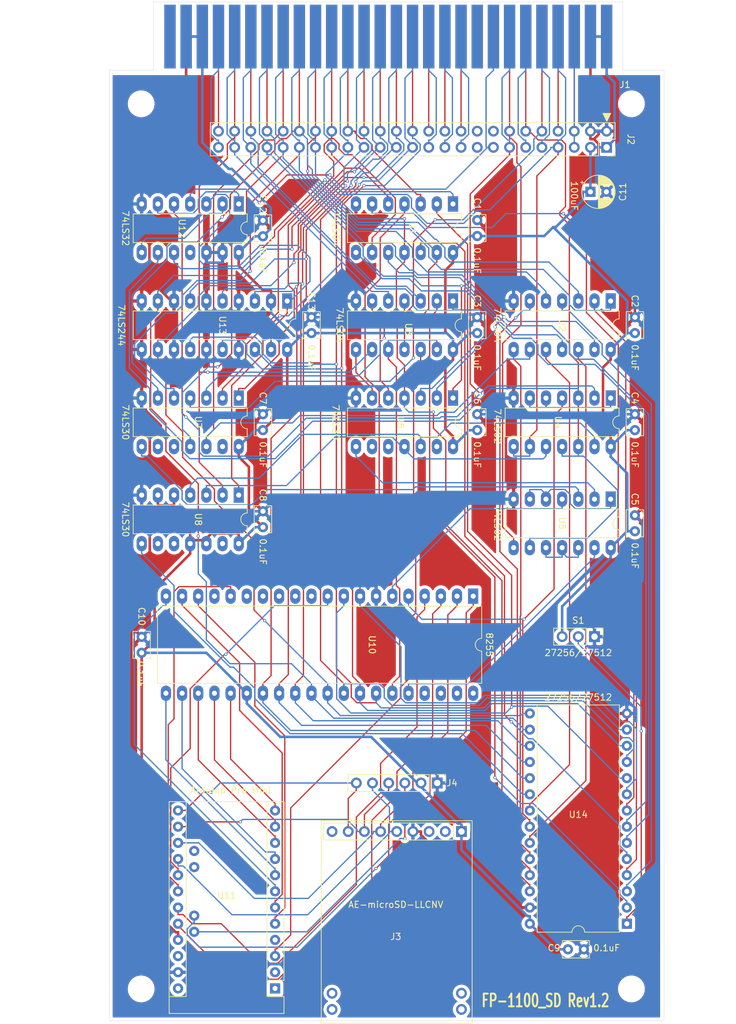
<source format=kicad_pcb>
(kicad_pcb (version 20171130) (host pcbnew "(5.1.9)-1")
  (layers (0 F.Cu signal) (31 B.Cu signal) (34 B.Paste user) (35 F.Paste user) (36 B.SilkS user hide) (37 F.SilkS user) (38 B.Mask user) (39 F.Mask user) (44 Edge.Cuts user))
  (net 0 "")
  (net 1 +5V)
  (net 2 GND)
  (net 3 /D0)
  (net 4 /D1)
  (net 5 /D2)
  (net 6 /D3)
  (net 7 /D4)
  (net 8 /D5)
  (net 9 /D6)
  (net 10 /D7)
  (net 11 /A0)
  (net 12 /A8)
  (net 13 /A1)
  (net 14 /A9)
  (net 15 /A2)
  (net 16 /A10)
  (net 17 /A3)
  (net 18 /A11)
  (net 19 /A4)
  (net 20 /A12)
  (net 21 /A5)
  (net 22 /A6)
  (net 23 /A7)
  (net 24 /~RD)
  (net 25 /~RESET)
  (net 26 /~WR)
  (net 27 "Net-(U4-Pad1)")
  (net 28 /SCK)
  (net 29 /MISO)
  (net 30 /MOSI)
  (net 31 /CS)
  (net 32 /A13)
  (net 33 /-5V)
  (net 34 /~A15)
  (net 35 /~A13)
  (net 36 /~A11)
  (net 37 /~A9)
  (net 38 /~A7)
  (net 39 /~A5)
  (net 40 /~A3)
  (net 41 /~A1)
  (net 42 /~INTD)
  (net 43 /~INTB)
  (net 44 /~LPS)
  (net 45 /-12V)
  (net 46 /~A14)
  (net 47 /~A12)
  (net 48 /~A10)
  (net 49 /~A8)
  (net 50 /~A6)
  (net 51 /~A4)
  (net 52 /~A2)
  (net 53 /~A0)
  (net 54 /~INTC)
  (net 55 /~INTA)
  (net 56 /~NMI)
  (net 57 /~CS)
  (net 58 /~REQD)
  (net 59 /CLOCK)
  (net 60 /~REQ)
  (net 61 /~BSL)
  (net 62 /~PSL)
  (net 63 /+12V)
  (net 64 /A15)
  (net 65 "Net-(U10-Pad35)")
  (net 66 "Net-(U11-Pad3)")
  (net 67 /A14)
  (net 68 /PSL)
  (net 69 "Net-(U10-Pad5)")
  (net 70 /REQD)
  (net 71 "Net-(U10-Pad36)")
  (net 72 "Net-(U5-Pad1)")
  (net 73 "Net-(U5-Pad10)")
  (net 74 "Net-(U10-Pad6)")
  (net 75 "Net-(U5-Pad3)")
  (net 76 "Net-(U5-Pad2)")
  (net 77 "Net-(U10-Pad1)")
  (net 78 "Net-(U10-Pad21)")
  (net 79 "Net-(U10-Pad2)")
  (net 80 "Net-(U10-Pad22)")
  (net 81 "Net-(U10-Pad3)")
  (net 82 "Net-(U10-Pad23)")
  (net 83 "Net-(U10-Pad4)")
  (net 84 "Net-(U10-Pad24)")
  (net 85 "Net-(U10-Pad25)")
  (net 86 "Net-(U10-Pad10)")
  (net 87 "Net-(U10-Pad16)")
  (net 88 "Net-(U10-Pad18)")
  (net 89 "Net-(U10-Pad19)")
  (net 90 "Net-(U10-Pad20)")
  (net 91 "Net-(U12-Pad1)")
  (net 92 "Net-(U12-Pad2)")
  (net 93 "Net-(U12-Pad3)")
  (net 94 "Net-(S1-Pad2)")
  (net 95 "Net-(U14-Pad20)")
  (module Package_DIP:DIP-14_W7.62mm_LongPads (layer F.Cu) (at 141.605 84.15 270)
    (fp_text reference U6 (at 3.81 8.255 270 unlocked) (layer F.SilkS))
    (fp_text value 74LS30)
    (pad 14 thru_hole oval (at 7.62 0 270) (size 2.4 1.6) (drill 0.8) (layers *.Cu *.Mask) (net 1 +5V))
    (pad 7 thru_hole oval (at 0 15.24 270) (size 2.4 1.6) (drill 0.8) (layers *.Cu *.Mask) (net 2 GND))
    (pad 13 thru_hole oval (at 7.62 2.54 270) (size 2.4 1.6) (drill 0.8) (layers *.Cu *.Mask))
    (pad 6 thru_hole oval (at 0 12.7 270) (size 2.4 1.6) (drill 0.8) (layers *.Cu *.Mask) (net 64 /A15))
    (pad 12 thru_hole oval (at 7.62 5.08 270) (size 2.4 1.6) (drill 0.8) (layers *.Cu *.Mask) (net 70 /REQD))
    (pad 5 thru_hole oval (at 0 10.16 270) (size 2.4 1.6) (drill 0.8) (layers *.Cu *.Mask) (net 67 /A14))
    (pad 11 thru_hole oval (at 7.62 7.62 270) (size 2.4 1.6) (drill 0.8) (layers *.Cu *.Mask) (net 68 /PSL))
    (pad 4 thru_hole oval (at 0 7.62 270) (size 2.4 1.6) (drill 0.8) (layers *.Cu *.Mask) (net 32 /A13))
    (pad 10 thru_hole oval (at 7.62 10.16 270) (size 2.4 1.6) (drill 0.8) (layers *.Cu *.Mask))
    (pad 3 thru_hole oval (at 0 5.08 270) (size 2.4 1.6) (drill 0.8) (layers *.Cu *.Mask) (net 47 /~A12))
    (pad 9 thru_hole oval (at 7.62 12.7 270) (size 2.4 1.6) (drill 0.8) (layers *.Cu *.Mask))
    (pad 2 thru_hole oval (at 0 2.54 270) (size 2.4 1.6) (drill 0.8) (layers *.Cu *.Mask) (net 36 /~A11))
    (pad 8 thru_hole oval (at 7.62 15.24 270) (size 2.4 1.6) (drill 0.8) (layers *.Cu *.Mask) (net 76 "Net-(U5-Pad2)"))
    (pad 1 thru_hole rect (at 0 0 270) (size 2.4 1.6) (drill 0.8) (layers *.Cu *.Mask) (net 48 /~A10))
  )
  (module Capacitor_THT:C_Rect_L4.0mm_W2.5mm_P2.50mm (layer F.Cu) (at 92.71 124.155 90)
    (fp_text reference C10 (at 5.715 0 -90 unlocked) (layer F.SilkS))
    (fp_text value 0.1uF (at -3.334 -0.178 -90 unlocked) (layer F.SilkS))
    (pad 1 thru_hole circle (at 0 0 90) (size 1.6 1.6) (drill 0.8) (layers *.Cu *.Mask) (net 1 +5V))
    (pad 2 thru_hole circle (at 2.5 0 90) (size 1.6 1.6) (drill 0.8) (layers *.Cu *.Mask) (net 2 GND))
  )
  (module Package_DIP:DIP-40_W15.24mm_LongPads (layer F.Cu) (at 144.78 115.265 270)
    (fp_text reference U10 (at 7.62 15.875 270 unlocked) (layer F.SilkS))
    (fp_text value 8255 (at 7.62 -2.54 270 unlocked) (layer F.SilkS))
    (pad 1 thru_hole rect (at 0 0 270) (size 2.4 1.6) (drill 0.8) (layers *.Cu *.Mask) (net 77 "Net-(U10-Pad1)"))
    (pad 21 thru_hole oval (at 15.24 48.26 270) (size 2.4 1.6) (drill 0.8) (layers *.Cu *.Mask) (net 78 "Net-(U10-Pad21)"))
    (pad 2 thru_hole oval (at 0 2.54 270) (size 2.4 1.6) (drill 0.8) (layers *.Cu *.Mask) (net 79 "Net-(U10-Pad2)"))
    (pad 22 thru_hole oval (at 15.24 45.72 270) (size 2.4 1.6) (drill 0.8) (layers *.Cu *.Mask) (net 80 "Net-(U10-Pad22)"))
    (pad 3 thru_hole oval (at 0 5.08 270) (size 2.4 1.6) (drill 0.8) (layers *.Cu *.Mask) (net 81 "Net-(U10-Pad3)"))
    (pad 23 thru_hole oval (at 15.24 43.18 270) (size 2.4 1.6) (drill 0.8) (layers *.Cu *.Mask) (net 82 "Net-(U10-Pad23)"))
    (pad 4 thru_hole oval (at 0 7.62 270) (size 2.4 1.6) (drill 0.8) (layers *.Cu *.Mask) (net 83 "Net-(U10-Pad4)"))
    (pad 24 thru_hole oval (at 15.24 40.64 270) (size 2.4 1.6) (drill 0.8) (layers *.Cu *.Mask) (net 84 "Net-(U10-Pad24)"))
    (pad 5 thru_hole oval (at 0 10.16 270) (size 2.4 1.6) (drill 0.8) (layers *.Cu *.Mask) (net 69 "Net-(U10-Pad5)"))
    (pad 25 thru_hole oval (at 15.24 38.1 270) (size 2.4 1.6) (drill 0.8) (layers *.Cu *.Mask) (net 85 "Net-(U10-Pad25)"))
    (pad 6 thru_hole oval (at 0 12.7 270) (size 2.4 1.6) (drill 0.8) (layers *.Cu *.Mask) (net 74 "Net-(U10-Pad6)"))
    (pad 26 thru_hole oval (at 15.24 35.56 270) (size 2.4 1.6) (drill 0.8) (layers *.Cu *.Mask) (net 1 +5V))
    (pad 7 thru_hole oval (at 0 15.24 270) (size 2.4 1.6) (drill 0.8) (layers *.Cu *.Mask) (net 2 GND))
    (pad 27 thru_hole oval (at 15.24 33.02 270) (size 2.4 1.6) (drill 0.8) (layers *.Cu *.Mask) (net 10 /D7))
    (pad 8 thru_hole oval (at 0 17.78 270) (size 2.4 1.6) (drill 0.8) (layers *.Cu *.Mask) (net 13 /A1))
    (pad 28 thru_hole oval (at 15.24 30.48 270) (size 2.4 1.6) (drill 0.8) (layers *.Cu *.Mask) (net 9 /D6))
    (pad 9 thru_hole oval (at 0 20.32 270) (size 2.4 1.6) (drill 0.8) (layers *.Cu *.Mask) (net 11 /A0))
    (pad 29 thru_hole oval (at 15.24 27.94 270) (size 2.4 1.6) (drill 0.8) (layers *.Cu *.Mask) (net 8 /D5))
    (pad 10 thru_hole oval (at 0 22.86 270) (size 2.4 1.6) (drill 0.8) (layers *.Cu *.Mask) (net 86 "Net-(U10-Pad10)"))
    (pad 30 thru_hole oval (at 15.24 25.4 270) (size 2.4 1.6) (drill 0.8) (layers *.Cu *.Mask) (net 7 /D4))
    (pad 11 thru_hole oval (at 0 25.4 270) (size 2.4 1.6) (drill 0.8) (layers *.Cu *.Mask))
    (pad 31 thru_hole oval (at 15.24 22.86 270) (size 2.4 1.6) (drill 0.8) (layers *.Cu *.Mask) (net 6 /D3))
    (pad 12 thru_hole oval (at 0 27.94 270) (size 2.4 1.6) (drill 0.8) (layers *.Cu *.Mask))
    (pad 32 thru_hole oval (at 15.24 20.32 270) (size 2.4 1.6) (drill 0.8) (layers *.Cu *.Mask) (net 5 /D2))
    (pad 13 thru_hole oval (at 0 30.48 270) (size 2.4 1.6) (drill 0.8) (layers *.Cu *.Mask))
    (pad 33 thru_hole oval (at 15.24 17.78 270) (size 2.4 1.6) (drill 0.8) (layers *.Cu *.Mask) (net 4 /D1))
    (pad 14 thru_hole oval (at 0 33.02 270) (size 2.4 1.6) (drill 0.8) (layers *.Cu *.Mask))
    (pad 34 thru_hole oval (at 15.24 15.24 270) (size 2.4 1.6) (drill 0.8) (layers *.Cu *.Mask) (net 3 /D0))
    (pad 15 thru_hole oval (at 0 35.56 270) (size 2.4 1.6) (drill 0.8) (layers *.Cu *.Mask))
    (pad 35 thru_hole oval (at 15.24 12.7 270) (size 2.4 1.6) (drill 0.8) (layers *.Cu *.Mask) (net 65 "Net-(U10-Pad35)"))
    (pad 16 thru_hole oval (at 0 38.1 270) (size 2.4 1.6) (drill 0.8) (layers *.Cu *.Mask) (net 87 "Net-(U10-Pad16)"))
    (pad 36 thru_hole oval (at 15.24 10.16 270) (size 2.4 1.6) (drill 0.8) (layers *.Cu *.Mask) (net 71 "Net-(U10-Pad36)"))
    (pad 17 thru_hole oval (at 0 40.64 270) (size 2.4 1.6) (drill 0.8) (layers *.Cu *.Mask))
    (pad 37 thru_hole oval (at 15.24 7.62 270) (size 2.4 1.6) (drill 0.8) (layers *.Cu *.Mask))
    (pad 18 thru_hole oval (at 0 43.18 270) (size 2.4 1.6) (drill 0.8) (layers *.Cu *.Mask) (net 88 "Net-(U10-Pad18)"))
    (pad 38 thru_hole oval (at 15.24 5.08 270) (size 2.4 1.6) (drill 0.8) (layers *.Cu *.Mask))
    (pad 19 thru_hole oval (at 0 45.72 270) (size 2.4 1.6) (drill 0.8) (layers *.Cu *.Mask) (net 89 "Net-(U10-Pad19)"))
    (pad 39 thru_hole oval (at 15.24 2.54 270) (size 2.4 1.6) (drill 0.8) (layers *.Cu *.Mask))
    (pad 20 thru_hole oval (at 0 48.26 270) (size 2.4 1.6) (drill 0.8) (layers *.Cu *.Mask) (net 90 "Net-(U10-Pad20)"))
    (pad 40 thru_hole oval (at 15.24 0 270) (size 2.4 1.6) (drill 0.8) (layers *.Cu *.Mask))
  )
  (module Capacitor_THT:C_Rect_L4.0mm_W2.5mm_P2.50mm (layer F.Cu) (at 159.662 170.719)
    (fp_text reference C9 (at -2.182 -0.209 unlocked) (layer F.SilkS))
    (fp_text value 0.1uF (at 6.073 -0.209 unlocked) (layer F.SilkS))
    (pad 2 thru_hole circle (at 2.5 0) (size 1.6 1.6) (drill 0.8) (layers *.Cu *.Mask) (net 2 GND))
    (pad 1 thru_hole circle (at 0 0) (size 1.6 1.6) (drill 0.8) (layers *.Cu *.Mask) (net 1 +5V))
  )
  (module MountingHole:MountingHole_3.2mm_M3 (layer F.Cu) (at 92.63 37.94)
    (fp_text reference MH4 hide)
    (fp_text value MountingHole_3.2mm_M3 hide)
    (pad 1 np_thru_hole circle (at 0 0) (size 3.2 3.2) (drill 3.2) (layers *.Cu *.Mask))
  )
  (module MountingHole:MountingHole_3.2mm_M3 (layer F.Cu) (at 169.63 37.94)
    (fp_text reference MH3 hide)
    (fp_text value MountingHole_3.2mm_M3 hide)
    (pad 1 np_thru_hole circle (at 0 0) (size 3.2 3.2) (drill 3.2) (layers *.Cu *.Mask))
  )
  (module MountingHole:MountingHole_3.2mm_M3 (layer F.Cu) (at 169.63 176.94)
    (fp_text reference MH2 hide)
    (fp_text value MountingHole_3.2mm_M3 hide)
    (pad 1 np_thru_hole circle (at 0 0) (size 3.2 3.2) (drill 3.2) (layers *.Cu *.Mask))
  )
  (module MountingHole:MountingHole_3.2mm_M3 (layer F.Cu) (at 92.63 176.94)
    (fp_text reference MH1 hide)
    (fp_text value MountingHole_3.2mm_M3 hide)
    (pad 1 np_thru_hole circle (at 0 0) (size 3.2 3.2) (drill 3.2) (layers *.Cu *.Mask))
  )
  (module Capacitor_THT:CP_Radial_D5.0mm_P2.50mm (layer F.Cu) (at 163.195 51.765)
    (fp_text reference C11 (at 5.08 0 -270) (layer F.SilkS))
    (fp_text value 100uF)
    (pad 1 thru_hole rect (at 0 0) (size 1.6 1.6) (drill 0.8) (layers *.Cu *.Mask) (net 1 +5V))
    (pad 2 thru_hole circle (at 2.5 0) (size 1.6 1.6) (drill 0.8) (layers *.Cu *.Mask) (net 2 GND))
  )
  (module Kicad:AE-microSD-LLCNV (layer F.Cu) (at 122.615 152.22 90)
    (fp_text reference J3 (at -16.51 10.01) (layer F.SilkS))
    (fp_text value Micro_SD_Card_Kit hide)
    (fp_text user AE-microSD-LLCNV (at -11.48 10.01) (layer F.SilkS))
    (pad 1 thru_hole rect (at 0 20.32 270) (size 1.7 1.7) (drill 1) (layers *.Cu *.Mask) (net 1 +5V))
    (pad 2 thru_hole oval (at 0 17.78 270) (size 1.7 1.7) (drill 1) (layers *.Cu *.Mask))
    (pad 3 thru_hole oval (at 0 15.24 270) (size 1.7 1.7) (drill 1) (layers *.Cu *.Mask))
    (pad 4 thru_hole oval (at 0 12.7 270) (size 1.7 1.7) (drill 1) (layers *.Cu *.Mask) (net 2 GND))
    (pad 5 thru_hole oval (at 0 10.16 270) (size 1.7 1.7) (drill 1) (layers *.Cu *.Mask) (net 28 /SCK))
    (pad 6 thru_hole oval (at 0 7.62 270) (size 1.7 1.7) (drill 1) (layers *.Cu *.Mask) (net 29 /MISO))
    (pad 7 thru_hole oval (at 0 5.08 270) (size 1.7 1.7) (drill 1) (layers *.Cu *.Mask) (net 30 /MOSI))
    (pad 8 thru_hole oval (at 0 2.54 270) (size 1.7 1.7) (drill 1) (layers *.Cu *.Mask) (net 31 /CS))
    (pad 9 thru_hole oval (at 0 0 270) (size 1.7 1.7) (drill 1) (layers *.Cu *.Mask))
    (pad "" thru_hole oval (at -27.94 0 90) (size 1.7 1.7) (drill 1) (layers *.Cu *.Mask))
    (pad "" thru_hole oval (at -25.4 0 90) (size 1.7 1.7) (drill 1) (layers *.Cu *.Mask))
    (pad "" thru_hole oval (at -27.94 20.32 90) (size 1.7 1.7) (drill 1) (layers *.Cu *.Mask))
    (pad "" thru_hole oval (at -25.4 20.32 90) (size 1.7 1.7) (drill 1) (layers *.Cu *.Mask))
  )
  (module Kicad:Arduino_Pro_Mini (layer F.Cu) (at 113.665 176.86 180)
    (fp_text reference U11 (at 7.62 14.605 180) (layer F.SilkS))
    (fp_text value Arduino_Pro_Mini_5V)
    (pad 1 thru_hole rect (at 0 0 180) (size 1.6 1.6) (drill 0.8) (layers *.Cu *.Mask))
    (pad 2 thru_hole oval (at 0 2.54 180) (size 1.6 1.6) (drill 0.8) (layers *.Cu *.Mask))
    (pad 3 thru_hole oval (at 0 5.08 180) (size 1.6 1.6) (drill 0.8) (layers *.Cu *.Mask) (net 66 "Net-(U11-Pad3)"))
    (pad 13 thru_hole oval (at 15.24 27.94 180) (size 1.6 1.6) (drill 0.8) (layers *.Cu *.Mask) (net 31 /CS))
    (pad 4 thru_hole oval (at 0 7.62 180) (size 1.6 1.6) (drill 0.8) (layers *.Cu *.Mask))
    (pad 14 thru_hole oval (at 15.24 25.4 180) (size 1.6 1.6) (drill 0.8) (layers *.Cu *.Mask) (net 30 /MOSI))
    (pad 5 thru_hole oval (at 0 10.16 180) (size 1.6 1.6) (drill 0.8) (layers *.Cu *.Mask) (net 88 "Net-(U10-Pad18)"))
    (pad 15 thru_hole oval (at 15.24 22.86 180) (size 1.6 1.6) (drill 0.8) (layers *.Cu *.Mask) (net 29 /MISO))
    (pad 6 thru_hole oval (at 0 12.7 180) (size 1.6 1.6) (drill 0.8) (layers *.Cu *.Mask) (net 89 "Net-(U10-Pad19)"))
    (pad 16 thru_hole oval (at 15.24 20.32 180) (size 1.6 1.6) (drill 0.8) (layers *.Cu *.Mask) (net 28 /SCK))
    (pad 7 thru_hole oval (at 0 15.24 180) (size 1.6 1.6) (drill 0.8) (layers *.Cu *.Mask) (net 90 "Net-(U10-Pad20)"))
    (pad 17 thru_hole oval (at 15.24 17.78 180) (size 1.6 1.6) (drill 0.8) (layers *.Cu *.Mask) (net 86 "Net-(U10-Pad10)"))
    (pad 8 thru_hole oval (at 0 17.78 180) (size 1.6 1.6) (drill 0.8) (layers *.Cu *.Mask) (net 78 "Net-(U10-Pad21)"))
    (pad 18 thru_hole oval (at 15.24 15.24 180) (size 1.6 1.6) (drill 0.8) (layers *.Cu *.Mask) (net 87 "Net-(U10-Pad16)"))
    (pad 9 thru_hole oval (at 0 20.32 180) (size 1.6 1.6) (drill 0.8) (layers *.Cu *.Mask) (net 80 "Net-(U10-Pad22)"))
    (pad 19 thru_hole oval (at 15.24 12.7 180) (size 1.6 1.6) (drill 0.8) (layers *.Cu *.Mask) (net 83 "Net-(U10-Pad4)"))
    (pad 10 thru_hole oval (at 0 22.86 180) (size 1.6 1.6) (drill 0.8) (layers *.Cu *.Mask) (net 82 "Net-(U10-Pad23)"))
    (pad 20 thru_hole oval (at 15.24 10.16 180) (size 1.6 1.6) (drill 0.8) (layers *.Cu *.Mask) (net 81 "Net-(U10-Pad3)"))
    (pad 11 thru_hole oval (at 0 25.4 180) (size 1.6 1.6) (drill 0.8) (layers *.Cu *.Mask) (net 84 "Net-(U10-Pad24)"))
    (pad 21 thru_hole oval (at 15.24 7.62 180) (size 1.6 1.6) (drill 0.8) (layers *.Cu *.Mask) (net 1 +5V))
    (pad 12 thru_hole oval (at 0 27.94 180) (size 1.6 1.6) (drill 0.8) (layers *.Cu *.Mask) (net 85 "Net-(U10-Pad25)"))
    (pad 22 thru_hole oval (at 15.24 5.08 180) (size 1.6 1.6) (drill 0.8) (layers *.Cu *.Mask))
    (pad 23 thru_hole oval (at 15.24 2.54 180) (size 1.6 1.6) (drill 0.8) (layers *.Cu *.Mask) (net 2 GND))
    (pad 24 thru_hole oval (at 15.24 0 180) (size 1.6 1.6) (drill 0.8) (layers *.Cu *.Mask))
    (pad A5 thru_hole oval (at 12.7 8.89 180) (size 1.6 1.6) (drill 0.8) (layers *.Cu *.Mask) (net 77 "Net-(U10-Pad1)"))
    (pad A4 thru_hole oval (at 12.7 11.43 180) (size 1.6 1.6) (drill 0.8) (layers *.Cu *.Mask) (net 79 "Net-(U10-Pad2)"))
    (pad A7 thru_hole oval (at 12.7 19.05 180) (size 1.6 1.6) (drill 0.8) (layers *.Cu *.Mask))
    (pad A6 thru_hole oval (at 12.7 21.59 180) (size 1.6 1.6) (drill 0.8) (layers *.Cu *.Mask))
  )
  (module Connector_PinHeader_2.54mm:PinHeader_1x06_P2.54mm_Vertical (layer F.Cu) (at 139.125 144.6 270)
    (fp_text reference J4 (at 0 -2.33 unlocked) (layer F.SilkS))
    (fp_text value "MicroSD Card Adapter")
    (pad 1 thru_hole rect (at 0 0 270) (size 1.7 1.7) (drill 1) (layers *.Cu *.Mask) (net 2 GND))
    (pad 2 thru_hole oval (at 0 2.54 270) (size 1.7 1.7) (drill 1) (layers *.Cu *.Mask) (net 1 +5V))
    (pad 3 thru_hole oval (at 0 5.08 270) (size 1.7 1.7) (drill 1) (layers *.Cu *.Mask) (net 29 /MISO))
    (pad 4 thru_hole oval (at 0 7.62 270) (size 1.7 1.7) (drill 1) (layers *.Cu *.Mask) (net 30 /MOSI))
    (pad 5 thru_hole oval (at 0 10.16 270) (size 1.7 1.7) (drill 1) (layers *.Cu *.Mask) (net 28 /SCK))
    (pad 6 thru_hole oval (at 0 12.7 270) (size 1.7 1.7) (drill 1) (layers *.Cu *.Mask) (net 31 /CS))
  )
  (module Capacitor_THT:C_Rect_L4.0mm_W2.5mm_P2.50mm (layer F.Cu) (at 145.415 56.21 270)
    (fp_text reference C1 (at -2.54 0 270 unlocked) (layer F.SilkS))
    (fp_text value 0.1uF)
    (pad 2 thru_hole circle (at 2.5 0 270) (size 1.6 1.6) (drill 0.8) (layers *.Cu *.Mask) (net 1 +5V))
    (pad 1 thru_hole circle (at 0 0 270) (size 1.6 1.6) (drill 0.8) (layers *.Cu *.Mask) (net 2 GND))
  )
  (module Capacitor_THT:C_Rect_L4.0mm_W2.5mm_P2.50mm (layer F.Cu) (at 170.18 71.45 270)
    (fp_text reference C2 (at -2.54 0 270 unlocked) (layer F.SilkS))
    (fp_text value 0.1uF)
    (pad 1 thru_hole circle (at 0 0 270) (size 1.6 1.6) (drill 0.8) (layers *.Cu *.Mask) (net 2 GND))
    (pad 2 thru_hole circle (at 2.5 0 270) (size 1.6 1.6) (drill 0.8) (layers *.Cu *.Mask) (net 1 +5V))
  )
  (module Capacitor_THT:C_Rect_L4.0mm_W2.5mm_P2.50mm (layer F.Cu) (at 145.415 71.45 270)
    (fp_text reference C3 (at -2.54 0 270 unlocked) (layer F.SilkS))
    (fp_text value 0.1uF)
    (pad 2 thru_hole circle (at 2.5 0 270) (size 1.6 1.6) (drill 0.8) (layers *.Cu *.Mask) (net 1 +5V))
    (pad 1 thru_hole circle (at 0 0 270) (size 1.6 1.6) (drill 0.8) (layers *.Cu *.Mask) (net 2 GND))
  )
  (module Capacitor_THT:C_Rect_L4.0mm_W2.5mm_P2.50mm (layer F.Cu) (at 170.18 86.69 270)
    (fp_text reference C4 (at -2.54 0 270 unlocked) (layer F.SilkS))
    (fp_text value 0.1uF)
    (pad 1 thru_hole circle (at 0 0 270) (size 1.6 1.6) (drill 0.8) (layers *.Cu *.Mask) (net 2 GND))
    (pad 2 thru_hole circle (at 2.5 0 270) (size 1.6 1.6) (drill 0.8) (layers *.Cu *.Mask) (net 1 +5V))
  )
  (module Capacitor_THT:C_Rect_L4.0mm_W2.5mm_P2.50mm (layer F.Cu) (at 170.18 102.565 270)
    (fp_text reference C5 (at -2.54 0 270 unlocked) (layer F.SilkS))
    (fp_text value 0.1uF)
    (pad 2 thru_hole circle (at 2.5 0 270) (size 1.6 1.6) (drill 0.8) (layers *.Cu *.Mask) (net 1 +5V))
    (pad 1 thru_hole circle (at 0 0 270) (size 1.6 1.6) (drill 0.8) (layers *.Cu *.Mask) (net 2 GND))
  )
  (module Capacitor_THT:C_Rect_L4.0mm_W2.5mm_P2.50mm (layer F.Cu) (at 145.415 86.69 270)
    (fp_text reference C6 (at -2.54 0 270 unlocked) (layer F.SilkS))
    (fp_text value 0.1uF)
    (pad 2 thru_hole circle (at 2.5 0 270) (size 1.6 1.6) (drill 0.8) (layers *.Cu *.Mask) (net 1 +5V))
    (pad 1 thru_hole circle (at 0 0 270) (size 1.6 1.6) (drill 0.8) (layers *.Cu *.Mask) (net 2 GND))
  )
  (module Capacitor_THT:C_Rect_L4.0mm_W2.5mm_P2.50mm (layer F.Cu) (at 111.76 86.69 270)
    (fp_text reference C7 (at -2.54 0 270 unlocked) (layer F.SilkS))
    (fp_text value 0.1uF)
    (pad 1 thru_hole circle (at 0 0 270) (size 1.6 1.6) (drill 0.8) (layers *.Cu *.Mask) (net 2 GND))
    (pad 2 thru_hole circle (at 2.5 0 270) (size 1.6 1.6) (drill 0.8) (layers *.Cu *.Mask) (net 1 +5V))
  )
  (module Capacitor_THT:C_Rect_L4.0mm_W2.5mm_P2.50mm (layer F.Cu) (at 111.76 101.93 270)
    (fp_text reference C8 (at -2.54 0 270 unlocked) (layer F.SilkS))
    (fp_text value 0.1uF)
    (pad 1 thru_hole circle (at 0 0 270) (size 1.6 1.6) (drill 0.8) (layers *.Cu *.Mask) (net 2 GND))
    (pad 2 thru_hole circle (at 2.5 0 270) (size 1.6 1.6) (drill 0.8) (layers *.Cu *.Mask) (net 1 +5V))
  )
  (module FP-1100:BUS_56Pin (layer F.Cu) (at 173.355 28.651)
    (fp_text reference J1 (at -4.725 6.289) (layer F.SilkS))
    (fp_text value FP-1100_BUS)
    (pad b28 connect rect (at -76.2 -1.27) (size 1.78 10) (layers F.Cu F.Mask))
    (pad b27 connect rect (at -73.66 -1.27) (size 1.78 10) (layers F.Cu F.Mask) (net 2 GND))
    (pad b26 connect rect (at -71.12 -1.27) (size 1.78 10) (layers F.Cu F.Mask) (net 2 GND))
    (pad b25 connect rect (at -68.58 -1.27) (size 1.78 10) (layers F.Cu F.Mask) (net 33 /-5V))
    (pad b24 connect rect (at -66.04 -1.27) (size 1.78 10) (layers F.Cu F.Mask) (net 34 /~A15))
    (pad b23 connect rect (at -63.5 -1.27) (size 1.78 10) (layers F.Cu F.Mask) (net 35 /~A13))
    (pad b22 connect rect (at -60.96 -1.27) (size 1.78 10) (layers F.Cu F.Mask) (net 36 /~A11))
    (pad b21 connect rect (at -58.42 -1.27) (size 1.78 10) (layers F.Cu F.Mask) (net 37 /~A9))
    (pad b20 connect rect (at -55.88 -1.27) (size 1.78 10) (layers F.Cu F.Mask) (net 38 /~A7))
    (pad b19 connect rect (at -53.34 -1.27) (size 1.78 10) (layers F.Cu F.Mask) (net 39 /~A5))
    (pad b18 connect rect (at -50.8 -1.27) (size 1.78 10) (layers F.Cu F.Mask) (net 40 /~A3))
    (pad b17 connect rect (at -48.26 -1.27) (size 1.78 10) (layers F.Cu F.Mask) (net 41 /~A1))
    (pad b16 connect rect (at -45.72 -1.27) (size 1.78 10) (layers F.Cu F.Mask) (net 10 /D7))
    (pad b15 connect rect (at -43.18 -1.27) (size 1.78 10) (layers F.Cu F.Mask) (net 8 /D5))
    (pad b14 connect rect (at -40.64 -1.27) (size 1.78 10) (layers F.Cu F.Mask) (net 6 /D3))
    (pad b13 connect rect (at -38.1 -1.27) (size 1.78 10) (layers F.Cu F.Mask) (net 4 /D1))
    (pad b12 connect rect (at -35.56 -1.27) (size 1.78 10) (layers F.Cu F.Mask) (net 42 /~INTD))
    (pad b11 connect rect (at -33.02 -1.27) (size 1.78 10) (layers F.Cu F.Mask) (net 43 /~INTB))
    (pad b10 connect rect (at -30.48 -1.27) (size 1.78 10) (layers F.Cu F.Mask) (net 44 /~LPS))
    (pad b9 connect rect (at -27.94 -1.27) (size 1.78 10) (layers F.Cu F.Mask))
    (pad b8 connect rect (at -25.4 -1.27) (size 1.78 10) (layers F.Cu F.Mask))
    (pad b7 connect rect (at -22.86 -1.27) (size 1.78 10) (layers F.Cu F.Mask) (net 26 /~WR))
    (pad a28 connect rect (at -76.2 -1.27) (size 1.78 10) (layers B.Cu B.Mask))
    (pad a27 connect rect (at -73.66 -1.27) (size 1.78 10) (layers B.Cu B.Mask) (net 1 +5V))
    (pad a26 connect rect (at -71.12 -1.27) (size 1.78 10) (layers B.Cu B.Mask) (net 1 +5V))
    (pad a25 connect rect (at -68.58 -1.27) (size 1.78 10) (layers B.Cu B.Mask) (net 45 /-12V))
    (pad a24 connect rect (at -66.04 -1.27) (size 1.78 10) (layers B.Cu B.Mask) (net 46 /~A14))
    (pad a23 connect rect (at -63.5 -1.27) (size 1.78 10) (layers B.Cu B.Mask) (net 47 /~A12))
    (pad a22 connect rect (at -60.96 -1.27) (size 1.78 10) (layers B.Cu B.Mask) (net 48 /~A10))
    (pad a21 connect rect (at -58.42 -1.27) (size 1.78 10) (layers B.Cu B.Mask) (net 49 /~A8))
    (pad a20 connect rect (at -55.88 -1.27) (size 1.78 10) (layers B.Cu B.Mask) (net 50 /~A6))
    (pad a19 connect rect (at -53.34 -1.27) (size 1.78 10) (layers B.Cu B.Mask) (net 51 /~A4))
    (pad a18 connect rect (at -50.8 -1.27) (size 1.78 10) (layers B.Cu B.Mask) (net 52 /~A2))
    (pad a17 connect rect (at -48.26 -1.27) (size 1.78 10) (layers B.Cu B.Mask) (net 53 /~A0))
    (pad a16 connect rect (at -45.72 -1.27) (size 1.78 10) (layers B.Cu B.Mask) (net 9 /D6))
    (pad a15 connect rect (at -43.18 -1.27) (size 1.78 10) (layers B.Cu B.Mask) (net 7 /D4))
    (pad a14 connect rect (at -40.64 -1.27) (size 1.78 10) (layers B.Cu B.Mask) (net 5 /D2))
    (pad a13 connect rect (at -38.1 -1.27) (size 1.78 10) (layers B.Cu B.Mask) (net 3 /D0))
    (pad a12 connect rect (at -35.56 -1.27) (size 1.78 10) (layers B.Cu B.Mask) (net 54 /~INTC))
    (pad a11 connect rect (at -33.02 -1.27) (size 1.78 10) (layers B.Cu B.Mask) (net 55 /~INTA))
    (pad a10 connect rect (at -30.48 -1.27) (size 1.78 10) (layers B.Cu B.Mask) (net 56 /~NMI))
    (pad a9 connect rect (at -27.94 -1.27) (size 1.78 10) (layers B.Cu B.Mask))
    (pad a8 connect rect (at -25.4 -1.27) (size 1.78 10) (layers B.Cu B.Mask) (net 57 /~CS))
    (pad a7 connect rect (at -22.86 -1.27) (size 1.78 10) (layers B.Cu B.Mask) (net 24 /~RD))
    (pad b6 connect rect (at -20.32 -1.27) (size 1.78 10) (layers F.Cu F.Mask) (net 58 /~REQD))
    (pad b5 connect rect (at -17.78 -1.27) (size 1.78 10) (layers F.Cu F.Mask) (net 25 /~RESET))
    (pad b4 connect rect (at -15.24 -1.27) (size 1.78 10) (layers F.Cu F.Mask) (net 59 /CLOCK))
    (pad a6 connect rect (at -20.32 -1.27) (size 1.78 10) (layers B.Cu B.Mask) (net 60 /~REQ))
    (pad a5 connect rect (at -17.78 -1.27) (size 1.78 10) (layers B.Cu B.Mask) (net 61 /~BSL))
    (pad a4 connect rect (at -15.24 -1.27) (size 1.78 10) (layers B.Cu B.Mask) (net 62 /~PSL))
    (pad b3 connect rect (at -12.7 -1.27) (size 1.78 10) (layers F.Cu F.Mask) (net 63 /+12V))
    (pad b2 connect rect (at -10.16 -1.27) (size 1.78 10) (layers F.Cu F.Mask) (net 2 GND))
    (pad b1 connect rect (at -7.62 -1.27) (size 1.78 10) (layers F.Cu F.Mask) (net 2 GND))
    (pad a3 connect rect (at -12.7 -1.27) (size 1.78 10) (layers B.Cu B.Mask) (net 63 /+12V))
    (pad a2 connect rect (at -10.16 -1.27) (size 1.78 10) (layers B.Cu B.Mask) (net 1 +5V))
    (pad a1 connect rect (at -7.62 -1.27) (size 1.78 10) (layers B.Cu B.Mask) (net 1 +5V))
  )
  (module Package_DIP:DIP-14_W7.62mm_LongPads (layer F.Cu) (at 141.605 53.67 270)
    (fp_text reference U1 (at 3.81 6.35 270 unlocked) (layer F.SilkS))
    (fp_text value 74LS04)
    (pad 1 thru_hole rect (at 0 0 270) (size 2.4 1.6) (drill 0.8) (layers *.Cu *.Mask) (net 53 /~A0))
    (pad 8 thru_hole oval (at 7.62 15.24 270) (size 2.4 1.6) (drill 0.8) (layers *.Cu *.Mask) (net 17 /A3))
    (pad 2 thru_hole oval (at 0 2.54 270) (size 2.4 1.6) (drill 0.8) (layers *.Cu *.Mask) (net 11 /A0))
    (pad 9 thru_hole oval (at 7.62 12.7 270) (size 2.4 1.6) (drill 0.8) (layers *.Cu *.Mask) (net 40 /~A3))
    (pad 3 thru_hole oval (at 0 5.08 270) (size 2.4 1.6) (drill 0.8) (layers *.Cu *.Mask) (net 41 /~A1))
    (pad 10 thru_hole oval (at 7.62 10.16 270) (size 2.4 1.6) (drill 0.8) (layers *.Cu *.Mask) (net 19 /A4))
    (pad 4 thru_hole oval (at 0 7.62 270) (size 2.4 1.6) (drill 0.8) (layers *.Cu *.Mask) (net 13 /A1))
    (pad 11 thru_hole oval (at 7.62 7.62 270) (size 2.4 1.6) (drill 0.8) (layers *.Cu *.Mask) (net 51 /~A4))
    (pad 5 thru_hole oval (at 0 10.16 270) (size 2.4 1.6) (drill 0.8) (layers *.Cu *.Mask) (net 52 /~A2))
    (pad 12 thru_hole oval (at 7.62 5.08 270) (size 2.4 1.6) (drill 0.8) (layers *.Cu *.Mask) (net 21 /A5))
    (pad 6 thru_hole oval (at 0 12.7 270) (size 2.4 1.6) (drill 0.8) (layers *.Cu *.Mask) (net 15 /A2))
    (pad 13 thru_hole oval (at 7.62 2.54 270) (size 2.4 1.6) (drill 0.8) (layers *.Cu *.Mask) (net 39 /~A5))
    (pad 7 thru_hole oval (at 0 15.24 270) (size 2.4 1.6) (drill 0.8) (layers *.Cu *.Mask) (net 2 GND))
    (pad 14 thru_hole oval (at 7.62 0 270) (size 2.4 1.6) (drill 0.8) (layers *.Cu *.Mask) (net 1 +5V))
  )
  (module Package_DIP:DIP-14_W7.62mm_LongPads (layer F.Cu) (at 166.37 68.91 270)
    (fp_text reference U2 (at 3.81 7.62 270 unlocked) (layer F.SilkS))
    (fp_text value 74LS04)
    (pad 14 thru_hole oval (at 7.62 0 270) (size 2.4 1.6) (drill 0.8) (layers *.Cu *.Mask) (net 1 +5V))
    (pad 7 thru_hole oval (at 0 15.24 270) (size 2.4 1.6) (drill 0.8) (layers *.Cu *.Mask) (net 2 GND))
    (pad 13 thru_hole oval (at 7.62 2.54 270) (size 2.4 1.6) (drill 0.8) (layers *.Cu *.Mask) (net 36 /~A11))
    (pad 6 thru_hole oval (at 0 12.7 270) (size 2.4 1.6) (drill 0.8) (layers *.Cu *.Mask) (net 12 /A8))
    (pad 12 thru_hole oval (at 7.62 5.08 270) (size 2.4 1.6) (drill 0.8) (layers *.Cu *.Mask) (net 18 /A11))
    (pad 5 thru_hole oval (at 0 10.16 270) (size 2.4 1.6) (drill 0.8) (layers *.Cu *.Mask) (net 49 /~A8))
    (pad 11 thru_hole oval (at 7.62 7.62 270) (size 2.4 1.6) (drill 0.8) (layers *.Cu *.Mask) (net 48 /~A10))
    (pad 4 thru_hole oval (at 0 7.62 270) (size 2.4 1.6) (drill 0.8) (layers *.Cu *.Mask) (net 23 /A7))
    (pad 10 thru_hole oval (at 7.62 10.16 270) (size 2.4 1.6) (drill 0.8) (layers *.Cu *.Mask) (net 16 /A10))
    (pad 3 thru_hole oval (at 0 5.08 270) (size 2.4 1.6) (drill 0.8) (layers *.Cu *.Mask) (net 38 /~A7))
    (pad 9 thru_hole oval (at 7.62 12.7 270) (size 2.4 1.6) (drill 0.8) (layers *.Cu *.Mask) (net 37 /~A9))
    (pad 2 thru_hole oval (at 0 2.54 270) (size 2.4 1.6) (drill 0.8) (layers *.Cu *.Mask) (net 22 /A6))
    (pad 8 thru_hole oval (at 7.62 15.24 270) (size 2.4 1.6) (drill 0.8) (layers *.Cu *.Mask) (net 14 /A9))
    (pad 1 thru_hole rect (at 0 0 270) (size 2.4 1.6) (drill 0.8) (layers *.Cu *.Mask) (net 50 /~A6))
  )
  (module Package_DIP:DIP-14_W7.62mm_LongPads (layer F.Cu) (at 141.605 68.91 270)
    (fp_text reference U3 (at 4.445 6.985 270 unlocked) (layer F.SilkS))
    (fp_text value 74LS04)
    (pad 1 thru_hole rect (at 0 0 270) (size 2.4 1.6) (drill 0.8) (layers *.Cu *.Mask) (net 47 /~A12))
    (pad 8 thru_hole oval (at 7.62 15.24 270) (size 2.4 1.6) (drill 0.8) (layers *.Cu *.Mask) (net 64 /A15))
    (pad 2 thru_hole oval (at 0 2.54 270) (size 2.4 1.6) (drill 0.8) (layers *.Cu *.Mask) (net 20 /A12))
    (pad 9 thru_hole oval (at 7.62 12.7 270) (size 2.4 1.6) (drill 0.8) (layers *.Cu *.Mask) (net 34 /~A15))
    (pad 3 thru_hole oval (at 0 5.08 270) (size 2.4 1.6) (drill 0.8) (layers *.Cu *.Mask) (net 35 /~A13))
    (pad 10 thru_hole oval (at 7.62 10.16 270) (size 2.4 1.6) (drill 0.8) (layers *.Cu *.Mask) (net 65 "Net-(U10-Pad35)"))
    (pad 4 thru_hole oval (at 0 7.62 270) (size 2.4 1.6) (drill 0.8) (layers *.Cu *.Mask) (net 32 /A13))
    (pad 11 thru_hole oval (at 7.62 7.62 270) (size 2.4 1.6) (drill 0.8) (layers *.Cu *.Mask) (net 25 /~RESET))
    (pad 5 thru_hole oval (at 0 10.16 270) (size 2.4 1.6) (drill 0.8) (layers *.Cu *.Mask) (net 46 /~A14))
    (pad 12 thru_hole oval (at 7.62 5.08 270) (size 2.4 1.6) (drill 0.8) (layers *.Cu *.Mask) (net 66 "Net-(U11-Pad3)"))
    (pad 6 thru_hole oval (at 0 12.7 270) (size 2.4 1.6) (drill 0.8) (layers *.Cu *.Mask) (net 67 /A14))
    (pad 13 thru_hole oval (at 7.62 2.54 270) (size 2.4 1.6) (drill 0.8) (layers *.Cu *.Mask) (net 65 "Net-(U10-Pad35)"))
    (pad 7 thru_hole oval (at 0 15.24 270) (size 2.4 1.6) (drill 0.8) (layers *.Cu *.Mask) (net 2 GND))
    (pad 14 thru_hole oval (at 7.62 0 270) (size 2.4 1.6) (drill 0.8) (layers *.Cu *.Mask) (net 1 +5V))
  )
  (module Package_DIP:DIP-14_W7.62mm_LongPads (layer F.Cu) (at 166.37 84.15 270)
    (fp_text reference U4 (at 3.81 8.255 270 unlocked) (layer F.SilkS))
    (fp_text value 74LS02)
    (pad 1 thru_hole rect (at 0 0 270) (size 2.4 1.6) (drill 0.8) (layers *.Cu *.Mask) (net 27 "Net-(U4-Pad1)"))
    (pad 8 thru_hole oval (at 7.62 15.24 270) (size 2.4 1.6) (drill 0.8) (layers *.Cu *.Mask) (net 62 /~PSL))
    (pad 2 thru_hole oval (at 0 2.54 270) (size 2.4 1.6) (drill 0.8) (layers *.Cu *.Mask) (net 24 /~RD))
    (pad 9 thru_hole oval (at 7.62 12.7 270) (size 2.4 1.6) (drill 0.8) (layers *.Cu *.Mask) (net 62 /~PSL))
    (pad 3 thru_hole oval (at 0 5.08 270) (size 2.4 1.6) (drill 0.8) (layers *.Cu *.Mask) (net 58 /~REQD))
    (pad 10 thru_hole oval (at 7.62 10.16 270) (size 2.4 1.6) (drill 0.8) (layers *.Cu *.Mask) (net 68 /PSL))
    (pad 4 thru_hole oval (at 0 7.62 270) (size 2.4 1.6) (drill 0.8) (layers *.Cu *.Mask) (net 69 "Net-(U10-Pad5)"))
    (pad 11 thru_hole oval (at 7.62 7.62 270) (size 2.4 1.6) (drill 0.8) (layers *.Cu *.Mask) (net 58 /~REQD))
    (pad 5 thru_hole oval (at 0 10.16 270) (size 2.4 1.6) (drill 0.8) (layers *.Cu *.Mask) (net 27 "Net-(U4-Pad1)"))
    (pad 12 thru_hole oval (at 7.62 5.08 270) (size 2.4 1.6) (drill 0.8) (layers *.Cu *.Mask) (net 58 /~REQD))
    (pad 6 thru_hole oval (at 0 12.7 270) (size 2.4 1.6) (drill 0.8) (layers *.Cu *.Mask) (net 27 "Net-(U4-Pad1)"))
    (pad 13 thru_hole oval (at 7.62 2.54 270) (size 2.4 1.6) (drill 0.8) (layers *.Cu *.Mask) (net 70 /REQD))
    (pad 7 thru_hole oval (at 0 15.24 270) (size 2.4 1.6) (drill 0.8) (layers *.Cu *.Mask) (net 2 GND))
    (pad 14 thru_hole oval (at 7.62 0 270) (size 2.4 1.6) (drill 0.8) (layers *.Cu *.Mask) (net 1 +5V))
  )
  (module Package_DIP:DIP-14_W7.62mm_LongPads (layer F.Cu) (at 166.37 100.025 270)
    (fp_text reference U5 (at 3.81 7.62 270 unlocked) (layer F.SilkS))
    (fp_text value 74LS02)
    (pad 14 thru_hole oval (at 7.62 0 270) (size 2.4 1.6) (drill 0.8) (layers *.Cu *.Mask) (net 1 +5V))
    (pad 7 thru_hole oval (at 0 15.24 270) (size 2.4 1.6) (drill 0.8) (layers *.Cu *.Mask) (net 2 GND))
    (pad 13 thru_hole oval (at 7.62 2.54 270) (size 2.4 1.6) (drill 0.8) (layers *.Cu *.Mask) (net 71 "Net-(U10-Pad36)"))
    (pad 6 thru_hole oval (at 0 12.7 270) (size 2.4 1.6) (drill 0.8) (layers *.Cu *.Mask) (net 72 "Net-(U5-Pad1)"))
    (pad 12 thru_hole oval (at 7.62 5.08 270) (size 2.4 1.6) (drill 0.8) (layers *.Cu *.Mask) (net 73 "Net-(U5-Pad10)"))
    (pad 5 thru_hole oval (at 0 10.16 270) (size 2.4 1.6) (drill 0.8) (layers *.Cu *.Mask) (net 72 "Net-(U5-Pad1)"))
    (pad 11 thru_hole oval (at 7.62 7.62 270) (size 2.4 1.6) (drill 0.8) (layers *.Cu *.Mask) (net 73 "Net-(U5-Pad10)"))
    (pad 4 thru_hole oval (at 0 7.62 270) (size 2.4 1.6) (drill 0.8) (layers *.Cu *.Mask) (net 74 "Net-(U10-Pad6)"))
    (pad 10 thru_hole oval (at 7.62 10.16 270) (size 2.4 1.6) (drill 0.8) (layers *.Cu *.Mask) (net 73 "Net-(U5-Pad10)"))
    (pad 3 thru_hole oval (at 0 5.08 270) (size 2.4 1.6) (drill 0.8) (layers *.Cu *.Mask) (net 75 "Net-(U5-Pad3)"))
    (pad 9 thru_hole oval (at 7.62 12.7 270) (size 2.4 1.6) (drill 0.8) (layers *.Cu *.Mask) (net 58 /~REQD))
    (pad 2 thru_hole oval (at 0 2.54 270) (size 2.4 1.6) (drill 0.8) (layers *.Cu *.Mask) (net 76 "Net-(U5-Pad2)"))
    (pad 8 thru_hole oval (at 7.62 15.24 270) (size 2.4 1.6) (drill 0.8) (layers *.Cu *.Mask) (net 26 /~WR))
    (pad 1 thru_hole rect (at 0 0 270) (size 2.4 1.6) (drill 0.8) (layers *.Cu *.Mask) (net 72 "Net-(U5-Pad1)"))
  )
  (module Package_DIP:DIP-14_W7.62mm_LongPads (layer F.Cu) (at 107.95 84.15 270)
    (fp_text reference U7 (at 3.81 6.35 270 unlocked) (layer F.SilkS))
    (fp_text value 74LS30)
    (pad 1 thru_hole rect (at 0 0 270) (size 2.4 1.6) (drill 0.8) (layers *.Cu *.Mask) (net 52 /~A2))
    (pad 8 thru_hole oval (at 7.62 15.24 270) (size 2.4 1.6) (drill 0.8) (layers *.Cu *.Mask) (net 75 "Net-(U5-Pad3)"))
    (pad 2 thru_hole oval (at 0 2.54 270) (size 2.4 1.6) (drill 0.8) (layers *.Cu *.Mask) (net 40 /~A3))
    (pad 9 thru_hole oval (at 7.62 12.7 270) (size 2.4 1.6) (drill 0.8) (layers *.Cu *.Mask))
    (pad 3 thru_hole oval (at 0 5.08 270) (size 2.4 1.6) (drill 0.8) (layers *.Cu *.Mask) (net 51 /~A4))
    (pad 10 thru_hole oval (at 7.62 10.16 270) (size 2.4 1.6) (drill 0.8) (layers *.Cu *.Mask))
    (pad 4 thru_hole oval (at 0 7.62 270) (size 2.4 1.6) (drill 0.8) (layers *.Cu *.Mask) (net 39 /~A5))
    (pad 11 thru_hole oval (at 7.62 7.62 270) (size 2.4 1.6) (drill 0.8) (layers *.Cu *.Mask) (net 49 /~A8))
    (pad 5 thru_hole oval (at 0 10.16 270) (size 2.4 1.6) (drill 0.8) (layers *.Cu *.Mask) (net 50 /~A6))
    (pad 12 thru_hole oval (at 7.62 5.08 270) (size 2.4 1.6) (drill 0.8) (layers *.Cu *.Mask) (net 37 /~A9))
    (pad 6 thru_hole oval (at 0 12.7 270) (size 2.4 1.6) (drill 0.8) (layers *.Cu *.Mask) (net 38 /~A7))
    (pad 13 thru_hole oval (at 7.62 2.54 270) (size 2.4 1.6) (drill 0.8) (layers *.Cu *.Mask))
    (pad 7 thru_hole oval (at 0 15.24 270) (size 2.4 1.6) (drill 0.8) (layers *.Cu *.Mask) (net 2 GND))
    (pad 14 thru_hole oval (at 7.62 0 270) (size 2.4 1.6) (drill 0.8) (layers *.Cu *.Mask) (net 1 +5V))
  )
  (module Package_DIP:DIP-14_W7.62mm_LongPads (layer F.Cu) (at 107.95 99.39 270)
    (fp_text reference U8 (at 3.81 6.35 270 unlocked) (layer F.SilkS))
    (fp_text value 74LS30)
    (pad 1 thru_hole rect (at 0 0 270) (size 2.4 1.6) (drill 0.8) (layers *.Cu *.Mask) (net 46 /~A14))
    (pad 8 thru_hole oval (at 7.62 15.24 270) (size 2.4 1.6) (drill 0.8) (layers *.Cu *.Mask) (net 95 "Net-(U14-Pad20)"))
    (pad 2 thru_hole oval (at 0 2.54 270) (size 2.4 1.6) (drill 0.8) (layers *.Cu *.Mask) (net 34 /~A15))
    (pad 9 thru_hole oval (at 7.62 12.7 270) (size 2.4 1.6) (drill 0.8) (layers *.Cu *.Mask))
    (pad 3 thru_hole oval (at 0 5.08 270) (size 2.4 1.6) (drill 0.8) (layers *.Cu *.Mask) (net 68 /PSL))
    (pad 10 thru_hole oval (at 7.62 10.16 270) (size 2.4 1.6) (drill 0.8) (layers *.Cu *.Mask))
    (pad 4 thru_hole oval (at 0 7.62 270) (size 2.4 1.6) (drill 0.8) (layers *.Cu *.Mask) (net 70 /REQD))
    (pad 11 thru_hole oval (at 7.62 7.62 270) (size 2.4 1.6) (drill 0.8) (layers *.Cu *.Mask) (net 1 +5V))
    (pad 5 thru_hole oval (at 0 10.16 270) (size 2.4 1.6) (drill 0.8) (layers *.Cu *.Mask) (net 1 +5V))
    (pad 12 thru_hole oval (at 7.62 5.08 270) (size 2.4 1.6) (drill 0.8) (layers *.Cu *.Mask) (net 1 +5V))
    (pad 6 thru_hole oval (at 0 12.7 270) (size 2.4 1.6) (drill 0.8) (layers *.Cu *.Mask) (net 1 +5V))
    (pad 13 thru_hole oval (at 7.62 2.54 270) (size 2.4 1.6) (drill 0.8) (layers *.Cu *.Mask))
    (pad 7 thru_hole oval (at 0 15.24 270) (size 2.4 1.6) (drill 0.8) (layers *.Cu *.Mask) (net 2 GND))
    (pad 14 thru_hole oval (at 7.62 0 270) (size 2.4 1.6) (drill 0.8) (layers *.Cu *.Mask) (net 1 +5V))
  )
  (module Capacitor_THT:C_Rect_L4.0mm_W2.5mm_P2.50mm (layer F.Cu) (at 111.76 56.25 270)
    (fp_text reference C12 (at -2.58 0 270 unlocked) (layer F.SilkS))
    (fp_text value 0.1uF)
    (pad 1 thru_hole circle (at 0 0 270) (size 1.6 1.6) (drill 0.8) (layers *.Cu *.Mask) (net 2 GND))
    (pad 2 thru_hole circle (at 2.5 0 270) (size 1.6 1.6) (drill 0.8) (layers *.Cu *.Mask) (net 1 +5V))
  )
  (module Capacitor_THT:C_Rect_L4.0mm_W2.5mm_P2.50mm (layer F.Cu) (at 119.38 71.45 270)
    (fp_text reference C13 (at -2.54 0 270 unlocked) (layer F.SilkS))
    (fp_text value 0.1uF)
    (pad 2 thru_hole circle (at 2.5 0 270) (size 1.6 1.6) (drill 0.8) (layers *.Cu *.Mask) (net 1 +5V))
    (pad 1 thru_hole circle (at 0 0 270) (size 1.6 1.6) (drill 0.8) (layers *.Cu *.Mask) (net 2 GND))
  )
  (module Package_DIP:DIP-14_W7.62mm_LongPads (layer F.Cu) (at 107.95 53.67 270)
    (fp_text reference U12 (at 3.81 8.89 270 unlocked) (layer F.SilkS))
    (fp_text value 74LS32)
    (pad 1 thru_hole rect (at 0 0 270) (size 2.4 1.6) (drill 0.8) (layers *.Cu *.Mask) (net 91 "Net-(U12-Pad1)"))
    (pad 8 thru_hole oval (at 7.62 15.24 270) (size 2.4 1.6) (drill 0.8) (layers *.Cu *.Mask) (net 92 "Net-(U12-Pad2)"))
    (pad 2 thru_hole oval (at 0 2.54 270) (size 2.4 1.6) (drill 0.8) (layers *.Cu *.Mask) (net 92 "Net-(U12-Pad2)"))
    (pad 9 thru_hole oval (at 7.62 12.7 270) (size 2.4 1.6) (drill 0.8) (layers *.Cu *.Mask) (net 58 /~REQD))
    (pad 3 thru_hole oval (at 0 5.08 270) (size 2.4 1.6) (drill 0.8) (layers *.Cu *.Mask) (net 93 "Net-(U12-Pad3)"))
    (pad 10 thru_hole oval (at 7.62 10.16 270) (size 2.4 1.6) (drill 0.8) (layers *.Cu *.Mask) (net 62 /~PSL))
    (pad 4 thru_hole oval (at 0 7.62 270) (size 2.4 1.6) (drill 0.8) (layers *.Cu *.Mask) (net 57 /~CS))
    (pad 11 thru_hole oval (at 7.62 7.62 270) (size 2.4 1.6) (drill 0.8) (layers *.Cu *.Mask))
    (pad 5 thru_hole oval (at 0 10.16 270) (size 2.4 1.6) (drill 0.8) (layers *.Cu *.Mask) (net 24 /~RD))
    (pad 12 thru_hole oval (at 7.62 5.08 270) (size 2.4 1.6) (drill 0.8) (layers *.Cu *.Mask) (net 2 GND))
    (pad 6 thru_hole oval (at 0 12.7 270) (size 2.4 1.6) (drill 0.8) (layers *.Cu *.Mask) (net 91 "Net-(U12-Pad1)"))
    (pad 13 thru_hole oval (at 7.62 2.54 270) (size 2.4 1.6) (drill 0.8) (layers *.Cu *.Mask) (net 2 GND))
    (pad 7 thru_hole oval (at 0 15.24 270) (size 2.4 1.6) (drill 0.8) (layers *.Cu *.Mask) (net 2 GND))
    (pad 14 thru_hole oval (at 7.62 0 270) (size 2.4 1.6) (drill 0.8) (layers *.Cu *.Mask) (net 1 +5V))
  )
  (module Package_DIP:DIP-20_W7.62mm_LongPads (layer F.Cu) (at 115.57 68.91 270)
    (fp_text reference U13 (at 3.81 10.16 270 unlocked) (layer F.SilkS))
    (fp_text value 74LS244)
    (pad 1 thru_hole rect (at 0 0 270) (size 2.4 1.6) (drill 0.8) (layers *.Cu *.Mask) (net 93 "Net-(U12-Pad3)"))
    (pad 11 thru_hole oval (at 7.62 22.86 270) (size 2.4 1.6) (drill 0.8) (layers *.Cu *.Mask) (net 2 GND))
    (pad 2 thru_hole oval (at 0 2.54 270) (size 2.4 1.6) (drill 0.8) (layers *.Cu *.Mask) (net 1 +5V))
    (pad 12 thru_hole oval (at 7.62 20.32 270) (size 2.4 1.6) (drill 0.8) (layers *.Cu *.Mask) (net 6 /D3))
    (pad 3 thru_hole oval (at 0 5.08 270) (size 2.4 1.6) (drill 0.8) (layers *.Cu *.Mask) (net 10 /D7))
    (pad 13 thru_hole oval (at 7.62 17.78 270) (size 2.4 1.6) (drill 0.8) (layers *.Cu *.Mask) (net 2 GND))
    (pad 4 thru_hole oval (at 0 7.62 270) (size 2.4 1.6) (drill 0.8) (layers *.Cu *.Mask) (net 2 GND))
    (pad 14 thru_hole oval (at 7.62 15.24 270) (size 2.4 1.6) (drill 0.8) (layers *.Cu *.Mask) (net 5 /D2))
    (pad 5 thru_hole oval (at 0 10.16 270) (size 2.4 1.6) (drill 0.8) (layers *.Cu *.Mask) (net 9 /D6))
    (pad 15 thru_hole oval (at 7.62 12.7 270) (size 2.4 1.6) (drill 0.8) (layers *.Cu *.Mask) (net 2 GND))
    (pad 6 thru_hole oval (at 0 12.7 270) (size 2.4 1.6) (drill 0.8) (layers *.Cu *.Mask) (net 2 GND))
    (pad 16 thru_hole oval (at 7.62 10.16 270) (size 2.4 1.6) (drill 0.8) (layers *.Cu *.Mask) (net 4 /D1))
    (pad 7 thru_hole oval (at 0 15.24 270) (size 2.4 1.6) (drill 0.8) (layers *.Cu *.Mask) (net 8 /D5))
    (pad 17 thru_hole oval (at 7.62 7.62 270) (size 2.4 1.6) (drill 0.8) (layers *.Cu *.Mask) (net 2 GND))
    (pad 8 thru_hole oval (at 0 17.78 270) (size 2.4 1.6) (drill 0.8) (layers *.Cu *.Mask) (net 2 GND))
    (pad 18 thru_hole oval (at 7.62 5.08 270) (size 2.4 1.6) (drill 0.8) (layers *.Cu *.Mask) (net 3 /D0))
    (pad 9 thru_hole oval (at 0 20.32 270) (size 2.4 1.6) (drill 0.8) (layers *.Cu *.Mask) (net 7 /D4))
    (pad 19 thru_hole oval (at 7.62 2.54 270) (size 2.4 1.6) (drill 0.8) (layers *.Cu *.Mask) (net 93 "Net-(U12-Pad3)"))
    (pad 10 thru_hole oval (at 0 22.86 270) (size 2.4 1.6) (drill 0.8) (layers *.Cu *.Mask) (net 2 GND))
    (pad 20 thru_hole oval (at 7.62 0 270) (size 2.4 1.6) (drill 0.8) (layers *.Cu *.Mask) (net 1 +5V))
  )
  (module Connector_PinHeader_2.54mm:PinHeader_1x03_P2.54mm_Vertical (layer F.Cu) (at 163.83 121.615 270)
    (fp_text reference S1 (at -2.54 2.54 unlocked) (layer F.SilkS))
    (fp_text value 27512/27256)
    (pad 1 thru_hole rect (at 0 0 270) (size 1.7 1.7) (drill 1) (layers *.Cu *.Mask) (net 2 GND))
    (pad 2 thru_hole oval (at 0 2.54 270) (size 1.7 1.7) (drill 1) (layers *.Cu *.Mask) (net 94 "Net-(S1-Pad2)"))
    (pad 3 thru_hole oval (at 0 5.08 270) (size 1.7 1.7) (drill 1) (layers *.Cu *.Mask) (net 1 +5V))
  )
  (module Package_DIP:DIP-28_W15.24mm (layer F.Cu) (at 168.91 166.7 180)
    (fp_text reference U14 (at 7.62 17.145) (layer F.SilkS))
    (fp_text value 27512)
    (pad 1 thru_hole rect (at 0 0 180) (size 1.6 1.6) (drill 0.8) (layers *.Cu *.Mask) (net 94 "Net-(S1-Pad2)"))
    (pad 15 thru_hole oval (at 15.24 33.02 180) (size 1.6 1.6) (drill 0.8) (layers *.Cu *.Mask) (net 6 /D3))
    (pad 2 thru_hole oval (at 0 2.54 180) (size 1.6 1.6) (drill 0.8) (layers *.Cu *.Mask) (net 20 /A12))
    (pad 16 thru_hole oval (at 15.24 30.48 180) (size 1.6 1.6) (drill 0.8) (layers *.Cu *.Mask) (net 7 /D4))
    (pad 3 thru_hole oval (at 0 5.08 180) (size 1.6 1.6) (drill 0.8) (layers *.Cu *.Mask) (net 23 /A7))
    (pad 17 thru_hole oval (at 15.24 27.94 180) (size 1.6 1.6) (drill 0.8) (layers *.Cu *.Mask) (net 8 /D5))
    (pad 4 thru_hole oval (at 0 7.62 180) (size 1.6 1.6) (drill 0.8) (layers *.Cu *.Mask) (net 22 /A6))
    (pad 18 thru_hole oval (at 15.24 25.4 180) (size 1.6 1.6) (drill 0.8) (layers *.Cu *.Mask) (net 9 /D6))
    (pad 5 thru_hole oval (at 0 10.16 180) (size 1.6 1.6) (drill 0.8) (layers *.Cu *.Mask) (net 21 /A5))
    (pad 19 thru_hole oval (at 15.24 22.86 180) (size 1.6 1.6) (drill 0.8) (layers *.Cu *.Mask) (net 10 /D7))
    (pad 6 thru_hole oval (at 0 12.7 180) (size 1.6 1.6) (drill 0.8) (layers *.Cu *.Mask) (net 19 /A4))
    (pad 20 thru_hole oval (at 15.24 20.32 180) (size 1.6 1.6) (drill 0.8) (layers *.Cu *.Mask) (net 95 "Net-(U14-Pad20)"))
    (pad 7 thru_hole oval (at 0 15.24 180) (size 1.6 1.6) (drill 0.8) (layers *.Cu *.Mask) (net 17 /A3))
    (pad 21 thru_hole oval (at 15.24 17.78 180) (size 1.6 1.6) (drill 0.8) (layers *.Cu *.Mask) (net 16 /A10))
    (pad 8 thru_hole oval (at 0 17.78 180) (size 1.6 1.6) (drill 0.8) (layers *.Cu *.Mask) (net 15 /A2))
    (pad 22 thru_hole oval (at 15.24 15.24 180) (size 1.6 1.6) (drill 0.8) (layers *.Cu *.Mask) (net 69 "Net-(U10-Pad5)"))
    (pad 9 thru_hole oval (at 0 20.32 180) (size 1.6 1.6) (drill 0.8) (layers *.Cu *.Mask) (net 13 /A1))
    (pad 23 thru_hole oval (at 15.24 12.7 180) (size 1.6 1.6) (drill 0.8) (layers *.Cu *.Mask) (net 18 /A11))
    (pad 10 thru_hole oval (at 0 22.86 180) (size 1.6 1.6) (drill 0.8) (layers *.Cu *.Mask) (net 11 /A0))
    (pad 24 thru_hole oval (at 15.24 10.16 180) (size 1.6 1.6) (drill 0.8) (layers *.Cu *.Mask) (net 14 /A9))
    (pad 11 thru_hole oval (at 0 25.4 180) (size 1.6 1.6) (drill 0.8) (layers *.Cu *.Mask) (net 3 /D0))
    (pad 25 thru_hole oval (at 15.24 7.62 180) (size 1.6 1.6) (drill 0.8) (layers *.Cu *.Mask) (net 12 /A8))
    (pad 12 thru_hole oval (at 0 27.94 180) (size 1.6 1.6) (drill 0.8) (layers *.Cu *.Mask) (net 4 /D1))
    (pad 26 thru_hole oval (at 15.24 5.08 180) (size 1.6 1.6) (drill 0.8) (layers *.Cu *.Mask) (net 32 /A13))
    (pad 13 thru_hole oval (at 0 30.48 180) (size 1.6 1.6) (drill 0.8) (layers *.Cu *.Mask) (net 5 /D2))
    (pad 27 thru_hole oval (at 15.24 2.54 180) (size 1.6 1.6) (drill 0.8) (layers *.Cu *.Mask) (net 2 GND))
    (pad 14 thru_hole oval (at 0 33.02 180) (size 1.6 1.6) (drill 0.8) (layers *.Cu *.Mask) (net 2 GND))
    (pad 28 thru_hole oval (at 15.24 0 180) (size 1.6 1.6) (drill 0.8) (layers *.Cu *.Mask) (net 1 +5V))
  )
  (module FP-1100:PinSocket_2x25_P2.54mm_Vertical (layer F.Cu) (at 136.525 43.51 270)
    (fp_text reference J2 (at 0 -33.02 270 unlocked) (layer F.SilkS))
    (fp_text value FP-1100_BUS)
    (pad b25 thru_hole oval (at -1.27 31.75 270) (size 1.7 1.7) (drill 1) (layers *.Cu *.Mask) (net 33 /-5V))
    (pad a25 thru_hole oval (at 1.27 31.75 270) (size 1.7 1.7) (drill 1) (layers *.Cu *.Mask) (net 45 /-12V))
    (pad b24 thru_hole oval (at -1.27 29.21 270) (size 1.7 1.7) (drill 1) (layers *.Cu *.Mask) (net 34 /~A15))
    (pad b23 thru_hole oval (at -1.27 26.67 270) (size 1.7 1.7) (drill 1) (layers *.Cu *.Mask) (net 35 /~A13))
    (pad b22 thru_hole oval (at -1.27 24.13 270) (size 1.7 1.7) (drill 1) (layers *.Cu *.Mask) (net 36 /~A11))
    (pad b17 thru_hole oval (at -1.27 11.43 270) (size 1.7 1.7) (drill 1) (layers *.Cu *.Mask) (net 41 /~A1))
    (pad a16 thru_hole oval (at 1.27 8.89 270) (size 1.7 1.7) (drill 1) (layers *.Cu *.Mask) (net 9 /D6))
    (pad a7 thru_hole oval (at 1.27 -13.97 270) (size 1.7 1.7) (drill 1) (layers *.Cu *.Mask) (net 24 /~RD))
    (pad b14 thru_hole oval (at -1.27 3.81 270) (size 1.7 1.7) (drill 1) (layers *.Cu *.Mask) (net 6 /D3))
    (pad b9 thru_hole oval (at -1.27 -8.89 270) (size 1.7 1.7) (drill 1) (layers *.Cu *.Mask))
    (pad a13 thru_hole oval (at 1.27 1.27 270) (size 1.7 1.7) (drill 1) (layers *.Cu *.Mask) (net 3 /D0))
    (pad a12 thru_hole oval (at 1.27 -1.27 270) (size 1.7 1.7) (drill 1) (layers *.Cu *.Mask) (net 54 /~INTC))
    (pad b8 thru_hole oval (at -1.27 -11.43 270) (size 1.7 1.7) (drill 1) (layers *.Cu *.Mask))
    (pad a8 thru_hole oval (at 1.27 -11.43 270) (size 1.7 1.7) (drill 1) (layers *.Cu *.Mask) (net 57 /~CS))
    (pad a21 thru_hole oval (at 1.27 21.59 270) (size 1.7 1.7) (drill 1) (layers *.Cu *.Mask) (net 49 /~A8))
    (pad a19 thru_hole oval (at 1.27 16.51 270) (size 1.7 1.7) (drill 1) (layers *.Cu *.Mask) (net 51 /~A4))
    (pad b6 thru_hole oval (at -1.27 -16.51 270) (size 1.7 1.7) (drill 1) (layers *.Cu *.Mask) (net 58 /~REQD))
    (pad a18 thru_hole oval (at 1.27 13.97 270) (size 1.7 1.7) (drill 1) (layers *.Cu *.Mask) (net 52 /~A2))
    (pad b12 thru_hole oval (at -1.27 -1.27 270) (size 1.7 1.7) (drill 1) (layers *.Cu *.Mask) (net 42 /~INTD))
    (pad b16 thru_hole oval (at -1.27 8.89 270) (size 1.7 1.7) (drill 1) (layers *.Cu *.Mask) (net 10 /D7))
    (pad a14 thru_hole oval (at 1.27 3.81 270) (size 1.7 1.7) (drill 1) (layers *.Cu *.Mask) (net 5 /D2))
    (pad b10 thru_hole oval (at -1.27 -6.35 270) (size 1.7 1.7) (drill 1) (layers *.Cu *.Mask) (net 44 /~LPS))
    (pad a17 thru_hole oval (at 1.27 11.43 270) (size 1.7 1.7) (drill 1) (layers *.Cu *.Mask) (net 53 /~A0))
    (pad b18 thru_hole oval (at -1.27 13.97 270) (size 1.7 1.7) (drill 1) (layers *.Cu *.Mask) (net 40 /~A3))
    (pad b13 thru_hole oval (at -1.27 1.27 270) (size 1.7 1.7) (drill 1) (layers *.Cu *.Mask) (net 4 /D1))
    (pad b20 thru_hole oval (at -1.27 19.05 270) (size 1.7 1.7) (drill 1) (layers *.Cu *.Mask) (net 38 /~A7))
    (pad a20 thru_hole oval (at 1.27 19.05 270) (size 1.7 1.7) (drill 1) (layers *.Cu *.Mask) (net 50 /~A6))
    (pad b15 thru_hole oval (at -1.27 6.35 270) (size 1.7 1.7) (drill 1) (layers *.Cu *.Mask) (net 8 /D5))
    (pad a10 thru_hole oval (at 1.27 -6.35 270) (size 1.7 1.7) (drill 1) (layers *.Cu *.Mask) (net 56 /~NMI))
    (pad a22 thru_hole oval (at 1.27 24.13 270) (size 1.7 1.7) (drill 1) (layers *.Cu *.Mask) (net 48 /~A10))
    (pad a9 thru_hole oval (at 1.27 -8.89 270) (size 1.7 1.7) (drill 1) (layers *.Cu *.Mask))
    (pad a11 thru_hole oval (at 1.27 -3.81 270) (size 1.7 1.7) (drill 1) (layers *.Cu *.Mask) (net 55 /~INTA))
    (pad b11 thru_hole oval (at -1.27 -3.81 270) (size 1.7 1.7) (drill 1) (layers *.Cu *.Mask) (net 43 /~INTB))
    (pad b19 thru_hole oval (at -1.27 16.51 270) (size 1.7 1.7) (drill 1) (layers *.Cu *.Mask) (net 39 /~A5))
    (pad a24 thru_hole oval (at 1.27 29.21 270) (size 1.7 1.7) (drill 1) (layers *.Cu *.Mask) (net 46 /~A14))
    (pad a23 thru_hole oval (at 1.27 26.67 270) (size 1.7 1.7) (drill 1) (layers *.Cu *.Mask) (net 47 /~A12))
    (pad b21 thru_hole oval (at -1.27 21.59 270) (size 1.7 1.7) (drill 1) (layers *.Cu *.Mask) (net 37 /~A9))
    (pad b7 thru_hole oval (at -1.27 -13.97 270) (size 1.7 1.7) (drill 1) (layers *.Cu *.Mask) (net 26 /~WR))
    (pad a15 thru_hole oval (at 1.27 6.35 270) (size 1.7 1.7) (drill 1) (layers *.Cu *.Mask) (net 7 /D4))
    (pad a6 thru_hole oval (at 1.27 -16.51 270) (size 1.7 1.7) (drill 1) (layers *.Cu *.Mask) (net 60 /~REQ))
    (pad b5 thru_hole oval (at -1.27 -19.05 270) (size 1.7 1.7) (drill 1) (layers *.Cu *.Mask) (net 25 /~RESET))
    (pad a2 thru_hole oval (at 1.27 -26.67 270) (size 1.7 1.7) (drill 1) (layers *.Cu *.Mask) (net 1 +5V))
    (pad a4 thru_hole oval (at 1.27 -21.59 270) (size 1.7 1.7) (drill 1) (layers *.Cu *.Mask) (net 62 /~PSL))
    (pad a5 thru_hole oval (at 1.27 -19.05 270) (size 1.7 1.7) (drill 1) (layers *.Cu *.Mask) (net 61 /~BSL))
    (pad b4 thru_hole oval (at -1.27 -21.59 270) (size 1.7 1.7) (drill 1) (layers *.Cu *.Mask) (net 59 /CLOCK))
    (pad b3 thru_hole oval (at -1.27 -24.13 270) (size 1.7 1.7) (drill 1) (layers *.Cu *.Mask) (net 63 /+12V))
    (pad a3 thru_hole oval (at 1.27 -24.13 270) (size 1.7 1.7) (drill 1) (layers *.Cu *.Mask) (net 63 /+12V))
    (pad b2 thru_hole oval (at -1.27 -26.67 270) (size 1.7 1.7) (drill 1) (layers *.Cu *.Mask) (net 2 GND))
    (pad b1 thru_hole oval (at -1.27 -29.21 270) (size 1.7 1.7) (drill 1) (layers *.Cu *.Mask) (net 2 GND))
    (pad a1 thru_hole rect (at 1.27 -29.21 270) (size 1.7 1.7) (drill 1) (layers *.Cu *.Mask) (net 1 +5V))
  )
  (gr_text "Arduino Pro Mini" (at 106.68 145.745) (layer F.SilkS) (effects (font (size 1 1))))
  (gr_text 27256/27512 (at 161.29 124.155) (layer F.SilkS) (effects (font (size 1 1))))
  (gr_text 27256/27512 (at 161.29 131.14) (layer F.SilkS) (effects (font (size 1 1))))
  (gr_text 74LS02 (at 148.59 103.835 -90) (layer F.SilkS) (effects (font (size 1 1))))
  (gr_text 74LS02 (at 148.59 88.595 -90) (layer F.SilkS) (effects (font (size 1 1))))
  (gr_text 74LS04 (at 148.59 72.72 -90) (layer F.SilkS) (effects (font (size 1 1))))
  (gr_text 74LS04 (at 123.19 57.48 -90) (layer F.SilkS) (effects (font (size 1 1))))
  (gr_text 74LS04 (at 123.825 72.72 -90) (layer F.SilkS) (effects (font (size 1 1))))
  (gr_text 74LS30 (at 123.19 87.96 -90) (layer F.SilkS) (effects (font (size 1 1))))
  (gr_text 74LS30 (at 90.17 103.2 -90) (layer F.SilkS) (effects (font (size 1 1))))
  (gr_text 74LS30 (at 90.17 87.96 -90) (layer F.SilkS) (effects (font (size 1 1))))
  (gr_text 74LS244 (at 89.535 72.72 -90) (layer F.SilkS) (effects (font (size 1 1))))
  (gr_text 100uF (at 160.655 52.4 -90) (layer F.SilkS) (effects (font (size 1 1))))
  (gr_text 0.1uF (at 111.76 62.56 -90) (layer F.SilkS) (effects (font (size 1 1))))
  (gr_text 0.1uF (at 145.415 62.56 -90) (layer F.SilkS) (effects (font (size 1 1))))
  (gr_text 0.1uF (at 119.38 77.8 -90) (layer F.SilkS) (effects (font (size 1 1))))
  (gr_text 0.1uF (at 145.415 77.8 -90) (layer F.SilkS) (effects (font (size 1 1))))
  (gr_text 0.1uF (at 170.18 77.8 -90) (layer F.SilkS) (effects (font (size 1 1))))
  (gr_text 0.1uF (at 170.18 93.04 -90) (layer F.SilkS) (effects (font (size 1 1))))
  (gr_text 0.1uF (at 170.18 108.915 -90) (layer F.SilkS) (effects (font (size 1 1))))
  (gr_text 0.1uF (at 145.415 93.04 -90) (layer F.SilkS) (effects (font (size 1 1))))
  (gr_text 0.1uF (at 111.76 93.04 -90) (layer F.SilkS) (effects (font (size 1 1))))
  (gr_text 0.1uF (at 111.76 108.28 -90) (layer F.SilkS) (effects (font (size 1 1))))
  (gr_text 74LS32 (at 90.17 57.48 -90) (layer F.SilkS) (effects (font (size 1 1))))
  (gr_text "FP-1100_SD Rev1.2" (at 156.13 178.765) (layer F.SilkS) (effects (font (size 2 1.3) (thickness 0.3))))
  (gr_poly (pts (xy 165.13 39.44) (xy 166.4 39.44) (xy 165.765 40.71)) (layer F.SilkS) (width 0.1))
  (gr_line (start 168.275 32.659) (end 174.752 32.659) (layer Edge.Cuts) (width 0.05))
  (gr_line (start 168.275 21.94) (end 168.275 32.659) (layer Edge.Cuts) (width 0.05))
  (gr_line (start 94.5515 32.659) (end 87.63 32.659) (layer Edge.Cuts) (width 0.05))
  (gr_line (start 94.5515 21.94) (end 94.5515 32.659) (layer Edge.Cuts) (width 0.05))
  (gr_line (start 87.63 32.659) (end 87.63 181.94) (layer Edge.Cuts) (width 0.05))
  (gr_line (start 174.758 181.94) (end 174.752 32.659) (layer Edge.Cuts) (width 0.05))
  (gr_line (start 87.63 181.94) (end 174.758 181.94) (layer Edge.Cuts) (width 0.05))
  (gr_line (start 168.275 21.94) (end 94.5515 21.94) (layer Edge.Cuts) (width 0.05))
  (segment (start 100.33 106.2098) (end 100.5925 106.4723) (width 0.4) (layer F.Cu) (net 1))
  (segment (start 100.5925 106.4723) (end 102.6075 106.4723) (width 0.4) (layer F.Cu) (net 1))
  (segment (start 102.6075 106.4723) (end 102.87 106.2098) (width 0.4) (layer F.Cu) (net 1))
  (segment (start 107.95 62.8903) (end 107.95 63.4045) (width 0.4) (layer F.Cu) (net 1))
  (segment (start 107.95 63.4045) (end 111.8552 67.3097) (width 0.4) (layer F.Cu) (net 1))
  (segment (start 111.8552 67.3097) (end 113.03 67.3097) (width 0.4) (layer F.Cu) (net 1))
  (segment (start 157.3526 57.2936) (end 157.7606 57.2936) (width 0.4) (layer B.Cu) (net 1))
  (segment (start 157.7606 57.2936) (end 161.9947 53.0595) (width 0.4) (layer B.Cu) (net 1))
  (segment (start 161.9947 53.0595) (end 161.9947 51.765) (width 0.4) (layer B.Cu) (net 1))
  (segment (start 113.03 70.5103) (end 113.03 70.7574) (width 0.4) (layer B.Cu) (net 1))
  (segment (start 113.03 70.7574) (end 116.6625 74.3899) (width 0.4) (layer B.Cu) (net 1))
  (segment (start 116.6625 74.3899) (end 117.7101 74.3899) (width 0.4) (layer B.Cu) (net 1))
  (segment (start 107.95 91.77) (end 107.95 93.3703) (width 0.4) (layer F.Cu) (net 1))
  (segment (start 107.95 93.3703) (end 109.5503 94.9706) (width 0.4) (layer F.Cu) (net 1))
  (segment (start 109.5503 94.9706) (end 109.5503 102.2203) (width 0.4) (layer F.Cu) (net 1))
  (segment (start 109.5503 102.2203) (end 111.76 104.43) (width 0.4) (layer F.Cu) (net 1))
  (segment (start 166.37 91.77) (end 166.37 93.3703) (width 0.4) (layer B.Cu) (net 1))
  (segment (start 168.9796 105.065) (end 168.9796 95.9799) (width 0.4) (layer B.Cu) (net 1))
  (segment (start 168.9796 95.9799) (end 166.37 93.3703) (width 0.4) (layer B.Cu) (net 1))
  (segment (start 168.9796 105.065) (end 168.95 105.065) (width 0.4) (layer B.Cu) (net 1))
  (segment (start 168.95 105.065) (end 166.37 107.645) (width 0.4) (layer B.Cu) (net 1))
  (segment (start 170.18 105.065) (end 168.9796 105.065) (width 0.4) (layer B.Cu) (net 1))
  (segment (start 170.18 89.19) (end 168.95 89.19) (width 0.4) (layer B.Cu) (net 1))
  (segment (start 168.95 89.19) (end 166.37 91.77) (width 0.4) (layer B.Cu) (net 1))
  (segment (start 157.3526 57.2936) (end 155.9362 58.71) (width 0.4) (layer B.Cu) (net 1))
  (segment (start 155.9362 58.71) (end 145.415 58.71) (width 0.4) (layer B.Cu) (net 1))
  (segment (start 168.9796 73.95) (end 168.9796 68.9206) (width 0.4) (layer B.Cu) (net 1))
  (segment (start 168.9796 68.9206) (end 157.3526 57.2936) (width 0.4) (layer B.Cu) (net 1))
  (segment (start 168.9796 73.95) (end 168.95 73.95) (width 0.4) (layer B.Cu) (net 1))
  (segment (start 168.95 73.95) (end 166.37 76.53) (width 0.4) (layer B.Cu) (net 1))
  (segment (start 170.18 73.95) (end 168.9796 73.95) (width 0.4) (layer B.Cu) (net 1))
  (segment (start 163.195 51.765) (end 161.9947 51.765) (width 0.4) (layer B.Cu) (net 1))
  (segment (start 145.415 58.71) (end 144.185 58.71) (width 0.4) (layer B.Cu) (net 1))
  (segment (start 144.185 58.71) (end 141.605 61.29) (width 0.4) (layer B.Cu) (net 1))
  (segment (start 141.605 76.53) (end 141.605 74.9297) (width 0.4) (layer B.Cu) (net 1))
  (segment (start 119.38 73.95) (end 140.6253 73.95) (width 0.4) (layer B.Cu) (net 1))
  (segment (start 140.6253 73.95) (end 141.605 74.9297) (width 0.4) (layer B.Cu) (net 1))
  (segment (start 119.38 73.95) (end 118.15 73.95) (width 0.4) (layer B.Cu) (net 1))
  (segment (start 118.15 73.95) (end 117.7101 74.3899) (width 0.4) (layer B.Cu) (net 1))
  (segment (start 111.76 58.75) (end 112.9712 57.5388) (width 0.4) (layer B.Cu) (net 1))
  (segment (start 112.9712 57.5388) (end 112.9712 54.2748) (width 0.4) (layer B.Cu) (net 1))
  (segment (start 112.9712 54.2748) (end 106.8677 48.1713) (width 0.4) (layer B.Cu) (net 1))
  (segment (start 106.8677 48.1713) (end 106.3919 48.1713) (width 0.4) (layer B.Cu) (net 1))
  (segment (start 106.3919 48.1713) (end 102.235 44.0144) (width 0.4) (layer B.Cu) (net 1))
  (segment (start 102.235 44.0144) (end 102.235 27.381) (width 0.4) (layer B.Cu) (net 1))
  (segment (start 111.76 58.75) (end 110.49 58.75) (width 0.4) (layer B.Cu) (net 1))
  (segment (start 110.49 58.75) (end 107.95 61.29) (width 0.4) (layer B.Cu) (net 1))
  (segment (start 141.605 78.1303) (end 140.4047 79.3306) (width 0.4) (layer F.Cu) (net 1))
  (segment (start 140.4047 79.3306) (end 140.4047 88.9694) (width 0.4) (layer F.Cu) (net 1))
  (segment (start 140.4047 88.9694) (end 141.605 90.1697) (width 0.4) (layer F.Cu) (net 1))
  (segment (start 113.03 68.91) (end 113.03 70.5103) (width 0.4) (layer B.Cu) (net 1))
  (segment (start 117.7101 74.3899) (end 115.57 76.53) (width 0.4) (layer B.Cu) (net 1))
  (segment (start 141.605 62.8903) (end 140.4047 64.0906) (width 0.4) (layer F.Cu) (net 1))
  (segment (start 140.4047 64.0906) (end 140.4047 73.7294) (width 0.4) (layer F.Cu) (net 1))
  (segment (start 140.4047 73.7294) (end 141.605 74.9297) (width 0.4) (layer F.Cu) (net 1))
  (segment (start 145.415 89.19) (end 144.185 89.19) (width 0.4) (layer B.Cu) (net 1))
  (segment (start 144.185 89.19) (end 141.605 91.77) (width 0.4) (layer B.Cu) (net 1))
  (segment (start 107.95 107.01) (end 107.95 105.4097) (width 0.4) (layer F.Cu) (net 1))
  (segment (start 107.95 105.4097) (end 103.6701 105.4097) (width 0.4) (layer F.Cu) (net 1))
  (segment (start 103.6701 105.4097) (end 102.87 106.2098) (width 0.4) (layer F.Cu) (net 1))
  (segment (start 136.585 145.1981) (end 128.7454 137.3585) (width 0.4) (layer B.Cu) (net 1))
  (segment (start 128.7454 137.3585) (end 114.4732 137.3585) (width 0.4) (layer B.Cu) (net 1))
  (segment (start 114.4732 137.3585) (end 109.22 132.1053) (width 0.4) (layer B.Cu) (net 1))
  (segment (start 141.605 76.53) (end 141.605 78.1303) (width 0.4) (layer F.Cu) (net 1))
  (segment (start 141.605 91.77) (end 141.605 90.1697) (width 0.4) (layer F.Cu) (net 1))
  (segment (start 100.33 106.2098) (end 100.33 105.4097) (width 0.4) (layer F.Cu) (net 1))
  (segment (start 100.33 107.01) (end 100.33 106.2098) (width 0.4) (layer F.Cu) (net 1))
  (segment (start 102.87 107.01) (end 102.87 106.2098) (width 0.4) (layer F.Cu) (net 1))
  (segment (start 92.71 124.155) (end 94.7377 122.1273) (width 0.4) (layer F.Cu) (net 1))
  (segment (start 94.7377 122.1273) (end 94.7377 114.2026) (width 0.4) (layer F.Cu) (net 1))
  (segment (start 94.7377 114.2026) (end 100.33 108.6103) (width 0.4) (layer F.Cu) (net 1))
  (segment (start 92.71 124.155) (end 92.71 162.6978) (width 0.4) (layer F.Cu) (net 1))
  (segment (start 92.71 162.6978) (end 98.0519 168.0397) (width 0.4) (layer F.Cu) (net 1))
  (segment (start 98.0519 168.0397) (end 98.425 168.0397) (width 0.4) (layer F.Cu) (net 1))
  (segment (start 100.33 107.01) (end 100.33 108.6103) (width 0.4) (layer F.Cu) (net 1))
  (segment (start 142.935 152.22) (end 142.935 150.9697) (width 0.4) (layer B.Cu) (net 1))
  (segment (start 142.935 150.9697) (end 142.3566 150.9697) (width 0.4) (layer B.Cu) (net 1))
  (segment (start 142.3566 150.9697) (end 136.585 145.1981) (width 0.4) (layer B.Cu) (net 1))
  (segment (start 142.935 152.22) (end 142.935 155.1378) (width 0.4) (layer B.Cu) (net 1))
  (segment (start 142.935 155.1378) (end 153.2969 165.4997) (width 0.4) (layer B.Cu) (net 1))
  (segment (start 153.2969 165.4997) (end 153.67 165.4997) (width 0.4) (layer B.Cu) (net 1))
  (segment (start 113.03 68.91) (end 113.03 67.3097) (width 0.4) (layer F.Cu) (net 1))
  (segment (start 107.95 61.29) (end 107.95 62.8903) (width 0.4) (layer F.Cu) (net 1))
  (segment (start 115.57 76.53) (end 115.57 78.1303) (width 0.4) (layer F.Cu) (net 1))
  (segment (start 111.76 89.19) (end 115.57 85.38) (width 0.4) (layer F.Cu) (net 1))
  (segment (start 115.57 85.38) (end 115.57 78.1303) (width 0.4) (layer F.Cu) (net 1))
  (segment (start 153.67 166.7) (end 153.67 165.4997) (width 0.4) (layer B.Cu) (net 1))
  (segment (start 98.425 169.24) (end 98.425 168.0397) (width 0.4) (layer F.Cu) (net 1))
  (segment (start 100.33 105.4097) (end 97.79 102.8697) (width 0.4) (layer F.Cu) (net 1))
  (segment (start 97.79 102.8697) (end 97.79 100.9903) (width 0.4) (layer F.Cu) (net 1))
  (segment (start 95.25 99.39) (end 95.25 100.9903) (width 0.4) (layer F.Cu) (net 1))
  (segment (start 97.79 99.39) (end 97.79 100.9903) (width 0.4) (layer F.Cu) (net 1))
  (segment (start 97.79 100.9903) (end 95.25 100.9903) (width 0.4) (layer F.Cu) (net 1))
  (segment (start 109.22 130.505) (end 109.22 132.1053) (width 0.4) (layer B.Cu) (net 1))
  (segment (start 136.585 144.6) (end 136.585 145.1981) (width 0.4) (layer B.Cu) (net 1))
  (segment (start 102.235 27.381) (end 99.695 27.381) (width 0.4) (layer B.Cu) (net 1))
  (segment (start 145.415 73.95) (end 144.185 73.95) (width 0.4) (layer B.Cu) (net 1))
  (segment (start 144.185 73.95) (end 141.605 76.53) (width 0.4) (layer B.Cu) (net 1))
  (segment (start 141.605 61.29) (end 141.605 62.8903) (width 0.4) (layer F.Cu) (net 1))
  (segment (start 141.605 76.53) (end 141.605 74.9297) (width 0.4) (layer F.Cu) (net 1))
  (segment (start 166.37 107.645) (end 166.37 109.2453) (width 0.4) (layer B.Cu) (net 1))
  (segment (start 166.37 109.2453) (end 158.75 116.8653) (width 0.4) (layer B.Cu) (net 1))
  (segment (start 158.75 116.8653) (end 158.75 121.615) (width 0.4) (layer B.Cu) (net 1))
  (segment (start 166.37 76.53) (end 166.37 78.1303) (width 0.4) (layer F.Cu) (net 1))
  (segment (start 166.37 91.77) (end 166.37 90.1697) (width 0.4) (layer F.Cu) (net 1))
  (segment (start 166.37 90.1697) (end 165.1697 88.9694) (width 0.4) (layer F.Cu) (net 1))
  (segment (start 165.1697 88.9694) (end 165.1697 79.3306) (width 0.4) (layer F.Cu) (net 1))
  (segment (start 165.1697 79.3306) (end 166.37 78.1303) (width 0.4) (layer F.Cu) (net 1))
  (segment (start 111.76 89.19) (end 110.53 89.19) (width 0.4) (layer B.Cu) (net 1))
  (segment (start 110.53 89.19) (end 107.95 91.77) (width 0.4) (layer B.Cu) (net 1))
  (segment (start 111.76 104.43) (end 110.53 104.43) (width 0.4) (layer B.Cu) (net 1))
  (segment (start 110.53 104.43) (end 107.95 107.01) (width 0.4) (layer B.Cu) (net 1))
  (segment (start 159.662 170.719) (end 157.689 170.719) (width 0.4) (layer B.Cu) (net 1))
  (segment (start 157.689 170.719) (end 153.67 166.7) (width 0.4) (layer B.Cu) (net 1))
  (segment (start 163.195 51.765) (end 163.195 44.78) (width 0.4) (layer B.Cu) (net 1))
  (segment (start 163.195 44.78) (end 165.735 44.78) (width 0.4) (layer B.Cu) (net 1))
  (segment (start 165.735 27.381) (end 163.195 27.381) (width 0.4) (layer B.Cu) (net 1))
  (segment (start 92.71 124.155) (end 102.87 124.155) (width 0.4) (layer B.Cu) (net 1))
  (segment (start 102.87 124.155) (end 109.22 130.505) (width 0.4) (layer B.Cu) (net 1))
  (segment (start 165.735 44.78) (end 166.985 43.53) (width 0.4) (layer B.Cu) (net 1))
  (segment (start 166.985 43.53) (end 166.985 34.6) (width 0.4) (layer B.Cu) (net 1))
  (segment (start 166.985 34.6) (end 165.735 33.35) (width 0.4) (layer B.Cu) (net 1))
  (segment (start 165.735 33.35) (end 165.735 27.381) (width 0.4) (layer B.Cu) (net 1))
  (segment (start 126.365 53.67) (end 126.365 55.2703) (width 0.4) (layer F.Cu) (net 2))
  (segment (start 126.365 68.91) (end 126.365 67.3097) (width 0.4) (layer F.Cu) (net 2))
  (segment (start 126.365 67.3097) (end 125.154 66.0987) (width 0.4) (layer F.Cu) (net 2))
  (segment (start 125.154 66.0987) (end 125.154 56.4813) (width 0.4) (layer F.Cu) (net 2))
  (segment (start 125.154 56.4813) (end 126.365 55.2703) (width 0.4) (layer F.Cu) (net 2))
  (segment (start 126.365 69.7101) (end 126.365 68.91) (width 0.4) (layer F.Cu) (net 2))
  (segment (start 146.6156 72.6506) (end 145.415 71.45) (width 0.4) (layer F.Cu) (net 2))
  (segment (start 145.415 86.69) (end 146.6156 85.4894) (width 0.4) (layer F.Cu) (net 2))
  (segment (start 146.6156 85.4894) (end 146.6156 72.6506) (width 0.4) (layer F.Cu) (net 2))
  (segment (start 146.6156 72.6506) (end 148.7559 70.5103) (width 0.4) (layer F.Cu) (net 2))
  (segment (start 148.7559 70.5103) (end 151.13 70.5103) (width 0.4) (layer F.Cu) (net 2))
  (segment (start 151.13 68.91) (end 151.13 70.5103) (width 0.4) (layer F.Cu) (net 2))
  (segment (start 126.365 84.15) (end 126.365 85.7503) (width 0.4) (layer B.Cu) (net 2))
  (segment (start 126.365 85.7503) (end 112.6997 85.7503) (width 0.4) (layer B.Cu) (net 2))
  (segment (start 112.6997 85.7503) (end 111.76 86.69) (width 0.4) (layer B.Cu) (net 2))
  (segment (start 145.415 86.69) (end 150.1903 86.69) (width 0.4) (layer B.Cu) (net 2))
  (segment (start 150.1903 86.69) (end 151.13 85.7503) (width 0.4) (layer B.Cu) (net 2))
  (segment (start 151.13 84.15) (end 151.13 85.7503) (width 0.4) (layer B.Cu) (net 2))
  (segment (start 170.18 86.69) (end 152.0697 86.69) (width 0.4) (layer B.Cu) (net 2))
  (segment (start 152.0697 86.69) (end 151.13 85.7503) (width 0.4) (layer B.Cu) (net 2))
  (segment (start 111.76 86.69) (end 110.553 87.897) (width 0.4) (layer F.Cu) (net 2))
  (segment (start 110.553 87.897) (end 110.553 100.723) (width 0.4) (layer F.Cu) (net 2))
  (segment (start 110.553 100.723) (end 111.76 101.93) (width 0.4) (layer F.Cu) (net 2))
  (segment (start 151.13 68.91) (end 151.13 68.1098) (width 0.4) (layer F.Cu) (net 2))
  (segment (start 151.13 68.1098) (end 151.13 67.3097) (width 0.4) (layer F.Cu) (net 2))
  (segment (start 151.13 67.3097) (end 151.13 61.925) (width 0.4) (layer F.Cu) (net 2))
  (segment (start 151.13 61.925) (end 145.415 56.21) (width 0.4) (layer F.Cu) (net 2))
  (segment (start 102.87 76.53) (end 102.87 68.91) (width 0.4) (layer F.Cu) (net 2))
  (segment (start 170.18 102.565) (end 171.3887 103.7737) (width 0.4) (layer B.Cu) (net 2))
  (segment (start 171.3887 103.7737) (end 171.3887 112.806) (width 0.4) (layer B.Cu) (net 2))
  (segment (start 171.3887 112.806) (end 163.83 120.3647) (width 0.4) (layer B.Cu) (net 2))
  (segment (start 126.365 69.7101) (end 126.365 70.5103) (width 0.4) (layer F.Cu) (net 2))
  (segment (start 126.365 84.15) (end 126.365 82.5497) (width 0.4) (layer F.Cu) (net 2))
  (segment (start 126.365 70.5103) (end 125.1405 71.7348) (width 0.4) (layer F.Cu) (net 2))
  (segment (start 125.1405 71.7348) (end 125.1405 81.3252) (width 0.4) (layer F.Cu) (net 2))
  (segment (start 125.1405 81.3252) (end 126.365 82.5497) (width 0.4) (layer F.Cu) (net 2))
  (segment (start 102.87 68.91) (end 102.87 62.8903) (width 0.4) (layer F.Cu) (net 2))
  (segment (start 102.87 61.29) (end 102.87 62.8903) (width 0.4) (layer F.Cu) (net 2))
  (segment (start 105.41 62.8903) (end 102.87 62.8903) (width 0.4) (layer B.Cu) (net 2))
  (segment (start 107.95 68.91) (end 107.95 70.5103) (width 0.4) (layer B.Cu) (net 2))
  (segment (start 111.76 101.93) (end 93.6497 101.93) (width 0.4) (layer B.Cu) (net 2))
  (segment (start 93.6497 101.93) (end 92.71 100.9903) (width 0.4) (layer B.Cu) (net 2))
  (segment (start 129.54 113.6647) (end 123.4947 113.6647) (width 0.4) (layer B.Cu) (net 2))
  (segment (start 123.4947 113.6647) (end 111.76 101.93) (width 0.4) (layer B.Cu) (net 2))
  (segment (start 92.71 99.39) (end 92.71 100.9903) (width 0.4) (layer B.Cu) (net 2))
  (segment (start 163.83 121.615) (end 163.83 122.8653) (width 0.4) (layer F.Cu) (net 2))
  (segment (start 163.83 122.8653) (end 168.91 127.9453) (width 0.4) (layer F.Cu) (net 2))
  (segment (start 168.91 127.9453) (end 168.91 133.68) (width 0.4) (layer F.Cu) (net 2))
  (segment (start 107.95 78.1303) (end 102.87 78.1303) (width 0.4) (layer B.Cu) (net 2))
  (segment (start 102.87 76.53) (end 102.87 78.1303) (width 0.4) (layer B.Cu) (net 2))
  (segment (start 97.79 78.1303) (end 102.87 78.1303) (width 0.4) (layer B.Cu) (net 2))
  (segment (start 92.71 78.1303) (end 97.79 78.1303) (width 0.4) (layer B.Cu) (net 2))
  (segment (start 107.95 76.53) (end 107.95 78.1303) (width 0.4) (layer B.Cu) (net 2))
  (segment (start 92.71 99.39) (end 92.71 97.7897) (width 0.4) (layer F.Cu) (net 2))
  (segment (start 92.71 84.15) (end 92.71 85.7503) (width 0.4) (layer F.Cu) (net 2))
  (segment (start 92.71 85.7503) (end 93.9799 87.0202) (width 0.4) (layer F.Cu) (net 2))
  (segment (start 93.9799 87.0202) (end 93.9799 96.5198) (width 0.4) (layer F.Cu) (net 2))
  (segment (start 93.9799 96.5198) (end 92.71 97.7897) (width 0.4) (layer F.Cu) (net 2))
  (segment (start 92.71 76.53) (end 92.71 84.15) (width 0.4) (layer F.Cu) (net 2))
  (segment (start 155.2367 163.7936) (end 162.162 170.719) (width 0.4) (layer F.Cu) (net 2))
  (segment (start 168.91 134.8803) (end 168.5349 134.8803) (width 0.4) (layer F.Cu) (net 2))
  (segment (start 168.5349 134.8803) (end 164.603 138.8122) (width 0.4) (layer F.Cu) (net 2))
  (segment (start 164.603 138.8122) (end 164.603 154.4272) (width 0.4) (layer F.Cu) (net 2))
  (segment (start 164.603 154.4272) (end 155.2366 163.7936) (width 0.4) (layer F.Cu) (net 2))
  (segment (start 155.2366 163.7936) (end 155.2367 163.7936) (width 0.4) (layer F.Cu) (net 2))
  (segment (start 155.2367 163.7936) (end 154.8703 164.16) (width 0.4) (layer F.Cu) (net 2))
  (segment (start 153.67 164.16) (end 154.8703 164.16) (width 0.4) (layer F.Cu) (net 2))
  (segment (start 135.315 152.22) (end 136.5653 152.22) (width 0.4) (layer F.Cu) (net 2))
  (segment (start 153.67 164.16) (end 147.9872 164.16) (width 0.4) (layer F.Cu) (net 2))
  (segment (start 147.9872 164.16) (end 136.5653 152.7381) (width 0.4) (layer F.Cu) (net 2))
  (segment (start 136.5653 152.7381) (end 136.5653 152.22) (width 0.4) (layer F.Cu) (net 2))
  (segment (start 98.425 174.32) (end 99.6253 174.32) (width 0.4) (layer B.Cu) (net 2))
  (segment (start 135.315 152.22) (end 135.315 153.4703) (width 0.4) (layer B.Cu) (net 2))
  (segment (start 135.315 153.4703) (end 115.7353 173.05) (width 0.4) (layer B.Cu) (net 2))
  (segment (start 115.7353 173.05) (end 100.8953 173.05) (width 0.4) (layer B.Cu) (net 2))
  (segment (start 100.8953 173.05) (end 99.6253 174.32) (width 0.4) (layer B.Cu) (net 2))
  (segment (start 170.18 71.45) (end 171.3887 72.6587) (width 0.4) (layer F.Cu) (net 2))
  (segment (start 171.3887 72.6587) (end 171.3887 85.4813) (width 0.4) (layer F.Cu) (net 2))
  (segment (start 171.3887 85.4813) (end 170.18 86.69) (width 0.4) (layer F.Cu) (net 2))
  (segment (start 165.695 51.765) (end 170.18 56.25) (width 0.4) (layer F.Cu) (net 2))
  (segment (start 170.18 56.25) (end 170.18 71.45) (width 0.4) (layer F.Cu) (net 2))
  (segment (start 102.87 68.91) (end 102.87 70.5103) (width 0.4) (layer B.Cu) (net 2))
  (segment (start 102.87 70.5103) (end 107.95 70.5103) (width 0.4) (layer B.Cu) (net 2))
  (segment (start 170.18 86.69) (end 171.3887 87.8987) (width 0.4) (layer F.Cu) (net 2))
  (segment (start 171.3887 87.8987) (end 171.3887 101.3563) (width 0.4) (layer F.Cu) (net 2))
  (segment (start 171.3887 101.3563) (end 170.18 102.565) (width 0.4) (layer F.Cu) (net 2))
  (segment (start 163.83 121.615) (end 163.83 120.3647) (width 0.4) (layer B.Cu) (net 2))
  (segment (start 168.91 133.68) (end 168.91 134.8803) (width 0.4) (layer F.Cu) (net 2))
  (segment (start 163.7421 43.4903) (end 164.4453 44.1935) (width 0.4) (layer F.Cu) (net 2))
  (segment (start 164.4453 44.1935) (end 164.4453 50.5153) (width 0.4) (layer F.Cu) (net 2))
  (segment (start 164.4453 50.5153) (end 165.695 51.765) (width 0.4) (layer F.Cu) (net 2))
  (segment (start 163.195 43.4903) (end 163.7421 43.4903) (width 0.4) (layer F.Cu) (net 2))
  (segment (start 164.4847 42.24) (end 164.4847 42.7477) (width 0.4) (layer F.Cu) (net 2))
  (segment (start 164.4847 42.7477) (end 163.7421 43.4903) (width 0.4) (layer F.Cu) (net 2))
  (segment (start 165.735 42.24) (end 164.4847 42.24) (width 0.4) (layer F.Cu) (net 2))
  (segment (start 93.9247 66.095) (end 93.9247 56.485) (width 0.4) (layer F.Cu) (net 2))
  (segment (start 93.9247 56.485) (end 92.71 55.2703) (width 0.4) (layer F.Cu) (net 2))
  (segment (start 92.71 67.3097) (end 93.9247 66.095) (width 0.4) (layer F.Cu) (net 2))
  (segment (start 97.79 69.3435) (end 94.5415 66.095) (width 0.4) (layer F.Cu) (net 2))
  (segment (start 94.5415 66.095) (end 93.9247 66.095) (width 0.4) (layer F.Cu) (net 2))
  (segment (start 97.79 69.3435) (end 97.79 70.5103) (width 0.4) (layer F.Cu) (net 2))
  (segment (start 97.79 68.91) (end 97.79 69.3435) (width 0.4) (layer F.Cu) (net 2))
  (segment (start 105.41 61.29) (end 105.41 62.8903) (width 0.4) (layer B.Cu) (net 2))
  (segment (start 102.87 61.29) (end 102.87 62.8903) (width 0.4) (layer B.Cu) (net 2))
  (segment (start 135.315 150.9697) (end 139.125 147.1597) (width 0.4) (layer F.Cu) (net 2))
  (segment (start 139.125 147.1597) (end 139.125 145.8503) (width 0.4) (layer F.Cu) (net 2))
  (segment (start 97.79 76.53) (end 97.79 74.9297) (width 0.4) (layer F.Cu) (net 2))
  (segment (start 97.79 74.9297) (end 97.79 70.5103) (width 0.4) (layer F.Cu) (net 2))
  (segment (start 92.71 53.67) (end 92.71 55.2703) (width 0.4) (layer F.Cu) (net 2))
  (segment (start 92.71 68.91) (end 92.71 67.3097) (width 0.4) (layer F.Cu) (net 2))
  (segment (start 151.13 84.15) (end 151.13 85.7503) (width 0.4) (layer F.Cu) (net 2))
  (segment (start 151.13 100.025) (end 151.13 98.4247) (width 0.4) (layer F.Cu) (net 2))
  (segment (start 151.13 98.4247) (end 149.9229 97.2176) (width 0.4) (layer F.Cu) (net 2))
  (segment (start 149.9229 97.2176) (end 149.9229 86.9574) (width 0.4) (layer F.Cu) (net 2))
  (segment (start 149.9229 86.9574) (end 151.13 85.7503) (width 0.4) (layer F.Cu) (net 2))
  (segment (start 92.71 99.39) (end 92.71 100.9903) (width 0.4) (layer F.Cu) (net 2))
  (segment (start 92.71 121.655) (end 93.9799 120.3851) (width 0.4) (layer F.Cu) (net 2))
  (segment (start 93.9799 120.3851) (end 93.9799 102.2602) (width 0.4) (layer F.Cu) (net 2))
  (segment (start 93.9799 102.2602) (end 92.71 100.9903) (width 0.4) (layer F.Cu) (net 2))
  (segment (start 139.125 144.6) (end 139.125 145.8503) (width 0.4) (layer F.Cu) (net 2))
  (segment (start 129.54 115.265) (end 129.54 113.6647) (width 0.4) (layer B.Cu) (net 2))
  (segment (start 135.315 152.22) (end 135.315 150.9697) (width 0.4) (layer F.Cu) (net 2))
  (segment (start 99.695 27.381) (end 99.695 45.0847) (width 0.4) (layer F.Cu) (net 2))
  (segment (start 99.695 45.0847) (end 92.71 52.0697) (width 0.4) (layer F.Cu) (net 2))
  (segment (start 92.71 53.67) (end 92.71 52.0697) (width 0.4) (layer F.Cu) (net 2))
  (segment (start 102.235 27.381) (end 99.695 27.381) (width 0.4) (layer F.Cu) (net 2))
  (segment (start 163.195 27.381) (end 163.195 40.9897) (width 0.4) (layer F.Cu) (net 2))
  (segment (start 163.195 42.24) (end 163.195 40.9897) (width 0.4) (layer F.Cu) (net 2))
  (segment (start 165.735 27.381) (end 163.195 27.381) (width 0.4) (layer F.Cu) (net 2))
  (segment (start 126.365 71.0302) (end 144.9952 71.0302) (width 0.4) (layer B.Cu) (net 2))
  (segment (start 144.9952 71.0302) (end 145.415 71.45) (width 0.4) (layer B.Cu) (net 2))
  (segment (start 119.38 71.45) (end 125.9452 71.45) (width 0.4) (layer B.Cu) (net 2))
  (segment (start 125.9452 71.45) (end 126.365 71.0302) (width 0.4) (layer B.Cu) (net 2))
  (segment (start 126.365 71.0302) (end 126.365 70.5103) (width 0.4) (layer B.Cu) (net 2))
  (segment (start 105.41 61.29) (end 105.41 59.6897) (width 0.4) (layer B.Cu) (net 2))
  (segment (start 105.41 59.6897) (end 108.3203 59.6897) (width 0.4) (layer B.Cu) (net 2))
  (segment (start 108.3203 59.6897) (end 111.76 56.25) (width 0.4) (layer B.Cu) (net 2))
  (segment (start 126.365 68.91) (end 126.365 70.5103) (width 0.4) (layer B.Cu) (net 2))
  (segment (start 92.71 76.53) (end 92.71 78.1303) (width 0.4) (layer B.Cu) (net 2))
  (segment (start 97.79 76.53) (end 97.79 78.1303) (width 0.4) (layer B.Cu) (net 2))
  (segment (start 163.195 42.24) (end 163.195 43.4903) (width 0.4) (layer F.Cu) (net 2))
  (segment (start 123.2888 78.8349) (end 123.2888 54.1981) (width 0.2) (layer F.Cu) (net 3))
  (segment (start 123.2888 54.1981) (end 125.769 51.7179) (width 0.2) (layer F.Cu) (net 3))
  (segment (start 125.769 51.7179) (end 125.9939 51.7179) (width 0.2) (layer F.Cu) (net 3))
  (segment (start 125.9939 51.7179) (end 126.8984 50.8134) (width 0.2) (layer F.Cu) (net 3))
  (segment (start 126.8984 50.8134) (end 126.8984 50.6345) (width 0.2) (layer F.Cu) (net 3))
  (segment (start 135.255 44.6362) (end 129.8228 50.0684) (width 0.2) (layer B.Cu) (net 3))
  (segment (start 129.8228 50.0684) (end 127.4645 50.0684) (width 0.2) (layer B.Cu) (net 3))
  (segment (start 127.4645 50.0684) (end 126.8984 50.6345) (width 0.2) (layer B.Cu) (net 3))
  (segment (start 110.49 76.53) (end 113.139 79.179) (width 0.2) (layer B.Cu) (net 3))
  (segment (start 113.139 79.179) (end 119.3207 79.179) (width 0.2) (layer B.Cu) (net 3))
  (segment (start 119.3207 79.179) (end 119.6647 78.835) (width 0.2) (layer B.Cu) (net 3))
  (segment (start 119.6647 78.835) (end 119.6647 78.8349) (width 0.2) (layer B.Cu) (net 3))
  (segment (start 119.6647 78.8349) (end 123.2888 78.8349) (width 0.2) (layer B.Cu) (net 3))
  (segment (start 135.255 44.6362) (end 135.255 44.4924) (width 0.2) (layer B.Cu) (net 3))
  (segment (start 135.255 44.78) (end 135.255 44.6362) (width 0.2) (layer B.Cu) (net 3))
  (segment (start 129.54 132.0053) (end 130.3455 132.8108) (width 0.2) (layer B.Cu) (net 3))
  (segment (start 130.3455 132.8108) (end 146.4649 132.8108) (width 0.2) (layer B.Cu) (net 3))
  (segment (start 146.4649 132.8108) (end 147.5959 131.6798) (width 0.2) (layer B.Cu) (net 3))
  (segment (start 147.5959 131.6798) (end 161.9994 131.6798) (width 0.2) (layer B.Cu) (net 3))
  (segment (start 161.9994 131.6798) (end 167.8096 137.49) (width 0.2) (layer B.Cu) (net 3))
  (segment (start 167.8096 137.49) (end 169.2642 137.49) (width 0.2) (layer B.Cu) (net 3))
  (segment (start 169.2642 137.49) (end 170.0182 138.244) (width 0.2) (layer B.Cu) (net 3))
  (segment (start 170.0182 138.244) (end 170.0182 139.229) (width 0.2) (layer B.Cu) (net 3))
  (segment (start 170.0182 139.229) (end 169.0475 140.1997) (width 0.2) (layer B.Cu) (net 3))
  (segment (start 169.0475 140.1997) (end 168.91 140.1997) (width 0.2) (layer B.Cu) (net 3))
  (segment (start 129.54 130.505) (end 129.54 132.0053) (width 0.2) (layer B.Cu) (net 3))
  (segment (start 168.91 141.3) (end 168.91 140.1997) (width 0.2) (layer B.Cu) (net 3))
  (segment (start 129.54 130.505) (end 129.54 132.0053) (width 0.2) (layer F.Cu) (net 3))
  (segment (start 129.54 132.0053) (end 126.5236 132.0053) (width 0.2) (layer F.Cu) (net 3))
  (segment (start 126.5236 132.0053) (end 125.629 131.1107) (width 0.2) (layer F.Cu) (net 3))
  (segment (start 125.629 131.1107) (end 125.629 128.9421) (width 0.2) (layer F.Cu) (net 3))
  (segment (start 125.629 128.9421) (end 123.2888 126.6019) (width 0.2) (layer F.Cu) (net 3))
  (segment (start 123.2888 126.6019) (end 123.2888 78.8349) (width 0.2) (layer F.Cu) (net 3))
  (segment (start 135.255 32.6813) (end 134.0697 33.8666) (width 0.2) (layer B.Cu) (net 3))
  (segment (start 134.0697 33.8666) (end 134.0697 43.3071) (width 0.2) (layer B.Cu) (net 3))
  (segment (start 134.0697 43.3071) (end 135.255 44.4924) (width 0.2) (layer B.Cu) (net 3))
  (segment (start 135.255 27.381) (end 135.255 32.6813) (width 0.2) (layer B.Cu) (net 3))
  (via (at 126.8984 50.6345) (size 0.5) (layers F.Cu B.Cu) (net 3))
  (via (at 123.2888 78.8349) (size 0.5) (layers F.Cu B.Cu) (net 3))
  (segment (start 124.1196 79.4624) (end 124.1196 53.9518) (width 0.2) (layer F.Cu) (net 4))
  (segment (start 124.1196 53.9518) (end 125.9532 52.1182) (width 0.2) (layer F.Cu) (net 4))
  (segment (start 125.9532 52.1182) (end 126.3041 52.1182) (width 0.2) (layer F.Cu) (net 4))
  (segment (start 126.3041 52.1182) (end 127.6356 50.7867) (width 0.2) (layer F.Cu) (net 4))
  (segment (start 135.255 43.3903) (end 135.5426 43.3903) (width 0.2) (layer B.Cu) (net 4))
  (segment (start 135.5426 43.3903) (end 136.4456 44.2933) (width 0.2) (layer B.Cu) (net 4))
  (segment (start 136.4456 44.2933) (end 136.4456 45.2256) (width 0.2) (layer B.Cu) (net 4))
  (segment (start 136.4456 45.2256) (end 130.8845 50.7867) (width 0.2) (layer B.Cu) (net 4))
  (segment (start 130.8845 50.7867) (end 127.6356 50.7867) (width 0.2) (layer B.Cu) (net 4))
  (segment (start 105.41 75.0297) (end 108.4291 75.0297) (width 0.2) (layer B.Cu) (net 4))
  (segment (start 108.4291 75.0297) (end 109.22 75.8206) (width 0.2) (layer B.Cu) (net 4))
  (segment (start 109.22 75.8206) (end 109.22 77.2187) (width 0.2) (layer B.Cu) (net 4))
  (segment (start 109.22 77.2187) (end 111.5806 79.5793) (width 0.2) (layer B.Cu) (net 4))
  (segment (start 111.5806 79.5793) (end 124.0027 79.5793) (width 0.2) (layer B.Cu) (net 4))
  (segment (start 124.0027 79.5793) (end 124.1196 79.4624) (width 0.2) (layer B.Cu) (net 4))
  (segment (start 135.255 42.24) (end 135.255 43.3903) (width 0.2) (layer B.Cu) (net 4))
  (segment (start 105.41 76.53) (end 105.41 75.0297) (width 0.2) (layer B.Cu) (net 4))
  (segment (start 124.1196 79.4624) (end 124.1196 108.5105) (width 0.2) (layer F.Cu) (net 4))
  (segment (start 124.1196 108.5105) (end 125.8291 110.22) (width 0.2) (layer F.Cu) (net 4))
  (segment (start 125.8291 110.22) (end 125.8291 127.8338) (width 0.2) (layer F.Cu) (net 4))
  (segment (start 125.8291 127.8338) (end 127 129.0047) (width 0.2) (layer F.Cu) (net 4))
  (segment (start 127 132.0053) (end 128.2058 133.2111) (width 0.2) (layer B.Cu) (net 4))
  (segment (start 128.2058 133.2111) (end 146.6307 133.2111) (width 0.2) (layer B.Cu) (net 4))
  (segment (start 146.6307 133.2111) (end 147.7114 132.1304) (width 0.2) (layer B.Cu) (net 4))
  (segment (start 147.7114 132.1304) (end 161.1801 132.1304) (width 0.2) (layer B.Cu) (net 4))
  (segment (start 161.1801 132.1304) (end 167.8097 138.76) (width 0.2) (layer B.Cu) (net 4))
  (segment (start 127 130.505) (end 127 129.0047) (width 0.2) (layer F.Cu) (net 4))
  (segment (start 135.255 27.381) (end 135.255 42.24) (width 0.2) (layer F.Cu) (net 4))
  (segment (start 168.91 138.76) (end 167.8097 138.76) (width 0.2) (layer B.Cu) (net 4))
  (segment (start 127 130.505) (end 127 132.0053) (width 0.2) (layer B.Cu) (net 4))
  (via (at 127.6356 50.7867) (size 0.5) (layers F.Cu B.Cu) (net 4))
  (via (at 124.1196 79.4624) (size 0.5) (layers F.Cu B.Cu) (net 4))
  (segment (start 126.348 50.1561) (end 126.348 49.9972) (width 0.2) (layer B.Cu) (net 5))
  (segment (start 126.348 49.9972) (end 127.5731 48.7721) (width 0.2) (layer B.Cu) (net 5))
  (segment (start 127.5731 48.7721) (end 128.408 48.7721) (width 0.2) (layer B.Cu) (net 5))
  (segment (start 128.408 48.7721) (end 132.4001 44.78) (width 0.2) (layer B.Cu) (net 5))
  (segment (start 120.8064 78.6287) (end 120.8064 56.1102) (width 0.2) (layer F.Cu) (net 5))
  (segment (start 120.8064 56.1102) (end 125.599 51.3176) (width 0.2) (layer F.Cu) (net 5))
  (segment (start 125.599 51.3176) (end 125.8281 51.3176) (width 0.2) (layer F.Cu) (net 5))
  (segment (start 125.8281 51.3176) (end 126.348 50.7977) (width 0.2) (layer F.Cu) (net 5))
  (segment (start 126.348 50.7977) (end 126.348 50.1561) (width 0.2) (layer F.Cu) (net 5))
  (segment (start 132.4001 44.78) (end 131.5293 43.9092) (width 0.2) (layer B.Cu) (net 5))
  (segment (start 131.5293 43.9092) (end 131.5293 33.867) (width 0.2) (layer B.Cu) (net 5))
  (segment (start 131.5293 33.867) (end 132.715 32.6813) (width 0.2) (layer B.Cu) (net 5))
  (segment (start 100.33 76.53) (end 100.33 75.0297) (width 0.2) (layer B.Cu) (net 5))
  (segment (start 124.46 129.0047) (end 120.8064 125.3511) (width 0.2) (layer F.Cu) (net 5))
  (segment (start 120.8064 125.3511) (end 120.8064 78.6287) (width 0.2) (layer F.Cu) (net 5))
  (segment (start 119.0927 78.6287) (end 120.8064 78.6287) (width 0.2) (layer F.Cu) (net 5))
  (segment (start 100.33 75.0297) (end 100.7749 74.5848) (width 0.2) (layer B.Cu) (net 5))
  (segment (start 100.7749 74.5848) (end 110.5603 74.5848) (width 0.2) (layer B.Cu) (net 5))
  (segment (start 110.5603 74.5848) (end 111.6184 75.6429) (width 0.2) (layer B.Cu) (net 5))
  (segment (start 111.6184 75.6429) (end 111.6184 77.0921) (width 0.2) (layer B.Cu) (net 5))
  (segment (start 111.6184 77.0921) (end 113.155 78.6287) (width 0.2) (layer B.Cu) (net 5))
  (segment (start 113.155 78.6287) (end 119.0927 78.6287) (width 0.2) (layer B.Cu) (net 5))
  (segment (start 124.46 130.505) (end 124.46 129.0047) (width 0.2) (layer F.Cu) (net 5))
  (segment (start 132.715 44.78) (end 132.4001 44.78) (width 0.2) (layer B.Cu) (net 5))
  (segment (start 132.715 27.381) (end 132.715 32.6813) (width 0.2) (layer B.Cu) (net 5))
  (segment (start 124.46 129.0047) (end 130.0524 129.0047) (width 0.2) (layer B.Cu) (net 5))
  (segment (start 130.0524 129.0047) (end 130.81 129.7623) (width 0.2) (layer B.Cu) (net 5))
  (segment (start 130.81 129.7623) (end 130.81 131.1917) (width 0.2) (layer B.Cu) (net 5))
  (segment (start 130.81 131.1917) (end 132.0288 132.4105) (width 0.2) (layer B.Cu) (net 5))
  (segment (start 132.0288 132.4105) (end 145.7331 132.4105) (width 0.2) (layer B.Cu) (net 5))
  (segment (start 145.7331 132.4105) (end 146.9105 131.2331) (width 0.2) (layer B.Cu) (net 5))
  (segment (start 146.9105 131.2331) (end 162.8228 131.2331) (width 0.2) (layer B.Cu) (net 5))
  (segment (start 162.8228 131.2331) (end 167.8097 136.22) (width 0.2) (layer B.Cu) (net 5))
  (segment (start 168.91 136.22) (end 167.8097 136.22) (width 0.2) (layer B.Cu) (net 5))
  (segment (start 124.46 130.505) (end 124.46 129.0047) (width 0.2) (layer B.Cu) (net 5))
  (via (at 119.0927 78.6287) (size 0.5) (layers F.Cu B.Cu) (net 5))
  (via (at 126.348 50.1561) (size 0.5) (layers F.Cu B.Cu) (net 5))
  (segment (start 116.6324 62.8627) (end 116.6324 61.5175) (width 0.2) (layer F.Cu) (net 6))
  (segment (start 116.6324 61.5175) (end 117.3179 60.832) (width 0.2) (layer F.Cu) (net 6))
  (segment (start 117.3179 60.832) (end 117.3179 56.8922) (width 0.2) (layer F.Cu) (net 6))
  (segment (start 117.3179 56.8922) (end 124.692 49.5181) (width 0.2) (layer F.Cu) (net 6))
  (segment (start 124.692 49.5181) (end 127.6108 49.5181) (width 0.2) (layer F.Cu) (net 6))
  (segment (start 132.715 43.3903) (end 132.998 43.3903) (width 0.2) (layer B.Cu) (net 6))
  (segment (start 132.998 43.3903) (end 133.8754 44.2677) (width 0.2) (layer B.Cu) (net 6))
  (segment (start 133.8754 44.2677) (end 133.8754 45.2492) (width 0.2) (layer B.Cu) (net 6))
  (segment (start 133.8754 45.2492) (end 129.6065 49.5181) (width 0.2) (layer B.Cu) (net 6))
  (segment (start 129.6065 49.5181) (end 127.6108 49.5181) (width 0.2) (layer B.Cu) (net 6))
  (segment (start 95.25 75.0297) (end 96.2281 75.0297) (width 0.2) (layer B.Cu) (net 6))
  (segment (start 96.2281 75.0297) (end 101.6 69.6578) (width 0.2) (layer B.Cu) (net 6))
  (segment (start 101.6 69.6578) (end 101.6 68.2047) (width 0.2) (layer B.Cu) (net 6))
  (segment (start 101.6 68.2047) (end 103.306 66.4987) (width 0.2) (layer B.Cu) (net 6))
  (segment (start 103.306 66.4987) (end 112.9964 66.4987) (width 0.2) (layer B.Cu) (net 6))
  (segment (start 112.9964 66.4987) (end 116.6324 62.8627) (width 0.2) (layer B.Cu) (net 6))
  (segment (start 132.715 42.24) (end 132.715 43.3903) (width 0.2) (layer B.Cu) (net 6))
  (segment (start 95.25 76.53) (end 95.25 75.0297) (width 0.2) (layer B.Cu) (net 6))
  (segment (start 112.0141 119.0988) (end 110.3579 117.4426) (width 0.2) (layer F.Cu) (net 6))
  (segment (start 110.3579 117.4426) (end 110.3579 106.5431) (width 0.2) (layer F.Cu) (net 6))
  (segment (start 110.3579 106.5431) (end 104.14 100.3252) (width 0.2) (layer F.Cu) (net 6))
  (segment (start 104.14 100.3252) (end 104.14 98.4598) (width 0.2) (layer F.Cu) (net 6))
  (segment (start 104.14 98.4598) (end 99.1509 93.4707) (width 0.2) (layer F.Cu) (net 6))
  (segment (start 99.1509 93.4707) (end 99.1509 89.4352) (width 0.2) (layer F.Cu) (net 6))
  (segment (start 99.1509 89.4352) (end 96.52 86.8043) (width 0.2) (layer F.Cu) (net 6))
  (segment (start 96.52 86.8043) (end 96.52 79.3003) (width 0.2) (layer F.Cu) (net 6))
  (segment (start 96.52 79.3003) (end 95.25 78.0303) (width 0.2) (layer F.Cu) (net 6))
  (segment (start 121.92 129.0047) (end 112.0141 119.0988) (width 0.2) (layer B.Cu) (net 6))
  (segment (start 152.5697 133.68) (end 152.238 134.0117) (width 0.2) (layer B.Cu) (net 6))
  (segment (start 152.238 134.0117) (end 123.9264 134.0117) (width 0.2) (layer B.Cu) (net 6))
  (segment (start 123.9264 134.0117) (end 121.92 132.0053) (width 0.2) (layer B.Cu) (net 6))
  (segment (start 121.92 130.505) (end 121.92 129.0047) (width 0.2) (layer B.Cu) (net 6))
  (segment (start 95.25 76.53) (end 95.25 78.0303) (width 0.2) (layer F.Cu) (net 6))
  (segment (start 132.715 42.24) (end 132.715 27.381) (width 0.2) (layer F.Cu) (net 6))
  (segment (start 121.92 130.505) (end 121.92 132.0053) (width 0.2) (layer B.Cu) (net 6))
  (segment (start 153.67 133.68) (end 152.5697 133.68) (width 0.2) (layer B.Cu) (net 6))
  (via (at 116.6324 62.8627) (size 0.5) (layers F.Cu B.Cu) (net 6))
  (via (at 127.6108 49.5181) (size 0.5) (layers F.Cu B.Cu) (net 6))
  (via (at 112.0141 119.0988) (size 0.5) (layers F.Cu B.Cu) (net 6))
  (segment (start 95.25 68.91) (end 95.25 67.4097) (width 0.2) (layer B.Cu) (net 7))
  (segment (start 126.1392 48.6139) (end 129.9731 44.78) (width 0.2) (layer B.Cu) (net 7))
  (segment (start 129.9731 44.78) (end 130.175 44.78) (width 0.2) (layer B.Cu) (net 7))
  (segment (start 116.326 60.7694) (end 116.326 57.2575) (width 0.2) (layer F.Cu) (net 7))
  (segment (start 116.326 57.2575) (end 124.9696 48.6139) (width 0.2) (layer F.Cu) (net 7))
  (segment (start 124.9696 48.6139) (end 126.1392 48.6139) (width 0.2) (layer F.Cu) (net 7))
  (segment (start 95.25 67.4097) (end 97.756 64.9037) (width 0.2) (layer B.Cu) (net 7))
  (segment (start 97.756 64.9037) (end 108.1921 64.9037) (width 0.2) (layer B.Cu) (net 7))
  (segment (start 108.1921 64.9037) (end 112.3264 60.7694) (width 0.2) (layer B.Cu) (net 7))
  (segment (start 112.3264 60.7694) (end 116.326 60.7694) (width 0.2) (layer B.Cu) (net 7))
  (segment (start 130.175 27.381) (end 130.175 32.6813) (width 0.2) (layer B.Cu) (net 7))
  (segment (start 130.175 44.78) (end 128.9941 43.5991) (width 0.2) (layer B.Cu) (net 7))
  (segment (start 128.9941 43.5991) (end 128.9941 33.8622) (width 0.2) (layer B.Cu) (net 7))
  (segment (start 128.9941 33.8622) (end 130.175 32.6813) (width 0.2) (layer B.Cu) (net 7))
  (segment (start 119.38 130.505) (end 119.38 129.0047) (width 0.2) (layer B.Cu) (net 7))
  (segment (start 95.25 68.91) (end 95.25 70.4103) (width 0.2) (layer F.Cu) (net 7))
  (segment (start 101.6 105.822) (end 101.6 111.746) (width 0.2) (layer B.Cu) (net 7))
  (segment (start 101.6 111.746) (end 102.87 113.016) (width 0.2) (layer B.Cu) (net 7))
  (segment (start 102.87 113.016) (end 102.87 122.1427) (width 0.2) (layer B.Cu) (net 7))
  (segment (start 102.87 122.1427) (end 106.5948 125.8675) (width 0.2) (layer B.Cu) (net 7))
  (segment (start 106.5948 125.8675) (end 116.2428 125.8675) (width 0.2) (layer B.Cu) (net 7))
  (segment (start 116.2428 125.8675) (end 119.38 129.0047) (width 0.2) (layer B.Cu) (net 7))
  (segment (start 95.25 70.4103) (end 94.1298 71.5305) (width 0.2) (layer F.Cu) (net 7))
  (segment (start 94.1298 71.5305) (end 94.1298 85.7526) (width 0.2) (layer F.Cu) (net 7))
  (segment (start 94.1298 85.7526) (end 96.52 88.1428) (width 0.2) (layer F.Cu) (net 7))
  (segment (start 96.52 88.1428) (end 96.52 92.5148) (width 0.2) (layer F.Cu) (net 7))
  (segment (start 96.52 92.5148) (end 101.6 97.5948) (width 0.2) (layer F.Cu) (net 7))
  (segment (start 101.6 97.5948) (end 101.6 105.822) (width 0.2) (layer F.Cu) (net 7))
  (segment (start 152.5697 136.22) (end 152.5697 135.9538) (width 0.2) (layer B.Cu) (net 7))
  (segment (start 152.5697 135.9538) (end 151.0386 134.4227) (width 0.2) (layer B.Cu) (net 7))
  (segment (start 151.0386 134.4227) (end 122.8642 134.4227) (width 0.2) (layer B.Cu) (net 7))
  (segment (start 122.8642 134.4227) (end 119.38 130.9385) (width 0.2) (layer B.Cu) (net 7))
  (segment (start 153.67 136.22) (end 152.5697 136.22) (width 0.2) (layer B.Cu) (net 7))
  (segment (start 119.38 130.505) (end 119.38 130.9385) (width 0.2) (layer B.Cu) (net 7))
  (via (at 126.1392 48.6139) (size 0.5) (layers F.Cu B.Cu) (net 7))
  (via (at 116.326 60.7694) (size 0.5) (layers F.Cu B.Cu) (net 7))
  (via (at 101.6 105.822) (size 0.5) (layers F.Cu B.Cu) (net 7))
  (segment (start 125.6001 50.7673) (end 125.6001 50.0723) (width 0.2) (layer B.Cu) (net 8))
  (segment (start 125.6001 50.0723) (end 129.0411 46.6313) (width 0.2) (layer B.Cu) (net 8))
  (segment (start 129.0411 46.6313) (end 129.9826 46.6313) (width 0.2) (layer B.Cu) (net 8))
  (segment (start 129.9826 46.6313) (end 131.3313 45.2826) (width 0.2) (layer B.Cu) (net 8))
  (segment (start 131.3313 45.2826) (end 131.3313 44.2775) (width 0.2) (layer B.Cu) (net 8))
  (segment (start 131.3313 44.2775) (end 130.4441 43.3903) (width 0.2) (layer B.Cu) (net 8))
  (segment (start 130.4441 43.3903) (end 130.175 43.3903) (width 0.2) (layer B.Cu) (net 8))
  (segment (start 100.33 67.4097) (end 101.6414 66.0983) (width 0.2) (layer B.Cu) (net 8))
  (segment (start 101.6414 66.0983) (end 109.8353 66.0983) (width 0.2) (layer B.Cu) (net 8))
  (segment (start 109.8353 66.0983) (end 113.6253 62.3083) (width 0.2) (layer B.Cu) (net 8))
  (segment (start 113.6253 62.3083) (end 118.5605 62.3083) (width 0.2) (layer B.Cu) (net 8))
  (segment (start 118.5605 62.3083) (end 118.5605 57.7722) (width 0.2) (layer F.Cu) (net 8))
  (segment (start 118.5605 57.7722) (end 125.5653 50.7674) (width 0.2) (layer F.Cu) (net 8))
  (segment (start 125.5653 50.7674) (end 125.5653 50.7673) (width 0.2) (layer F.Cu) (net 8))
  (segment (start 125.5653 50.7673) (end 125.6001 50.7673) (width 0.2) (layer F.Cu) (net 8))
  (segment (start 130.175 42.24) (end 130.175 43.3903) (width 0.2) (layer B.Cu) (net 8))
  (segment (start 116.84 130.505) (end 116.84 129.0047) (width 0.2) (layer F.Cu) (net 8))
  (segment (start 116.84 129.0047) (end 118.1191 127.7256) (width 0.2) (layer F.Cu) (net 8))
  (segment (start 118.1191 127.7256) (end 118.1191 69.1686) (width 0.2) (layer F.Cu) (net 8))
  (segment (start 118.1191 69.1686) (end 118.5605 68.7272) (width 0.2) (layer F.Cu) (net 8))
  (segment (start 118.5605 68.7272) (end 118.5605 62.3083) (width 0.2) (layer F.Cu) (net 8))
  (segment (start 100.33 68.91) (end 100.33 67.4097) (width 0.2) (layer B.Cu) (net 8))
  (segment (start 153.67 138.76) (end 152.5697 138.76) (width 0.2) (layer B.Cu) (net 8))
  (segment (start 116.84 130.505) (end 116.84 132.0053) (width 0.2) (layer B.Cu) (net 8))
  (segment (start 116.84 132.0053) (end 119.6579 134.8232) (width 0.2) (layer B.Cu) (net 8))
  (segment (start 119.6579 134.8232) (end 148.6329 134.8232) (width 0.2) (layer B.Cu) (net 8))
  (segment (start 148.6329 134.8232) (end 152.5697 138.76) (width 0.2) (layer B.Cu) (net 8))
  (segment (start 130.175 27.381) (end 130.175 42.24) (width 0.2) (layer F.Cu) (net 8))
  (via (at 125.6001 50.7673) (size 0.5) (layers F.Cu B.Cu) (net 8))
  (via (at 118.5605 62.3083) (size 0.5) (layers F.Cu B.Cu) (net 8))
  (segment (start 117.9833 66.2082) (end 117.9833 61.2988) (width 0.2) (layer F.Cu) (net 9))
  (segment (start 117.9833 61.2988) (end 118.1186 61.1635) (width 0.2) (layer F.Cu) (net 9))
  (segment (start 118.1186 61.1635) (end 118.1186 57.4358) (width 0.2) (layer F.Cu) (net 9))
  (segment (start 118.1186 57.4358) (end 124.7219 50.8325) (width 0.2) (layer F.Cu) (net 9))
  (segment (start 127.635 44.78) (end 124.4813 47.9337) (width 0.2) (layer B.Cu) (net 9))
  (segment (start 124.4813 47.9337) (end 124.4813 50.5919) (width 0.2) (layer B.Cu) (net 9))
  (segment (start 124.4813 50.5919) (end 124.7219 50.8325) (width 0.2) (layer B.Cu) (net 9))
  (segment (start 127.635 44.78) (end 126.4541 43.5991) (width 0.2) (layer B.Cu) (net 9))
  (segment (start 126.4541 43.5991) (end 126.4541 33.8622) (width 0.2) (layer B.Cu) (net 9))
  (segment (start 126.4541 33.8622) (end 127.635 32.6813) (width 0.2) (layer B.Cu) (net 9))
  (segment (start 114.3 129.0047) (end 115.7396 127.5651) (width 0.2) (layer F.Cu) (net 9))
  (segment (start 115.7396 127.5651) (end 115.7396 112.9997) (width 0.2) (layer F.Cu) (net 9))
  (segment (start 115.7396 112.9997) (end 117.7187 111.0206) (width 0.2) (layer F.Cu) (net 9))
  (segment (start 117.7187 111.0206) (end 117.7187 66.4728) (width 0.2) (layer F.Cu) (net 9))
  (segment (start 117.7187 66.4728) (end 117.9833 66.2082) (width 0.2) (layer F.Cu) (net 9))
  (segment (start 127.635 27.381) (end 127.635 32.6813) (width 0.2) (layer B.Cu) (net 9))
  (segment (start 117.9833 66.2082) (end 117.8871 66.112) (width 0.2) (layer B.Cu) (net 9))
  (segment (start 117.8871 66.112) (end 116.0459 66.112) (width 0.2) (layer B.Cu) (net 9))
  (segment (start 116.0459 66.112) (end 115.1622 66.9957) (width 0.2) (layer B.Cu) (net 9))
  (segment (start 115.1622 66.9957) (end 105.824 66.9957) (width 0.2) (layer B.Cu) (net 9))
  (segment (start 105.824 66.9957) (end 105.41 67.4097) (width 0.2) (layer B.Cu) (net 9))
  (segment (start 114.3 130.505) (end 114.3 129.0047) (width 0.2) (layer F.Cu) (net 9))
  (segment (start 114.3 132.0053) (end 117.844 135.5493) (width 0.2) (layer B.Cu) (net 9))
  (segment (start 117.844 135.5493) (end 146.819 135.5493) (width 0.2) (layer B.Cu) (net 9))
  (segment (start 146.819 135.5493) (end 152.5697 141.3) (width 0.2) (layer B.Cu) (net 9))
  (segment (start 105.41 68.91) (end 105.41 67.4097) (width 0.2) (layer B.Cu) (net 9))
  (segment (start 114.3 130.505) (end 114.3 132.0053) (width 0.2) (layer B.Cu) (net 9))
  (segment (start 153.67 141.3) (end 152.5697 141.3) (width 0.2) (layer B.Cu) (net 9))
  (via (at 124.7219 50.8325) (size 0.5) (layers F.Cu B.Cu) (net 9))
  (via (at 117.9833 66.2082) (size 0.5) (layers F.Cu B.Cu) (net 9))
  (segment (start 127.635 43.3903) (end 127.9186 43.3903) (width 0.2) (layer B.Cu) (net 10))
  (segment (start 127.9186 43.3903) (end 128.7885 44.2602) (width 0.2) (layer B.Cu) (net 10))
  (segment (start 128.7885 44.2602) (end 128.7885 45.3054) (width 0.2) (layer B.Cu) (net 10))
  (segment (start 128.7885 45.3054) (end 126.0303 48.0636) (width 0.2) (layer B.Cu) (net 10))
  (segment (start 126.0303 48.0636) (end 125.9113 48.0636) (width 0.2) (layer B.Cu) (net 10))
  (segment (start 125.9113 48.0636) (end 125.0317 48.9432) (width 0.2) (layer B.Cu) (net 10))
  (segment (start 125.0317 48.9432) (end 125.0317 50.0858) (width 0.2) (layer B.Cu) (net 10))
  (segment (start 117.0305 66.6675) (end 117.3183 66.3797) (width 0.2) (layer F.Cu) (net 10))
  (segment (start 117.3183 66.3797) (end 117.3183 61.3977) (width 0.2) (layer F.Cu) (net 10))
  (segment (start 117.3183 61.3977) (end 117.7183 60.9977) (width 0.2) (layer F.Cu) (net 10))
  (segment (start 117.7183 60.9977) (end 117.7183 57.0579) (width 0.2) (layer F.Cu) (net 10))
  (segment (start 117.7183 57.0579) (end 124.6904 50.0858) (width 0.2) (layer F.Cu) (net 10))
  (segment (start 124.6904 50.0858) (end 125.0317 50.0858) (width 0.2) (layer F.Cu) (net 10))
  (segment (start 111.76 129.0047) (end 113.0358 127.7289) (width 0.2) (layer F.Cu) (net 10))
  (segment (start 113.0358 127.7289) (end 113.0358 90.4823) (width 0.2) (layer F.Cu) (net 10))
  (segment (start 113.0358 90.4823) (end 117.0805 86.4376) (width 0.2) (layer F.Cu) (net 10))
  (segment (start 117.0805 86.4376) (end 117.0805 66.7175) (width 0.2) (layer F.Cu) (net 10))
  (segment (start 117.0805 66.7175) (end 117.0305 66.6675) (width 0.2) (layer F.Cu) (net 10))
  (segment (start 110.49 67.4097) (end 116.2883 67.4097) (width 0.2) (layer B.Cu) (net 10))
  (segment (start 116.2883 67.4097) (end 117.0305 66.6675) (width 0.2) (layer B.Cu) (net 10))
  (segment (start 111.76 130.505) (end 111.76 129.0047) (width 0.2) (layer F.Cu) (net 10))
  (segment (start 127.635 42.24) (end 127.635 43.3903) (width 0.2) (layer B.Cu) (net 10))
  (segment (start 110.49 68.91) (end 110.49 67.4097) (width 0.2) (layer B.Cu) (net 10))
  (segment (start 111.76 132.0053) (end 116.1046 136.3499) (width 0.2) (layer B.Cu) (net 10))
  (segment (start 116.1046 136.3499) (end 145.0796 136.3499) (width 0.2) (layer B.Cu) (net 10))
  (segment (start 145.0796 136.3499) (end 152.5697 143.84) (width 0.2) (layer B.Cu) (net 10))
  (segment (start 153.67 143.84) (end 152.5697 143.84) (width 0.2) (layer B.Cu) (net 10))
  (segment (start 111.76 130.505) (end 111.76 132.0053) (width 0.2) (layer B.Cu) (net 10))
  (segment (start 127.635 42.24) (end 127.635 27.381) (width 0.2) (layer F.Cu) (net 10))
  (via (at 117.0305 66.6675) (size 0.5) (layers F.Cu B.Cu) (net 10))
  (via (at 125.0317 50.0858) (size 0.5) (layers F.Cu B.Cu) (net 10))
  (segment (start 150.8184 132.6809) (end 150.8184 111.9962) (width 0.2) (layer F.Cu) (net 11))
  (segment (start 150.8184 111.9962) (end 143.9051 105.0829) (width 0.2) (layer F.Cu) (net 11))
  (segment (start 143.9051 105.0829) (end 143.9051 67.0096) (width 0.2) (layer F.Cu) (net 11))
  (segment (start 143.9051 67.0096) (end 143.9975 66.9172) (width 0.2) (layer F.Cu) (net 11))
  (segment (start 143.9975 66.9172) (end 143.9975 66.1296) (width 0.2) (layer F.Cu) (net 11))
  (segment (start 143.9975 66.1296) (end 143.9051 66.0372) (width 0.2) (layer F.Cu) (net 11))
  (segment (start 143.9051 66.0372) (end 143.9051 60.0104) (width 0.2) (layer F.Cu) (net 11))
  (segment (start 143.9051 60.0104) (end 139.065 55.1703) (width 0.2) (layer F.Cu) (net 11))
  (segment (start 124.46 116.7653) (end 123.3423 117.883) (width 0.2) (layer B.Cu) (net 11))
  (segment (start 123.3423 117.883) (end 123.3423 131.3785) (width 0.2) (layer B.Cu) (net 11))
  (segment (start 123.3423 131.3785) (end 125.5752 133.6114) (width 0.2) (layer B.Cu) (net 11))
  (segment (start 125.5752 133.6114) (end 149.8879 133.6114) (width 0.2) (layer B.Cu) (net 11))
  (segment (start 149.8879 133.6114) (end 150.8184 132.6809) (width 0.2) (layer B.Cu) (net 11))
  (segment (start 167.8097 143.84) (end 156.5005 132.5308) (width 0.2) (layer B.Cu) (net 11))
  (segment (start 156.5005 132.5308) (end 150.9685 132.5308) (width 0.2) (layer B.Cu) (net 11))
  (segment (start 150.9685 132.5308) (end 150.8184 132.6809) (width 0.2) (layer B.Cu) (net 11))
  (segment (start 139.065 53.67) (end 139.065 55.1703) (width 0.2) (layer F.Cu) (net 11))
  (segment (start 168.91 143.84) (end 167.8097 143.84) (width 0.2) (layer B.Cu) (net 11))
  (segment (start 124.46 115.265) (end 124.46 116.7653) (width 0.2) (layer B.Cu) (net 11))
  (via (at 150.8184 132.6809) (size 0.5) (layers F.Cu B.Cu) (net 11))
  (segment (start 153.67 70.4103) (end 152.5914 70.4103) (width 0.2) (layer B.Cu) (net 12))
  (segment (start 152.5914 70.4103) (end 151.4479 71.5538) (width 0.2) (layer B.Cu) (net 12))
  (segment (start 153.67 157.9797) (end 153.5325 157.9797) (width 0.2) (layer F.Cu) (net 12))
  (segment (start 153.5325 157.9797) (end 151.7105 156.1577) (width 0.2) (layer F.Cu) (net 12))
  (segment (start 151.7105 156.1577) (end 151.7105 110.9989) (width 0.2) (layer F.Cu) (net 12))
  (segment (start 151.7105 110.9989) (end 148.9787 108.2671) (width 0.2) (layer F.Cu) (net 12))
  (segment (start 148.9787 108.2671) (end 148.9787 74.023) (width 0.2) (layer F.Cu) (net 12))
  (segment (start 148.9787 74.023) (end 151.4479 71.5538) (width 0.2) (layer F.Cu) (net 12))
  (segment (start 153.67 68.91) (end 153.67 70.4103) (width 0.2) (layer B.Cu) (net 12))
  (segment (start 153.67 159.08) (end 153.67 157.9797) (width 0.2) (layer F.Cu) (net 12))
  (via (at 151.4479 71.5538) (size 0.5) (layers F.Cu B.Cu) (net 12))
  (segment (start 127 113.7647) (end 130.0132 110.7515) (width 0.2) (layer F.Cu) (net 13))
  (segment (start 130.0132 110.7515) (end 130.0132 83.058) (width 0.2) (layer F.Cu) (net 13))
  (segment (start 130.0132 83.058) (end 127.7981 80.8429) (width 0.2) (layer F.Cu) (net 13))
  (segment (start 127.7981 80.8429) (end 127.7981 67.8167) (width 0.2) (layer F.Cu) (net 13))
  (segment (start 127.7981 67.8167) (end 130.175 65.4398) (width 0.2) (layer F.Cu) (net 13))
  (segment (start 130.175 65.4398) (end 130.175 58.9803) (width 0.2) (layer F.Cu) (net 13))
  (segment (start 130.175 58.9803) (end 133.985 55.1703) (width 0.2) (layer F.Cu) (net 13))
  (segment (start 127 115.265) (end 127 116.7653) (width 0.2) (layer B.Cu) (net 13))
  (segment (start 168.91 146.38) (end 168.91 145.2797) (width 0.2) (layer B.Cu) (net 13))
  (segment (start 168.91 145.2797) (end 169.0475 145.2797) (width 0.2) (layer B.Cu) (net 13))
  (segment (start 169.0475 145.2797) (end 170.4247 143.9025) (width 0.2) (layer B.Cu) (net 13))
  (segment (start 170.4247 143.9025) (end 170.4247 136.1037) (width 0.2) (layer B.Cu) (net 13))
  (segment (start 170.4247 136.1037) (end 169.271 134.95) (width 0.2) (layer B.Cu) (net 13))
  (segment (start 169.271 134.95) (end 167.8096 134.95) (width 0.2) (layer B.Cu) (net 13))
  (segment (start 167.8096 134.95) (end 163.6922 130.8326) (width 0.2) (layer B.Cu) (net 13))
  (segment (start 163.6922 130.8326) (end 146.5818 130.8326) (width 0.2) (layer B.Cu) (net 13))
  (segment (start 146.5818 130.8326) (end 145.4042 132.0102) (width 0.2) (layer B.Cu) (net 13))
  (segment (start 145.4042 132.0102) (end 134.1605 132.0102) (width 0.2) (layer B.Cu) (net 13))
  (segment (start 134.1605 132.0102) (end 133.4364 131.2861) (width 0.2) (layer B.Cu) (net 13))
  (segment (start 133.4364 131.2861) (end 133.4364 123.2017) (width 0.2) (layer B.Cu) (net 13))
  (segment (start 133.4364 123.2017) (end 127 116.7653) (width 0.2) (layer B.Cu) (net 13))
  (segment (start 127 115.265) (end 127 113.7647) (width 0.2) (layer F.Cu) (net 13))
  (segment (start 133.985 53.67) (end 133.985 55.1703) (width 0.2) (layer F.Cu) (net 13))
  (segment (start 151.13 76.53) (end 151.13 78.0303) (width 0.2) (layer F.Cu) (net 14))
  (segment (start 151.13 78.0303) (end 152.257 79.1573) (width 0.2) (layer F.Cu) (net 14))
  (segment (start 152.257 79.1573) (end 152.257 118.3225) (width 0.2) (layer F.Cu) (net 14))
  (segment (start 152.257 118.3225) (end 152.1693 118.4102) (width 0.2) (layer F.Cu) (net 14))
  (segment (start 152.1693 118.4102) (end 152.1693 154.0768) (width 0.2) (layer F.Cu) (net 14))
  (segment (start 152.1693 154.0768) (end 153.5322 155.4397) (width 0.2) (layer F.Cu) (net 14))
  (segment (start 153.5322 155.4397) (end 153.67 155.4397) (width 0.2) (layer F.Cu) (net 14))
  (segment (start 153.67 156.54) (end 153.67 155.4397) (width 0.2) (layer F.Cu) (net 14))
  (segment (start 128.905 53.67) (end 128.905 55.1703) (width 0.2) (layer B.Cu) (net 15))
  (segment (start 168.91 148.92) (end 168.91 147.8197) (width 0.2) (layer F.Cu) (net 15))
  (segment (start 158.9495 55.185) (end 149.9341 55.185) (width 0.2) (layer B.Cu) (net 15))
  (segment (start 149.9341 55.185) (end 147.7564 57.3627) (width 0.2) (layer B.Cu) (net 15))
  (segment (start 147.7564 57.3627) (end 137.6318 57.3627) (width 0.2) (layer B.Cu) (net 15))
  (segment (start 137.6318 57.3627) (end 135.4394 55.1703) (width 0.2) (layer B.Cu) (net 15))
  (segment (start 135.4394 55.1703) (end 128.905 55.1703) (width 0.2) (layer B.Cu) (net 15))
  (segment (start 168.91 147.8197) (end 169.0475 147.8197) (width 0.2) (layer F.Cu) (net 15))
  (segment (start 169.0475 147.8197) (end 170.0104 146.8568) (width 0.2) (layer F.Cu) (net 15))
  (segment (start 170.0104 146.8568) (end 170.0104 110.7706) (width 0.2) (layer F.Cu) (net 15))
  (segment (start 170.0104 110.7706) (end 167.5548 108.315) (width 0.2) (layer F.Cu) (net 15))
  (segment (start 167.5548 108.315) (end 167.5548 75.7209) (width 0.2) (layer F.Cu) (net 15))
  (segment (start 167.5548 75.7209) (end 162.56 70.7261) (width 0.2) (layer F.Cu) (net 15))
  (segment (start 162.56 70.7261) (end 162.56 58.7955) (width 0.2) (layer F.Cu) (net 15))
  (segment (start 162.56 58.7955) (end 158.9495 55.185) (width 0.2) (layer F.Cu) (net 15))
  (via (at 158.9495 55.185) (size 0.5) (layers F.Cu B.Cu) (net 15))
  (segment (start 156.21 76.53) (end 156.21 78.0303) (width 0.2) (layer F.Cu) (net 16))
  (segment (start 153.67 148.92) (end 153.67 147.8197) (width 0.2) (layer F.Cu) (net 16))
  (segment (start 153.67 147.8197) (end 153.8075 147.8197) (width 0.2) (layer F.Cu) (net 16))
  (segment (start 153.8075 147.8197) (end 159.9121 141.7151) (width 0.2) (layer F.Cu) (net 16))
  (segment (start 159.9121 141.7151) (end 159.9121 81.7324) (width 0.2) (layer F.Cu) (net 16))
  (segment (start 159.9121 81.7324) (end 156.21 78.0303) (width 0.2) (layer F.Cu) (net 16))
  (segment (start 126.365 61.29) (end 130.484 65.409) (width 0.2) (layer B.Cu) (net 17))
  (segment (start 130.484 65.409) (end 134.715 65.409) (width 0.2) (layer B.Cu) (net 17))
  (segment (start 134.715 65.409) (end 136.63 67.324) (width 0.2) (layer B.Cu) (net 17))
  (segment (start 136.63 67.324) (end 143.6126 67.324) (width 0.2) (layer B.Cu) (net 17))
  (segment (start 143.6126 67.324) (end 151.0543 74.7657) (width 0.2) (layer B.Cu) (net 17))
  (segment (start 151.0543 74.7657) (end 153.8742 74.7657) (width 0.2) (layer B.Cu) (net 17))
  (segment (start 153.8742 74.7657) (end 154.94 75.8315) (width 0.2) (layer B.Cu) (net 17))
  (segment (start 154.94 75.8315) (end 154.94 77.2476) (width 0.2) (layer B.Cu) (net 17))
  (segment (start 154.94 77.2476) (end 156.543 78.8506) (width 0.2) (layer B.Cu) (net 17))
  (segment (start 156.543 78.8506) (end 163.9058 78.8506) (width 0.2) (layer B.Cu) (net 17))
  (segment (start 163.9058 78.8506) (end 171.9211 86.8659) (width 0.2) (layer B.Cu) (net 17))
  (segment (start 171.9211 86.8659) (end 171.9211 147.4861) (width 0.2) (layer B.Cu) (net 17))
  (segment (start 171.9211 147.4861) (end 169.0475 150.3597) (width 0.2) (layer B.Cu) (net 17))
  (segment (start 169.0475 150.3597) (end 168.91 150.3597) (width 0.2) (layer B.Cu) (net 17))
  (segment (start 168.91 151.46) (end 168.91 150.3597) (width 0.2) (layer B.Cu) (net 17))
  (segment (start 161.29 76.53) (end 161.29 78.0303) (width 0.2) (layer F.Cu) (net 18))
  (segment (start 153.67 154) (end 153.67 152.8997) (width 0.2) (layer F.Cu) (net 18))
  (segment (start 153.67 152.8997) (end 153.8075 152.8997) (width 0.2) (layer F.Cu) (net 18))
  (segment (start 153.8075 152.8997) (end 162.4805 144.2267) (width 0.2) (layer F.Cu) (net 18))
  (segment (start 162.4805 144.2267) (end 162.4805 79.2208) (width 0.2) (layer F.Cu) (net 18))
  (segment (start 162.4805 79.2208) (end 161.29 78.0303) (width 0.2) (layer F.Cu) (net 18))
  (segment (start 131.445 61.29) (end 131.445 62.7903) (width 0.2) (layer B.Cu) (net 19))
  (segment (start 168.91 154) (end 168.91 152.8997) (width 0.2) (layer B.Cu) (net 19))
  (segment (start 168.91 152.8997) (end 169.0477 152.8997) (width 0.2) (layer B.Cu) (net 19))
  (segment (start 169.0477 152.8997) (end 172.3515 149.5959) (width 0.2) (layer B.Cu) (net 19))
  (segment (start 172.3515 149.5959) (end 172.3515 86.711) (width 0.2) (layer B.Cu) (net 19))
  (segment (start 172.3515 86.711) (end 163.6904 78.0499) (width 0.2) (layer B.Cu) (net 19))
  (segment (start 163.6904 78.0499) (end 160.8471 78.0499) (width 0.2) (layer B.Cu) (net 19))
  (segment (start 160.8471 78.0499) (end 159.9336 77.1364) (width 0.2) (layer B.Cu) (net 19))
  (segment (start 159.9336 77.1364) (end 159.9336 75.5925) (width 0.2) (layer B.Cu) (net 19))
  (segment (start 159.9336 75.5925) (end 157.145 72.8039) (width 0.2) (layer B.Cu) (net 19))
  (segment (start 157.145 72.8039) (end 150.2247 72.8039) (width 0.2) (layer B.Cu) (net 19))
  (segment (start 150.2247 72.8039) (end 142.6401 65.2193) (width 0.2) (layer B.Cu) (net 19))
  (segment (start 142.6401 65.2193) (end 135.9407 65.2193) (width 0.2) (layer B.Cu) (net 19))
  (segment (start 135.9407 65.2193) (end 135.1884 64.467) (width 0.2) (layer B.Cu) (net 19))
  (segment (start 135.1884 64.467) (end 133.1217 64.467) (width 0.2) (layer B.Cu) (net 19))
  (segment (start 133.1217 64.467) (end 131.445 62.7903) (width 0.2) (layer B.Cu) (net 19))
  (segment (start 139.065 70.4103) (end 137.9452 71.5301) (width 0.2) (layer F.Cu) (net 20))
  (segment (start 137.9452 71.5301) (end 137.9452 102.0216) (width 0.2) (layer F.Cu) (net 20))
  (segment (start 137.9452 102.0216) (end 148.1851 112.2615) (width 0.2) (layer F.Cu) (net 20))
  (segment (start 148.1851 112.2615) (end 148.1851 143.7564) (width 0.2) (layer F.Cu) (net 20))
  (segment (start 168.91 163.0597) (end 168.7723 163.0597) (width 0.2) (layer B.Cu) (net 20))
  (segment (start 168.7723 163.0597) (end 167.8097 162.0971) (width 0.2) (layer B.Cu) (net 20))
  (segment (start 167.8097 162.0971) (end 167.8097 161.4235) (width 0.2) (layer B.Cu) (net 20))
  (segment (start 167.8097 161.4235) (end 154.2058 147.8196) (width 0.2) (layer B.Cu) (net 20))
  (segment (start 154.2058 147.8196) (end 152.2483 147.8196) (width 0.2) (layer B.Cu) (net 20))
  (segment (start 152.2483 147.8196) (end 148.1851 143.7564) (width 0.2) (layer B.Cu) (net 20))
  (segment (start 168.91 164.16) (end 168.91 163.0597) (width 0.2) (layer B.Cu) (net 20))
  (segment (start 139.065 68.91) (end 139.065 70.4103) (width 0.2) (layer F.Cu) (net 20))
  (via (at 148.1851 143.7564) (size 0.5) (layers F.Cu B.Cu) (net 20))
  (segment (start 150.7727 134.9893) (end 149.6976 133.9142) (width 0.2) (layer F.Cu) (net 21))
  (segment (start 149.6976 133.9142) (end 149.6976 112.0747) (width 0.2) (layer F.Cu) (net 21))
  (segment (start 149.6976 112.0747) (end 143.4712 105.8483) (width 0.2) (layer F.Cu) (net 21))
  (segment (start 143.4712 105.8483) (end 143.4712 66.8774) (width 0.2) (layer F.Cu) (net 21))
  (segment (start 143.4712 66.8774) (end 143.5342 66.8144) (width 0.2) (layer F.Cu) (net 21))
  (segment (start 143.5342 66.8144) (end 143.5342 66.2324) (width 0.2) (layer F.Cu) (net 21))
  (segment (start 143.5342 66.2324) (end 143.4712 66.1694) (width 0.2) (layer F.Cu) (net 21))
  (segment (start 143.4712 66.1694) (end 143.4712 61.1313) (width 0.2) (layer F.Cu) (net 21))
  (segment (start 143.4712 61.1313) (end 142.1296 59.7897) (width 0.2) (layer F.Cu) (net 21))
  (segment (start 142.1296 59.7897) (end 136.525 59.7897) (width 0.2) (layer F.Cu) (net 21))
  (segment (start 168.91 155.4397) (end 168.7723 155.4397) (width 0.2) (layer B.Cu) (net 21))
  (segment (start 168.7723 155.4397) (end 167.8097 154.4771) (width 0.2) (layer B.Cu) (net 21))
  (segment (start 167.8097 154.4771) (end 167.8097 151.3257) (width 0.2) (layer B.Cu) (net 21))
  (segment (start 167.8097 151.3257) (end 154.1436 137.6596) (width 0.2) (layer B.Cu) (net 21))
  (segment (start 154.1436 137.6596) (end 153.443 137.6596) (width 0.2) (layer B.Cu) (net 21))
  (segment (start 153.443 137.6596) (end 150.7727 134.9893) (width 0.2) (layer B.Cu) (net 21))
  (segment (start 168.91 156.54) (end 168.91 155.4397) (width 0.2) (layer B.Cu) (net 21))
  (segment (start 136.525 61.29) (end 136.525 59.7897) (width 0.2) (layer F.Cu) (net 21))
  (via (at 150.7727 134.9893) (size 0.5) (layers F.Cu B.Cu) (net 21))
  (segment (start 168.91 157.9797) (end 169.0475 157.9797) (width 0.2) (layer F.Cu) (net 22))
  (segment (start 169.0475 157.9797) (end 170.4108 156.6164) (width 0.2) (layer F.Cu) (net 22))
  (segment (start 170.4108 156.6164) (end 170.4108 108.7023) (width 0.2) (layer F.Cu) (net 22))
  (segment (start 170.4108 108.7023) (end 168.7432 107.0347) (width 0.2) (layer F.Cu) (net 22))
  (segment (start 168.7432 107.0347) (end 168.7432 75.3235) (width 0.2) (layer F.Cu) (net 22))
  (segment (start 168.7432 75.3235) (end 163.83 70.4103) (width 0.2) (layer F.Cu) (net 22))
  (segment (start 163.83 68.91) (end 163.83 70.4103) (width 0.2) (layer F.Cu) (net 22))
  (segment (start 168.91 159.08) (end 168.91 157.9797) (width 0.2) (layer F.Cu) (net 22))
  (segment (start 168.91 160.5197) (end 169.0475 160.5197) (width 0.2) (layer B.Cu) (net 23))
  (segment (start 169.0475 160.5197) (end 172.7518 156.8154) (width 0.2) (layer B.Cu) (net 23))
  (segment (start 172.7518 156.8154) (end 172.7518 85.072) (width 0.2) (layer B.Cu) (net 23))
  (segment (start 172.7518 85.072) (end 165.0342 77.3544) (width 0.2) (layer B.Cu) (net 23))
  (segment (start 165.0342 77.3544) (end 165.0342 75.6574) (width 0.2) (layer B.Cu) (net 23))
  (segment (start 165.0342 75.6574) (end 159.7871 70.4103) (width 0.2) (layer B.Cu) (net 23))
  (segment (start 159.7871 70.4103) (end 158.75 70.4103) (width 0.2) (layer B.Cu) (net 23))
  (segment (start 158.75 68.91) (end 158.75 70.4103) (width 0.2) (layer B.Cu) (net 23))
  (segment (start 168.91 161.62) (end 168.91 160.5197) (width 0.2) (layer B.Cu) (net 23))
  (segment (start 99.6659 87.149) (end 101.7696 89.2527) (width 0.2) (layer B.Cu) (net 24))
  (segment (start 101.7696 89.2527) (end 101.7696 92.6563) (width 0.2) (layer B.Cu) (net 24))
  (segment (start 101.7696 92.6563) (end 102.3871 93.2738) (width 0.2) (layer B.Cu) (net 24))
  (segment (start 102.3871 93.2738) (end 112.5747 93.2738) (width 0.2) (layer B.Cu) (net 24))
  (segment (start 112.5747 93.2738) (end 118.5476 87.3009) (width 0.2) (layer B.Cu) (net 24))
  (segment (start 118.5476 87.3009) (end 139.5394 87.3009) (width 0.2) (layer B.Cu) (net 24))
  (segment (start 139.5394 87.3009) (end 139.7562 87.0841) (width 0.2) (layer B.Cu) (net 24))
  (segment (start 139.7562 87.0841) (end 142.2322 87.0841) (width 0.2) (layer B.Cu) (net 24))
  (segment (start 142.2322 87.0841) (end 145.8589 83.4574) (width 0.2) (layer B.Cu) (net 24))
  (segment (start 150.495 45.9303) (end 144.3054 52.1199) (width 0.2) (layer F.Cu) (net 24))
  (segment (start 144.3054 52.1199) (end 144.3054 65.8714) (width 0.2) (layer F.Cu) (net 24))
  (segment (start 144.3054 65.8714) (end 144.3978 65.9638) (width 0.2) (layer F.Cu) (net 24))
  (segment (start 144.3978 65.9638) (end 144.3978 67.083) (width 0.2) (layer F.Cu) (net 24))
  (segment (start 144.3978 67.083) (end 144.3054 67.1754) (width 0.2) (layer F.Cu) (net 24))
  (segment (start 144.3054 67.1754) (end 144.3054 81.9039) (width 0.2) (layer F.Cu) (net 24))
  (segment (start 144.3054 81.9039) (end 145.8589 83.4574) (width 0.2) (layer F.Cu) (net 24))
  (segment (start 163.83 82.6497) (end 163.4297 82.2494) (width 0.2) (layer B.Cu) (net 24))
  (segment (start 163.4297 82.2494) (end 147.0669 82.2494) (width 0.2) (layer B.Cu) (net 24))
  (segment (start 147.0669 82.2494) (end 145.8589 83.4574) (width 0.2) (layer B.Cu) (net 24))
  (segment (start 97.79 53.67) (end 97.79 55.1703) (width 0.2) (layer F.Cu) (net 24))
  (segment (start 99.6659 87.149) (end 99.06 86.5431) (width 0.2) (layer F.Cu) (net 24))
  (segment (start 99.06 86.5431) (end 99.06 56.4403) (width 0.2) (layer F.Cu) (net 24))
  (segment (start 99.06 56.4403) (end 97.79 55.1703) (width 0.2) (layer F.Cu) (net 24))
  (segment (start 150.495 44.78) (end 150.495 45.9303) (width 0.2) (layer F.Cu) (net 24))
  (segment (start 150.495 27.381) (end 150.495 32.6813) (width 0.2) (layer B.Cu) (net 24))
  (segment (start 150.495 44.78) (end 150.495 43.6297) (width 0.2) (layer B.Cu) (net 24))
  (segment (start 150.495 43.6297) (end 150.2074 43.6297) (width 0.2) (layer B.Cu) (net 24))
  (segment (start 150.2074 43.6297) (end 149.3141 42.7364) (width 0.2) (layer B.Cu) (net 24))
  (segment (start 149.3141 42.7364) (end 149.3141 33.8622) (width 0.2) (layer B.Cu) (net 24))
  (segment (start 149.3141 33.8622) (end 150.495 32.6813) (width 0.2) (layer B.Cu) (net 24))
  (segment (start 163.83 84.15) (end 163.83 82.6497) (width 0.2) (layer B.Cu) (net 24))
  (via (at 99.6659 87.149) (size 0.5) (layers F.Cu B.Cu) (net 24))
  (via (at 145.8589 83.4574) (size 0.5) (layers F.Cu B.Cu) (net 24))
  (segment (start 155.575 42.24) (end 154.305 43.51) (width 0.2) (layer B.Cu) (net 25))
  (segment (start 154.305 43.51) (end 154.305 45.1407) (width 0.2) (layer B.Cu) (net 25))
  (segment (start 154.305 45.1407) (end 145.8034 53.6423) (width 0.2) (layer B.Cu) (net 25))
  (segment (start 145.8034 53.6423) (end 145.715 53.6423) (width 0.2) (layer B.Cu) (net 25))
  (segment (start 145.715 53.6423) (end 143.2005 56.1568) (width 0.2) (layer B.Cu) (net 25))
  (segment (start 143.2005 56.1568) (end 138.8224 56.1568) (width 0.2) (layer B.Cu) (net 25))
  (segment (start 133.985 76.53) (end 133.985 70.9766) (width 0.2) (layer F.Cu) (net 25))
  (segment (start 133.985 70.9766) (end 135.3967 69.5649) (width 0.2) (layer F.Cu) (net 25))
  (segment (start 135.3967 69.5649) (end 135.3967 59.5825) (width 0.2) (layer F.Cu) (net 25))
  (segment (start 135.3967 59.5825) (end 138.8224 56.1568) (width 0.2) (layer F.Cu) (net 25))
  (segment (start 155.575 27.381) (end 155.575 42.24) (width 0.2) (layer F.Cu) (net 25))
  (via (at 138.8224 56.1568) (size 0.5) (layers F.Cu B.Cu) (net 25))
  (segment (start 150.495 43.3903) (end 150.7827 43.3903) (width 0.2) (layer F.Cu) (net 26))
  (segment (start 150.7827 43.3903) (end 151.6453 44.2529) (width 0.2) (layer F.Cu) (net 26))
  (segment (start 151.6453 44.2529) (end 151.6453 47.1798) (width 0.2) (layer F.Cu) (net 26))
  (segment (start 151.6453 47.1798) (end 152.2783 47.8128) (width 0.2) (layer F.Cu) (net 26))
  (segment (start 152.2783 47.8128) (end 152.2783 72.7027) (width 0.2) (layer F.Cu) (net 26))
  (segment (start 152.2783 72.7027) (end 149.4055 75.5755) (width 0.2) (layer F.Cu) (net 26))
  (segment (start 149.4055 75.5755) (end 149.4055 104.4202) (width 0.2) (layer F.Cu) (net 26))
  (segment (start 149.4055 104.4202) (end 151.13 106.1447) (width 0.2) (layer F.Cu) (net 26))
  (segment (start 150.495 42.24) (end 150.495 43.3903) (width 0.2) (layer F.Cu) (net 26))
  (segment (start 150.495 27.381) (end 150.495 42.24) (width 0.2) (layer F.Cu) (net 26))
  (segment (start 151.13 107.645) (end 151.13 106.1447) (width 0.2) (layer F.Cu) (net 26))
  (segment (start 166.37 84.15) (end 166.37 85.6503) (width 0.2) (layer B.Cu) (net 27))
  (segment (start 156.21 85.6503) (end 166.37 85.6503) (width 0.2) (layer B.Cu) (net 27))
  (segment (start 156.21 85.5502) (end 156.21 85.6503) (width 0.2) (layer B.Cu) (net 27))
  (segment (start 156.21 84.15) (end 156.21 85.5502) (width 0.2) (layer B.Cu) (net 27))
  (segment (start 153.67 84.15) (end 153.67 85.6503) (width 0.2) (layer B.Cu) (net 27))
  (segment (start 153.67 85.6503) (end 156.21 85.6503) (width 0.2) (layer B.Cu) (net 27))
  (segment (start 128.965 144.6) (end 128.965 145.7503) (width 0.2) (layer B.Cu) (net 28))
  (segment (start 128.965 145.7503) (end 131.6247 148.41) (width 0.2) (layer B.Cu) (net 28))
  (segment (start 131.6247 148.41) (end 131.6247 152.22) (width 0.2) (layer B.Cu) (net 28))
  (segment (start 132.775 152.22) (end 131.6247 152.22) (width 0.2) (layer B.Cu) (net 28))
  (segment (start 98.425 156.54) (end 98.425 157.6403) (width 0.2) (layer B.Cu) (net 28))
  (segment (start 98.425 157.6403) (end 99.239 157.6403) (width 0.2) (layer B.Cu) (net 28))
  (segment (start 99.239 157.6403) (end 106.8943 165.2956) (width 0.2) (layer B.Cu) (net 28))
  (segment (start 106.8943 165.2956) (end 118.7874 165.2956) (width 0.2) (layer B.Cu) (net 28))
  (segment (start 118.7874 165.2956) (end 131.6247 152.4583) (width 0.2) (layer B.Cu) (net 28))
  (segment (start 131.6247 152.4583) (end 131.6247 152.22) (width 0.2) (layer B.Cu) (net 28))
  (segment (start 134.045 144.6) (end 134.045 147.2597) (width 0.2) (layer F.Cu) (net 29))
  (segment (start 134.045 147.2597) (end 130.235 151.0697) (width 0.2) (layer F.Cu) (net 29))
  (segment (start 130.235 152.22) (end 129.0847 152.22) (width 0.2) (layer B.Cu) (net 29))
  (segment (start 129.0847 152.22) (end 129.0847 152.5076) (width 0.2) (layer B.Cu) (net 29))
  (segment (start 129.0847 152.5076) (end 118.8717 162.7206) (width 0.2) (layer B.Cu) (net 29))
  (segment (start 118.8717 162.7206) (end 110.3961 162.7206) (width 0.2) (layer B.Cu) (net 29))
  (segment (start 110.3961 162.7206) (end 101.6755 154) (width 0.2) (layer B.Cu) (net 29))
  (segment (start 101.6755 154) (end 98.425 154) (width 0.2) (layer B.Cu) (net 29))
  (segment (start 130.235 152.22) (end 130.235 151.0697) (width 0.2) (layer F.Cu) (net 29))
  (segment (start 127.695 152.22) (end 127.695 149.5603) (width 0.2) (layer F.Cu) (net 30))
  (segment (start 127.695 149.5603) (end 131.505 145.7503) (width 0.2) (layer F.Cu) (net 30))
  (segment (start 127.695 152.22) (end 126.5447 152.22) (width 0.2) (layer B.Cu) (net 30))
  (segment (start 98.425 151.46) (end 99.5253 151.46) (width 0.2) (layer F.Cu) (net 30))
  (segment (start 108.2035 150.7089) (end 100.2764 150.7089) (width 0.2) (layer F.Cu) (net 30))
  (segment (start 100.2764 150.7089) (end 99.5253 151.46) (width 0.2) (layer F.Cu) (net 30))
  (segment (start 126.5447 152.22) (end 126.5447 151.9324) (width 0.2) (layer B.Cu) (net 30))
  (segment (start 126.5447 151.9324) (end 124.932 150.3197) (width 0.2) (layer B.Cu) (net 30))
  (segment (start 124.932 150.3197) (end 108.5927 150.3197) (width 0.2) (layer B.Cu) (net 30))
  (segment (start 108.5927 150.3197) (end 108.2035 150.7089) (width 0.2) (layer B.Cu) (net 30))
  (segment (start 131.505 144.6) (end 131.505 145.7503) (width 0.2) (layer F.Cu) (net 30))
  (via (at 108.2035 150.7089) (size 0.5) (layers F.Cu B.Cu) (net 30))
  (segment (start 126.425 144.6) (end 126.425 145.7503) (width 0.2) (layer F.Cu) (net 31))
  (segment (start 126.425 145.7503) (end 125.155 147.0203) (width 0.2) (layer F.Cu) (net 31))
  (segment (start 125.155 147.0203) (end 125.155 152.22) (width 0.2) (layer F.Cu) (net 31))
  (segment (start 103.5813 146.0654) (end 102.3799 146.0654) (width 0.2) (layer F.Cu) (net 31))
  (segment (start 102.3799 146.0654) (end 99.5253 148.92) (width 0.2) (layer F.Cu) (net 31))
  (segment (start 126.425 144.6) (end 105.0467 144.6) (width 0.2) (layer B.Cu) (net 31))
  (segment (start 105.0467 144.6) (end 103.5813 146.0654) (width 0.2) (layer B.Cu) (net 31))
  (segment (start 98.425 148.92) (end 99.5253 148.92) (width 0.2) (layer F.Cu) (net 31))
  (via (at 103.5813 146.0654) (size 0.5) (layers F.Cu B.Cu) (net 31))
  (segment (start 133.985 84.15) (end 133.985 85.6503) (width 0.2) (layer B.Cu) (net 32))
  (segment (start 153.67 161.62) (end 153.67 160.5197) (width 0.2) (layer F.Cu) (net 32))
  (segment (start 138.5263 86.3503) (end 134.685 86.3503) (width 0.2) (layer B.Cu) (net 32))
  (segment (start 134.685 86.3503) (end 133.985 85.6503) (width 0.2) (layer B.Cu) (net 32))
  (segment (start 153.67 160.5197) (end 153.5325 160.5197) (width 0.2) (layer F.Cu) (net 32))
  (segment (start 153.5325 160.5197) (end 149.2972 156.2844) (width 0.2) (layer F.Cu) (net 32))
  (segment (start 149.2972 156.2844) (end 149.2972 112.8072) (width 0.2) (layer F.Cu) (net 32))
  (segment (start 149.2972 112.8072) (end 140.4767 103.9867) (width 0.2) (layer F.Cu) (net 32))
  (segment (start 140.4767 103.9867) (end 140.4767 90.842) (width 0.2) (layer F.Cu) (net 32))
  (segment (start 140.4767 90.842) (end 138.5263 88.8916) (width 0.2) (layer F.Cu) (net 32))
  (segment (start 138.5263 88.8916) (end 138.5263 86.3503) (width 0.2) (layer F.Cu) (net 32))
  (segment (start 133.985 70.4103) (end 132.8444 71.5509) (width 0.2) (layer F.Cu) (net 32))
  (segment (start 132.8444 71.5509) (end 132.8444 77.8436) (width 0.2) (layer F.Cu) (net 32))
  (segment (start 132.8444 77.8436) (end 133.985 78.9842) (width 0.2) (layer F.Cu) (net 32))
  (segment (start 133.985 78.9842) (end 133.985 84.15) (width 0.2) (layer F.Cu) (net 32))
  (segment (start 133.985 68.91) (end 133.985 70.4103) (width 0.2) (layer F.Cu) (net 32))
  (via (at 138.5263 86.3503) (size 0.5) (layers F.Cu B.Cu) (net 32))
  (segment (start 104.775 42.24) (end 104.775 27.381) (width 0.2) (layer F.Cu) (net 33))
  (segment (start 103.0866 80.0899) (end 101.7463 80.0899) (width 0.2) (layer F.Cu) (net 34))
  (segment (start 128.905 76.53) (end 125.3451 80.0899) (width 0.2) (layer B.Cu) (net 34))
  (segment (start 125.3451 80.0899) (end 103.0866 80.0899) (width 0.2) (layer B.Cu) (net 34))
  (segment (start 101.7463 80.0899) (end 101.7463 50.9005) (width 0.2) (layer F.Cu) (net 34))
  (segment (start 101.7463 50.9005) (end 106.1647 46.4821) (width 0.2) (layer F.Cu) (net 34))
  (segment (start 106.1647 46.4821) (end 106.1647 44.2529) (width 0.2) (layer F.Cu) (net 34))
  (segment (start 106.1647 44.2529) (end 107.0273 43.3903) (width 0.2) (layer F.Cu) (net 34))
  (segment (start 107.0273 43.3903) (end 107.315 43.3903) (width 0.2) (layer F.Cu) (net 34))
  (segment (start 105.41 97.8897) (end 101.7463 94.226) (width 0.2) (layer F.Cu) (net 34))
  (segment (start 101.7463 94.226) (end 101.7463 80.0899) (width 0.2) (layer F.Cu) (net 34))
  (segment (start 107.315 42.24) (end 107.315 43.3903) (width 0.2) (layer F.Cu) (net 34))
  (segment (start 107.315 42.24) (end 107.315 27.381) (width 0.2) (layer F.Cu) (net 34))
  (segment (start 105.41 99.39) (end 105.41 97.8897) (width 0.2) (layer F.Cu) (net 34))
  (via (at 103.0866 80.0899) (size 0.5) (layers F.Cu B.Cu) (net 34))
  (segment (start 136.525 68.91) (end 136.525 68.831) (width 0.2) (layer B.Cu) (net 35))
  (segment (start 136.525 68.831) (end 134.2838 66.5898) (width 0.2) (layer B.Cu) (net 35))
  (segment (start 134.2838 66.5898) (end 129.6641 66.5898) (width 0.2) (layer B.Cu) (net 35))
  (segment (start 129.6641 66.5898) (end 111.0053 47.931) (width 0.2) (layer B.Cu) (net 35))
  (segment (start 111.0053 47.931) (end 111.0053 44.2529) (width 0.2) (layer B.Cu) (net 35))
  (segment (start 111.0053 44.2529) (end 110.1427 43.3903) (width 0.2) (layer B.Cu) (net 35))
  (segment (start 110.1427 43.3903) (end 109.855 43.3903) (width 0.2) (layer B.Cu) (net 35))
  (segment (start 109.855 42.24) (end 109.855 43.3903) (width 0.2) (layer B.Cu) (net 35))
  (segment (start 109.855 42.24) (end 109.855 27.381) (width 0.2) (layer F.Cu) (net 35))
  (segment (start 112.395 42.24) (end 113.6101 43.4551) (width 0.2) (layer B.Cu) (net 36))
  (segment (start 113.6101 43.4551) (end 113.6101 45.7017) (width 0.2) (layer B.Cu) (net 36))
  (segment (start 113.6101 45.7017) (end 127.6981 59.7897) (width 0.2) (layer B.Cu) (net 36))
  (segment (start 127.6981 59.7897) (end 131.9527 59.7897) (width 0.2) (layer B.Cu) (net 36))
  (segment (start 131.9527 59.7897) (end 132.5734 60.4104) (width 0.2) (layer B.Cu) (net 36))
  (segment (start 132.5734 60.4104) (end 132.5734 61.852) (width 0.2) (layer B.Cu) (net 36))
  (segment (start 132.5734 61.852) (end 134.7879 64.0665) (width 0.2) (layer B.Cu) (net 36))
  (segment (start 134.7879 64.0665) (end 135.354 64.0665) (width 0.2) (layer B.Cu) (net 36))
  (segment (start 135.354 64.0665) (end 136.1065 64.819) (width 0.2) (layer B.Cu) (net 36))
  (segment (start 136.1065 64.819) (end 143.018 64.819) (width 0.2) (layer B.Cu) (net 36))
  (segment (start 143.018 64.819) (end 149.6175 71.4185) (width 0.2) (layer B.Cu) (net 36))
  (segment (start 163.83 75.0297) (end 160.9212 72.1209) (width 0.2) (layer B.Cu) (net 36))
  (segment (start 160.9212 72.1209) (end 150.3199 72.1209) (width 0.2) (layer B.Cu) (net 36))
  (segment (start 150.3199 72.1209) (end 149.6175 71.4185) (width 0.2) (layer B.Cu) (net 36))
  (segment (start 139.065 84.15) (end 139.065 82.6497) (width 0.2) (layer B.Cu) (net 36))
  (segment (start 148.2253 72.9845) (end 148.2253 73.4894) (width 0.2) (layer B.Cu) (net 36))
  (segment (start 148.2253 73.4894) (end 139.065 82.6497) (width 0.2) (layer B.Cu) (net 36))
  (segment (start 149.6175 71.4185) (end 148.2253 72.8107) (width 0.2) (layer F.Cu) (net 36))
  (segment (start 148.2253 72.8107) (end 148.2253 72.9845) (width 0.2) (layer F.Cu) (net 36))
  (segment (start 163.83 76.53) (end 163.83 75.0297) (width 0.2) (layer B.Cu) (net 36))
  (segment (start 112.395 27.381) (end 112.395 42.24) (width 0.2) (layer F.Cu) (net 36))
  (via (at 148.2253 72.9845) (size 0.5) (layers F.Cu B.Cu) (net 36))
  (via (at 149.6175 71.4185) (size 0.5) (layers F.Cu B.Cu) (net 36))
  (segment (start 102.87 90.2697) (end 105.0829 88.0568) (width 0.2) (layer B.Cu) (net 37))
  (segment (start 105.0829 88.0568) (end 116.4013 88.0568) (width 0.2) (layer B.Cu) (net 37))
  (segment (start 116.4013 88.0568) (end 117.5575 86.9006) (width 0.2) (layer B.Cu) (net 37))
  (segment (start 117.5575 86.9006) (end 139.0907 86.9006) (width 0.2) (layer B.Cu) (net 37))
  (segment (start 139.0907 86.9006) (end 139.6074 86.3839) (width 0.2) (layer B.Cu) (net 37))
  (segment (start 139.6074 86.3839) (end 141.8026 86.3839) (width 0.2) (layer B.Cu) (net 37))
  (segment (start 141.8026 86.3839) (end 150.1562 78.0303) (width 0.2) (layer B.Cu) (net 37))
  (segment (start 150.1562 78.0303) (end 153.67 78.0303) (width 0.2) (layer B.Cu) (net 37))
  (segment (start 153.67 76.53) (end 153.67 78.0303) (width 0.2) (layer B.Cu) (net 37))
  (segment (start 102.87 91.77) (end 102.87 90.2697) (width 0.2) (layer B.Cu) (net 37))
  (segment (start 114.935 42.0962) (end 113.4016 43.6296) (width 0.2) (layer F.Cu) (net 37))
  (segment (start 113.4016 43.6296) (end 111.8569 43.6296) (width 0.2) (layer F.Cu) (net 37))
  (segment (start 111.8569 43.6296) (end 111.125 44.3615) (width 0.2) (layer F.Cu) (net 37))
  (segment (start 111.125 44.3615) (end 111.125 45.1594) (width 0.2) (layer F.Cu) (net 37))
  (segment (start 111.125 45.1594) (end 104.0111 52.2733) (width 0.2) (layer F.Cu) (net 37))
  (segment (start 104.0111 52.2733) (end 104.0111 89.1286) (width 0.2) (layer F.Cu) (net 37))
  (segment (start 104.0111 89.1286) (end 102.87 90.2697) (width 0.2) (layer F.Cu) (net 37))
  (segment (start 102.87 91.77) (end 102.87 90.2697) (width 0.2) (layer F.Cu) (net 37))
  (segment (start 114.935 42.0962) (end 114.935 41.0897) (width 0.2) (layer F.Cu) (net 37))
  (segment (start 114.935 42.24) (end 114.935 42.0962) (width 0.2) (layer F.Cu) (net 37))
  (segment (start 114.935 27.381) (end 114.935 32.6813) (width 0.2) (layer F.Cu) (net 37))
  (segment (start 114.935 41.0897) (end 114.935 32.6813) (width 0.2) (layer F.Cu) (net 37))
  (segment (start 105.3357 55.7225) (end 101.4047 59.6535) (width 0.2) (layer B.Cu) (net 38))
  (segment (start 101.4047 59.6535) (end 97.4612 59.6535) (width 0.2) (layer B.Cu) (net 38))
  (segment (start 97.4612 59.6535) (end 96.6865 60.4282) (width 0.2) (layer B.Cu) (net 38))
  (segment (start 96.6865 60.4282) (end 96.6865 62.4471) (width 0.2) (layer B.Cu) (net 38))
  (segment (start 96.6865 62.4471) (end 91.2027 67.9309) (width 0.2) (layer B.Cu) (net 38))
  (segment (start 91.2027 67.9309) (end 91.2027 78.6024) (width 0.2) (layer B.Cu) (net 38))
  (segment (start 91.2027 78.6024) (end 95.25 82.6497) (width 0.2) (layer B.Cu) (net 38))
  (segment (start 116.3247 42.24) (end 116.3247 42.5277) (width 0.2) (layer F.Cu) (net 38))
  (segment (start 116.3247 42.5277) (end 115.4621 43.3903) (width 0.2) (layer F.Cu) (net 38))
  (segment (start 115.4621 43.3903) (end 114.6719 43.3903) (width 0.2) (layer F.Cu) (net 38))
  (segment (start 114.6719 43.3903) (end 113.665 44.3972) (width 0.2) (layer F.Cu) (net 38))
  (segment (start 113.665 44.3972) (end 113.665 45.1649) (width 0.2) (layer F.Cu) (net 38))
  (segment (start 113.665 45.1649) (end 106.6495 52.1804) (width 0.2) (layer F.Cu) (net 38))
  (segment (start 106.6495 52.1804) (end 106.6495 54.4087) (width 0.2) (layer F.Cu) (net 38))
  (segment (start 106.6495 54.4087) (end 105.3357 55.7225) (width 0.2) (layer F.Cu) (net 38))
  (segment (start 117.475 42.24) (end 116.3247 42.24) (width 0.2) (layer F.Cu) (net 38))
  (segment (start 95.25 84.15) (end 95.25 82.6497) (width 0.2) (layer B.Cu) (net 38))
  (segment (start 117.475 27.381) (end 117.475 42.24) (width 0.2) (layer F.Cu) (net 38))
  (segment (start 161.29 67.4097) (end 156.6707 62.7904) (width 0.2) (layer B.Cu) (net 38))
  (segment (start 156.6707 62.7904) (end 141.1204 62.7904) (width 0.2) (layer B.Cu) (net 38))
  (segment (start 141.1204 62.7904) (end 140.335 62.005) (width 0.2) (layer B.Cu) (net 38))
  (segment (start 140.335 62.005) (end 140.335 60.5807) (width 0.2) (layer B.Cu) (net 38))
  (segment (start 140.335 60.5807) (end 138.9638 59.2095) (width 0.2) (layer B.Cu) (net 38))
  (segment (start 138.9638 59.2095) (end 138.7678 59.2095) (width 0.2) (layer B.Cu) (net 38))
  (segment (start 138.7678 59.2095) (end 136.1187 56.5604) (width 0.2) (layer B.Cu) (net 38))
  (segment (start 136.1187 56.5604) (end 126.7332 56.5604) (width 0.2) (layer B.Cu) (net 38))
  (segment (start 126.7332 56.5604) (end 119.5252 49.3524) (width 0.2) (layer B.Cu) (net 38))
  (segment (start 119.5252 49.3524) (end 119.5252 48.3095) (width 0.2) (layer B.Cu) (net 38))
  (segment (start 119.5252 48.3095) (end 118.745 47.5293) (width 0.2) (layer B.Cu) (net 38))
  (segment (start 118.745 47.5293) (end 118.745 43.51) (width 0.2) (layer B.Cu) (net 38))
  (segment (start 118.745 43.51) (end 117.475 42.24) (width 0.2) (layer B.Cu) (net 38))
  (segment (start 161.29 68.91) (end 161.29 67.4097) (width 0.2) (layer B.Cu) (net 38))
  (via (at 105.3357 55.7225) (size 0.5) (layers F.Cu B.Cu) (net 38))
  (segment (start 120.015 43.3903) (end 119.7274 43.3903) (width 0.2) (layer F.Cu) (net 39))
  (segment (start 119.7274 43.3903) (end 118.7743 44.3434) (width 0.2) (layer F.Cu) (net 39))
  (segment (start 118.7743 44.3434) (end 118.7743 48.527) (width 0.2) (layer F.Cu) (net 39))
  (segment (start 118.7743 48.527) (end 118.7743 49.1676) (width 0.2) (layer B.Cu) (net 39))
  (segment (start 118.7743 49.1676) (end 126.5784 56.9717) (width 0.2) (layer B.Cu) (net 39))
  (segment (start 126.5784 56.9717) (end 134.7467 56.9717) (width 0.2) (layer B.Cu) (net 39))
  (segment (start 134.7467 56.9717) (end 139.065 61.29) (width 0.2) (layer B.Cu) (net 39))
  (segment (start 120.015 42.24) (end 120.015 43.3903) (width 0.2) (layer F.Cu) (net 39))
  (segment (start 120.015 42.24) (end 120.015 32.6813) (width 0.2) (layer F.Cu) (net 39))
  (segment (start 100.33 85.6503) (end 109.5277 85.6503) (width 0.2) (layer B.Cu) (net 39))
  (segment (start 109.5277 85.6503) (end 113.6611 81.5169) (width 0.2) (layer B.Cu) (net 39))
  (segment (start 113.6611 81.5169) (end 131.7261 81.5169) (width 0.2) (layer B.Cu) (net 39))
  (segment (start 131.7261 81.5169) (end 135.3967 77.8463) (width 0.2) (layer B.Cu) (net 39))
  (segment (start 139.065 61.29) (end 139.065 62.7903) (width 0.2) (layer F.Cu) (net 39))
  (segment (start 100.33 84.15) (end 100.33 85.6503) (width 0.2) (layer B.Cu) (net 39))
  (segment (start 139.065 62.7903) (end 137.795 64.0603) (width 0.2) (layer F.Cu) (net 39))
  (segment (start 137.795 64.0603) (end 137.795 70.1602) (width 0.2) (layer F.Cu) (net 39))
  (segment (start 137.795 70.1602) (end 135.3967 72.5585) (width 0.2) (layer F.Cu) (net 39))
  (segment (start 135.3967 72.5585) (end 135.3967 77.8463) (width 0.2) (layer F.Cu) (net 39))
  (segment (start 120.015 27.381) (end 120.015 32.6813) (width 0.2) (layer F.Cu) (net 39))
  (via (at 118.7743 48.527) (size 0.5) (layers F.Cu B.Cu) (net 39))
  (via (at 135.3967 77.8463) (size 0.5) (layers F.Cu B.Cu) (net 39))
  (segment (start 128.905 61.29) (end 128.905 58.9804) (width 0.2) (layer F.Cu) (net 40))
  (segment (start 128.905 58.9804) (end 132.5459 55.3395) (width 0.2) (layer F.Cu) (net 40))
  (segment (start 132.5459 55.3395) (end 132.5459 52.7472) (width 0.2) (layer F.Cu) (net 40))
  (segment (start 132.5459 52.7472) (end 125.7292 45.9305) (width 0.2) (layer F.Cu) (net 40))
  (segment (start 125.7292 45.9305) (end 124.6032 45.9305) (width 0.2) (layer F.Cu) (net 40))
  (segment (start 124.6032 45.9305) (end 123.7053 45.0326) (width 0.2) (layer F.Cu) (net 40))
  (segment (start 123.7053 45.0326) (end 123.7053 44.2529) (width 0.2) (layer F.Cu) (net 40))
  (segment (start 123.7053 44.2529) (end 122.8427 43.3903) (width 0.2) (layer F.Cu) (net 40))
  (segment (start 122.8427 43.3903) (end 122.555 43.3903) (width 0.2) (layer F.Cu) (net 40))
  (segment (start 122.555 43.3903) (end 122.2972 43.3903) (width 0.2) (layer F.Cu) (net 40))
  (segment (start 122.2972 43.3903) (end 121.3816 44.3059) (width 0.2) (layer F.Cu) (net 40))
  (segment (start 121.3816 44.3059) (end 121.3816 45.5068) (width 0.2) (layer F.Cu) (net 40))
  (segment (start 121.3816 45.5068) (end 122.8709 46.9961) (width 0.2) (layer F.Cu) (net 40))
  (segment (start 122.8709 46.9961) (end 122.8709 49.2899) (width 0.2) (layer F.Cu) (net 40))
  (segment (start 122.8709 49.2899) (end 114.1689 57.9919) (width 0.2) (layer F.Cu) (net 40))
  (segment (start 114.1689 57.9919) (end 114.1689 70.6865) (width 0.2) (layer F.Cu) (net 40))
  (segment (start 114.1689 70.6865) (end 109.0503 75.8051) (width 0.2) (layer F.Cu) (net 40))
  (segment (start 109.0503 75.8051) (end 109.0503 79.0094) (width 0.2) (layer F.Cu) (net 40))
  (segment (start 109.0503 79.0094) (end 105.41 82.6497) (width 0.2) (layer F.Cu) (net 40))
  (segment (start 105.41 84.15) (end 105.41 82.6497) (width 0.2) (layer F.Cu) (net 40))
  (segment (start 122.555 42.24) (end 122.555 43.3903) (width 0.2) (layer F.Cu) (net 40))
  (segment (start 122.555 27.381) (end 122.555 42.24) (width 0.2) (layer F.Cu) (net 40))
  (segment (start 125.095 42.24) (end 126.2453 42.24) (width 0.2) (layer F.Cu) (net 41))
  (segment (start 126.2453 42.24) (end 126.2453 42.5277) (width 0.2) (layer F.Cu) (net 41))
  (segment (start 126.2453 42.5277) (end 127.1079 43.3903) (width 0.2) (layer F.Cu) (net 41))
  (segment (start 127.1079 43.3903) (end 127.9338 43.3903) (width 0.2) (layer F.Cu) (net 41))
  (segment (start 127.9338 43.3903) (end 128.905 44.3615) (width 0.2) (layer F.Cu) (net 41))
  (segment (start 128.905 44.3615) (end 128.905 45.1368) (width 0.2) (layer F.Cu) (net 41))
  (segment (start 128.905 45.1368) (end 135.9379 52.1697) (width 0.2) (layer F.Cu) (net 41))
  (segment (start 135.9379 52.1697) (end 136.525 52.1697) (width 0.2) (layer F.Cu) (net 41))
  (segment (start 125.095 42.24) (end 125.095 27.381) (width 0.2) (layer F.Cu) (net 41))
  (segment (start 136.525 53.67) (end 136.525 52.1697) (width 0.2) (layer F.Cu) (net 41))
  (segment (start 137.795 42.24) (end 137.795 27.381) (width 0.2) (layer F.Cu) (net 42))
  (segment (start 140.335 42.24) (end 140.335 27.381) (width 0.2) (layer F.Cu) (net 43))
  (segment (start 142.875 42.24) (end 142.875 27.381) (width 0.2) (layer F.Cu) (net 44))
  (segment (start 104.775 27.381) (end 104.775 32.6813) (width 0.2) (layer B.Cu) (net 45))
  (segment (start 104.775 44.78) (end 104.775 43.6297) (width 0.2) (layer B.Cu) (net 45))
  (segment (start 104.775 43.6297) (end 104.4874 43.6297) (width 0.2) (layer B.Cu) (net 45))
  (segment (start 104.4874 43.6297) (end 103.5941 42.7364) (width 0.2) (layer B.Cu) (net 45))
  (segment (start 103.5941 42.7364) (end 103.5941 33.8622) (width 0.2) (layer B.Cu) (net 45))
  (segment (start 103.5941 33.8622) (end 104.775 32.6813) (width 0.2) (layer B.Cu) (net 45))
  (segment (start 107.95 99.39) (end 107.95 97.8897) (width 0.2) (layer F.Cu) (net 46))
  (segment (start 124.1835 62.7988) (end 128.7944 67.4097) (width 0.2) (layer B.Cu) (net 46))
  (segment (start 128.7944 67.4097) (end 131.445 67.4097) (width 0.2) (layer B.Cu) (net 46))
  (segment (start 107.315 45.9303) (end 124.1835 62.7988) (width 0.2) (layer B.Cu) (net 46))
  (segment (start 124.1835 62.7988) (end 115.7529 71.2294) (width 0.2) (layer B.Cu) (net 46))
  (segment (start 115.7529 71.2294) (end 114.4216 71.2294) (width 0.2) (layer B.Cu) (net 46))
  (segment (start 114.4216 71.2294) (end 111.76 73.891) (width 0.2) (layer F.Cu) (net 46))
  (segment (start 111.76 73.891) (end 111.76 77.2609) (width 0.2) (layer F.Cu) (net 46))
  (segment (start 111.76 77.2609) (end 106.8497 82.1712) (width 0.2) (layer F.Cu) (net 46))
  (segment (start 106.8497 82.1712) (end 106.8497 96.7894) (width 0.2) (layer F.Cu) (net 46))
  (segment (start 106.8497 96.7894) (end 107.95 97.8897) (width 0.2) (layer F.Cu) (net 46))
  (segment (start 131.445 68.91) (end 131.445 67.4097) (width 0.2) (layer B.Cu) (net 46))
  (segment (start 107.315 44.78) (end 107.315 45.9303) (width 0.2) (layer B.Cu) (net 46))
  (segment (start 107.315 44.2266) (end 107.315 44.78) (width 0.2) (layer B.Cu) (net 46))
  (segment (start 107.315 44.2266) (end 107.315 43.6297) (width 0.2) (layer B.Cu) (net 46))
  (segment (start 107.315 27.381) (end 107.315 32.6813) (width 0.2) (layer B.Cu) (net 46))
  (segment (start 107.315 43.6297) (end 107.0274 43.6297) (width 0.2) (layer B.Cu) (net 46))
  (segment (start 107.0274 43.6297) (end 106.1341 42.7364) (width 0.2) (layer B.Cu) (net 46))
  (segment (start 106.1341 42.7364) (end 106.1341 33.8622) (width 0.2) (layer B.Cu) (net 46))
  (segment (start 106.1341 33.8622) (end 107.315 32.6813) (width 0.2) (layer B.Cu) (net 46))
  (via (at 114.4216 71.2294) (size 0.5) (layers F.Cu B.Cu) (net 46))
  (segment (start 141.605 70.3164) (end 141.5111 70.4103) (width 0.2) (layer B.Cu) (net 47))
  (segment (start 141.5111 70.4103) (end 136.0624 70.4103) (width 0.2) (layer B.Cu) (net 47))
  (segment (start 136.0624 70.4103) (end 135.255 69.6029) (width 0.2) (layer B.Cu) (net 47))
  (segment (start 135.255 69.6029) (end 135.255 68.133) (width 0.2) (layer B.Cu) (net 47))
  (segment (start 135.255 68.133) (end 134.1313 67.0093) (width 0.2) (layer B.Cu) (net 47))
  (segment (start 134.1313 67.0093) (end 129.5173 67.0093) (width 0.2) (layer B.Cu) (net 47))
  (segment (start 129.5173 67.0093) (end 109.855 47.347) (width 0.2) (layer B.Cu) (net 47))
  (segment (start 109.855 47.347) (end 109.855 44.78) (width 0.2) (layer B.Cu) (net 47))
  (segment (start 141.605 70.3102) (end 141.605 70.3164) (width 0.2) (layer B.Cu) (net 47))
  (segment (start 141.605 70.3164) (end 145.8754 70.3164) (width 0.2) (layer B.Cu) (net 47))
  (segment (start 145.8754 70.3164) (end 146.5375 70.9785) (width 0.2) (layer B.Cu) (net 47))
  (segment (start 146.5375 70.9785) (end 146.5375 74.3998) (width 0.2) (layer B.Cu) (net 47))
  (segment (start 146.5375 74.3998) (end 138.2876 82.6497) (width 0.2) (layer B.Cu) (net 47))
  (segment (start 138.2876 82.6497) (end 136.525 82.6497) (width 0.2) (layer B.Cu) (net 47))
  (segment (start 141.605 68.91) (end 141.605 70.3102) (width 0.2) (layer B.Cu) (net 47))
  (segment (start 136.525 84.15) (end 136.525 82.6497) (width 0.2) (layer B.Cu) (net 47))
  (segment (start 109.855 44.78) (end 108.6741 43.5991) (width 0.2) (layer B.Cu) (net 47))
  (segment (start 108.6741 43.5991) (end 108.6741 33.8622) (width 0.2) (layer B.Cu) (net 47))
  (segment (start 108.6741 33.8622) (end 109.855 32.6813) (width 0.2) (layer B.Cu) (net 47))
  (segment (start 109.855 27.381) (end 109.855 32.6813) (width 0.2) (layer B.Cu) (net 47))
  (segment (start 112.395 45.9303) (end 112.9701 45.9303) (width 0.2) (layer B.Cu) (net 48))
  (segment (start 112.9701 45.9303) (end 127.4934 60.4536) (width 0.2) (layer B.Cu) (net 48))
  (segment (start 127.4934 60.4536) (end 127.4934 61.8521) (width 0.2) (layer B.Cu) (net 48))
  (segment (start 127.4934 61.8521) (end 130.6499 65.0086) (width 0.2) (layer B.Cu) (net 48))
  (segment (start 130.6499 65.0086) (end 135.1637 65.0086) (width 0.2) (layer B.Cu) (net 48))
  (segment (start 135.1637 65.0086) (end 136.6785 66.5234) (width 0.2) (layer B.Cu) (net 48))
  (segment (start 136.6785 66.5234) (end 142.9369 66.5234) (width 0.2) (layer B.Cu) (net 48))
  (segment (start 142.9369 66.5234) (end 143.3781 66.5234) (width 0.2) (layer B.Cu) (net 48))
  (segment (start 143.3781 66.5234) (end 151.0725 74.2178) (width 0.2) (layer B.Cu) (net 48))
  (segment (start 151.0725 74.2178) (end 157.9381 74.2178) (width 0.2) (layer B.Cu) (net 48))
  (segment (start 157.9381 74.2178) (end 158.75 75.0297) (width 0.2) (layer B.Cu) (net 48))
  (segment (start 112.395 44.78) (end 112.395 45.9303) (width 0.2) (layer B.Cu) (net 48))
  (segment (start 112.395 44.5504) (end 112.395 44.78) (width 0.2) (layer B.Cu) (net 48))
  (segment (start 112.395 44.5504) (end 112.395 43.6297) (width 0.2) (layer B.Cu) (net 48))
  (segment (start 141.605 82.6497) (end 142.9369 81.3178) (width 0.2) (layer F.Cu) (net 48))
  (segment (start 142.9369 81.3178) (end 142.9369 66.5234) (width 0.2) (layer F.Cu) (net 48))
  (segment (start 112.395 43.6297) (end 112.1074 43.6297) (width 0.2) (layer B.Cu) (net 48))
  (segment (start 112.1074 43.6297) (end 111.2141 42.7364) (width 0.2) (layer B.Cu) (net 48))
  (segment (start 111.2141 42.7364) (end 111.2141 33.8622) (width 0.2) (layer B.Cu) (net 48))
  (segment (start 111.2141 33.8622) (end 112.395 32.6813) (width 0.2) (layer B.Cu) (net 48))
  (segment (start 112.395 27.381) (end 112.395 32.6813) (width 0.2) (layer B.Cu) (net 48))
  (segment (start 158.75 76.53) (end 158.75 75.0297) (width 0.2) (layer B.Cu) (net 48))
  (segment (start 141.605 84.15) (end 141.605 82.6497) (width 0.2) (layer F.Cu) (net 48))
  (via (at 142.9369 66.5234) (size 0.5) (layers F.Cu B.Cu) (net 48))
  (segment (start 104.6179 79.2562) (end 103.1264 79.2562) (width 0.2) (layer B.Cu) (net 49))
  (segment (start 103.1264 79.2562) (end 99.1156 83.267) (width 0.2) (layer B.Cu) (net 49))
  (segment (start 99.1156 83.267) (end 99.1156 89.0553) (width 0.2) (layer B.Cu) (net 49))
  (segment (start 99.1156 89.0553) (end 100.33 90.2697) (width 0.2) (layer B.Cu) (net 49))
  (segment (start 114.935 45.9303) (end 114.935 46.4605) (width 0.2) (layer B.Cu) (net 49))
  (segment (start 114.935 46.4605) (end 126.447 57.9725) (width 0.2) (layer B.Cu) (net 49))
  (segment (start 126.447 57.9725) (end 132.6346 57.9725) (width 0.2) (layer B.Cu) (net 49))
  (segment (start 132.6346 57.9725) (end 135.255 60.5929) (width 0.2) (layer B.Cu) (net 49))
  (segment (start 135.255 60.5929) (end 135.255 62.0495) (width 0.2) (layer B.Cu) (net 49))
  (segment (start 135.255 62.0495) (end 137.554 64.3485) (width 0.2) (layer B.Cu) (net 49))
  (segment (start 137.554 64.3485) (end 153.1488 64.3485) (width 0.2) (layer B.Cu) (net 49))
  (segment (start 153.1488 64.3485) (end 156.21 67.4097) (width 0.2) (layer B.Cu) (net 49))
  (segment (start 100.33 91.77) (end 100.33 90.2697) (width 0.2) (layer B.Cu) (net 49))
  (segment (start 114.935 44.78) (end 114.935 45.9303) (width 0.2) (layer F.Cu) (net 49))
  (segment (start 114.935 45.9303) (end 109.1794 51.6859) (width 0.2) (layer F.Cu) (net 49))
  (segment (start 109.1794 51.6859) (end 109.1794 56.2715) (width 0.2) (layer F.Cu) (net 49))
  (segment (start 109.1794 56.2715) (end 106.8496 58.6013) (width 0.2) (layer F.Cu) (net 49))
  (segment (start 106.8496 58.6013) (end 106.8496 77.1504) (width 0.2) (layer F.Cu) (net 49))
  (segment (start 106.8496 77.1504) (end 104.7438 79.2562) (width 0.2) (layer F.Cu) (net 49))
  (segment (start 104.7438 79.2562) (end 104.6179 79.2562) (width 0.2) (layer F.Cu) (net 49))
  (segment (start 114.935 44.78) (end 114.935 43.6297) (width 0.2) (layer B.Cu) (net 49))
  (segment (start 114.935 44.78) (end 114.935 45.9303) (width 0.2) (layer B.Cu) (net 49))
  (segment (start 156.21 68.91) (end 156.21 67.4097) (width 0.2) (layer B.Cu) (net 49))
  (segment (start 114.935 43.6297) (end 114.6474 43.6297) (width 0.2) (layer B.Cu) (net 49))
  (segment (start 114.6474 43.6297) (end 113.7541 42.7364) (width 0.2) (layer B.Cu) (net 49))
  (segment (start 113.7541 42.7364) (end 113.7541 33.8622) (width 0.2) (layer B.Cu) (net 49))
  (segment (start 113.7541 33.8622) (end 114.935 32.6813) (width 0.2) (layer B.Cu) (net 49))
  (segment (start 114.935 27.381) (end 114.935 32.6813) (width 0.2) (layer B.Cu) (net 49))
  (via (at 104.6179 79.2562) (size 0.5) (layers F.Cu B.Cu) (net 49))
  (segment (start 109.767 64.2194) (end 108.2885 65.6979) (width 0.2) (layer B.Cu) (net 50))
  (segment (start 108.2885 65.6979) (end 101.421 65.6979) (width 0.2) (layer B.Cu) (net 50))
  (segment (start 101.421 65.6979) (end 99.1464 67.9725) (width 0.2) (layer B.Cu) (net 50))
  (segment (start 99.1464 67.9725) (end 99.1464 69.5743) (width 0.2) (layer B.Cu) (net 50))
  (segment (start 99.1464 69.5743) (end 97.9065 70.8142) (width 0.2) (layer B.Cu) (net 50))
  (segment (start 97.9065 70.8142) (end 96.3995 70.8142) (width 0.2) (layer B.Cu) (net 50))
  (segment (start 96.3995 70.8142) (end 91.6076 75.6061) (width 0.2) (layer B.Cu) (net 50))
  (segment (start 91.6076 75.6061) (end 91.6076 77.7801) (width 0.2) (layer B.Cu) (net 50))
  (segment (start 91.6076 77.7801) (end 96.4772 82.6497) (width 0.2) (layer B.Cu) (net 50))
  (segment (start 96.4772 82.6497) (end 97.79 82.6497) (width 0.2) (layer B.Cu) (net 50))
  (segment (start 117.475 45.9303) (end 109.767 53.6383) (width 0.2) (layer F.Cu) (net 50))
  (segment (start 109.767 53.6383) (end 109.767 64.2194) (width 0.2) (layer F.Cu) (net 50))
  (segment (start 117.475 45.9303) (end 117.475 48.4344) (width 0.2) (layer B.Cu) (net 50))
  (segment (start 117.475 48.4344) (end 126.6128 57.5722) (width 0.2) (layer B.Cu) (net 50))
  (segment (start 126.6128 57.5722) (end 134.7778 57.5722) (width 0.2) (layer B.Cu) (net 50))
  (segment (start 134.7778 57.5722) (end 137.795 60.5894) (width 0.2) (layer B.Cu) (net 50))
  (segment (start 137.795 60.5894) (end 137.795 61.9767) (width 0.2) (layer B.Cu) (net 50))
  (segment (start 137.795 61.9767) (end 139.7582 63.9399) (width 0.2) (layer B.Cu) (net 50))
  (segment (start 139.7582 63.9399) (end 155.7788 63.9399) (width 0.2) (layer B.Cu) (net 50))
  (segment (start 155.7788 63.9399) (end 159.9034 68.0645) (width 0.2) (layer B.Cu) (net 50))
  (segment (start 159.9034 68.0645) (end 159.9034 69.4894) (width 0.2) (layer B.Cu) (net 50))
  (segment (start 159.9034 69.4894) (end 160.8243 70.4103) (width 0.2) (layer B.Cu) (net 50))
  (segment (start 160.8243 70.4103) (end 166.37 70.4103) (width 0.2) (layer B.Cu) (net 50))
  (segment (start 97.79 84.15) (end 97.79 82.6497) (width 0.2) (layer B.Cu) (net 50))
  (segment (start 117.475 44.78) (end 117.475 45.9303) (width 0.2) (layer F.Cu) (net 50))
  (segment (start 166.37 68.91) (end 166.37 70.4103) (width 0.2) (layer B.Cu) (net 50))
  (segment (start 117.475 44.78) (end 117.475 45.9303) (width 0.2) (layer B.Cu) (net 50))
  (segment (start 117.475 44.2048) (end 117.475 44.78) (width 0.2) (layer B.Cu) (net 50))
  (segment (start 117.475 44.2048) (end 117.475 43.6297) (width 0.2) (layer B.Cu) (net 50))
  (segment (start 117.475 32.6813) (end 116.2941 33.8622) (width 0.2) (layer B.Cu) (net 50))
  (segment (start 116.2941 33.8622) (end 116.2941 42.6872) (width 0.2) (layer B.Cu) (net 50))
  (segment (start 116.2941 42.6872) (end 117.2366 43.6297) (width 0.2) (layer B.Cu) (net 50))
  (segment (start 117.2366 43.6297) (end 117.475 43.6297) (width 0.2) (layer B.Cu) (net 50))
  (segment (start 117.475 27.381) (end 117.475 32.6813) (width 0.2) (layer B.Cu) (net 50))
  (via (at 109.767 64.2194) (size 0.5) (layers F.Cu B.Cu) (net 50))
  (segment (start 120.015 44.78) (end 120.015 45.9303) (width 0.2) (layer B.Cu) (net 51))
  (segment (start 120.015 45.9303) (end 120.015 49.2761) (width 0.2) (layer B.Cu) (net 51))
  (segment (start 120.015 49.2761) (end 126.7453 56.0064) (width 0.2) (layer B.Cu) (net 51))
  (segment (start 126.7453 56.0064) (end 133.985 56.0064) (width 0.2) (layer B.Cu) (net 51))
  (segment (start 120.015 44.2048) (end 120.015 44.78) (width 0.2) (layer B.Cu) (net 51))
  (segment (start 133.985 61.29) (end 133.985 56.0064) (width 0.2) (layer F.Cu) (net 51))
  (segment (start 102.87 84.15) (end 102.87 82.6497) (width 0.2) (layer B.Cu) (net 51))
  (segment (start 133.985 61.29) (end 133.985 62.7903) (width 0.2) (layer F.Cu) (net 51))
  (segment (start 130.81 74.74) (end 130.175 75.375) (width 0.2) (layer B.Cu) (net 51))
  (segment (start 130.175 75.375) (end 130.175 77.2531) (width 0.2) (layer B.Cu) (net 51))
  (segment (start 130.175 77.2531) (end 126.7664 80.6617) (width 0.2) (layer B.Cu) (net 51))
  (segment (start 126.7664 80.6617) (end 104.858 80.6617) (width 0.2) (layer B.Cu) (net 51))
  (segment (start 104.858 80.6617) (end 102.87 82.6497) (width 0.2) (layer B.Cu) (net 51))
  (segment (start 133.985 62.7903) (end 132.715 64.0603) (width 0.2) (layer F.Cu) (net 51))
  (segment (start 132.715 64.0603) (end 132.715 70.1394) (width 0.2) (layer F.Cu) (net 51))
  (segment (start 132.715 70.1394) (end 130.81 72.0444) (width 0.2) (layer F.Cu) (net 51))
  (segment (start 130.81 72.0444) (end 130.81 74.74) (width 0.2) (layer F.Cu) (net 51))
  (segment (start 120.015 44.2048) (end 120.015 43.6297) (width 0.2) (layer B.Cu) (net 51))
  (segment (start 120.015 27.381) (end 120.015 32.6813) (width 0.2) (layer B.Cu) (net 51))
  (segment (start 120.015 43.6297) (end 119.7274 43.6297) (width 0.2) (layer B.Cu) (net 51))
  (segment (start 119.7274 43.6297) (end 118.8341 42.7364) (width 0.2) (layer B.Cu) (net 51))
  (segment (start 118.8341 42.7364) (end 118.8341 33.8622) (width 0.2) (layer B.Cu) (net 51))
  (segment (start 118.8341 33.8622) (end 120.015 32.6813) (width 0.2) (layer B.Cu) (net 51))
  (via (at 133.985 56.0064) (size 0.5) (layers F.Cu B.Cu) (net 51))
  (via (at 130.81 74.74) (size 0.5) (layers F.Cu B.Cu) (net 51))
  (segment (start 131.445 53.67) (end 131.445 52.5373) (width 0.2) (layer F.Cu) (net 52))
  (segment (start 131.445 52.5373) (end 126.9591 48.0514) (width 0.2) (layer F.Cu) (net 52))
  (segment (start 126.9591 48.0514) (end 124.6761 48.0514) (width 0.2) (layer F.Cu) (net 52))
  (segment (start 107.95 82.6497) (end 108.9128 82.6497) (width 0.2) (layer F.Cu) (net 52))
  (segment (start 108.9128 82.6497) (end 114.3 77.2625) (width 0.2) (layer F.Cu) (net 52))
  (segment (start 114.3 77.2625) (end 114.3 74.4963) (width 0.2) (layer F.Cu) (net 52))
  (segment (start 114.3 74.4963) (end 116.6704 72.1259) (width 0.2) (layer F.Cu) (net 52))
  (segment (start 116.6704 72.1259) (end 116.6704 67.3239) (width 0.2) (layer F.Cu) (net 52))
  (segment (start 116.6704 67.3239) (end 115.7343 66.3878) (width 0.2) (layer F.Cu) (net 52))
  (segment (start 115.7343 66.3878) (end 115.7343 56.9932) (width 0.2) (layer F.Cu) (net 52))
  (segment (start 115.7343 56.9932) (end 124.6761 48.0514) (width 0.2) (layer F.Cu) (net 52))
  (segment (start 122.555 45.9303) (end 124.6761 48.0514) (width 0.2) (layer F.Cu) (net 52))
  (segment (start 107.95 84.15) (end 107.95 82.6497) (width 0.2) (layer F.Cu) (net 52))
  (segment (start 122.555 44.78) (end 122.555 45.9303) (width 0.2) (layer F.Cu) (net 52))
  (segment (start 122.555 44.78) (end 122.555 43.6297) (width 0.2) (layer B.Cu) (net 52))
  (segment (start 122.555 27.381) (end 122.555 32.6813) (width 0.2) (layer B.Cu) (net 52))
  (segment (start 122.555 32.6813) (end 121.3646 33.8717) (width 0.2) (layer B.Cu) (net 52))
  (segment (start 121.3646 33.8717) (end 121.3646 42.6777) (width 0.2) (layer B.Cu) (net 52))
  (segment (start 121.3646 42.6777) (end 122.3166 43.6297) (width 0.2) (layer B.Cu) (net 52))
  (segment (start 122.3166 43.6297) (end 122.555 43.6297) (width 0.2) (layer B.Cu) (net 52))
  (segment (start 125.095 45.9303) (end 124.6183 45.9303) (width 0.2) (layer B.Cu) (net 53))
  (segment (start 124.6183 45.9303) (end 121.664 48.8846) (width 0.2) (layer B.Cu) (net 53))
  (segment (start 121.664 48.8846) (end 121.664 49.3026) (width 0.2) (layer B.Cu) (net 53))
  (segment (start 121.664 49.3026) (end 124.1445 51.7831) (width 0.2) (layer B.Cu) (net 53))
  (segment (start 124.1445 51.7831) (end 125.1157 51.7831) (width 0.2) (layer B.Cu) (net 53))
  (segment (start 125.1157 51.7831) (end 125.1529 51.7459) (width 0.2) (layer B.Cu) (net 53))
  (segment (start 125.1529 51.7459) (end 141.1812 51.7459) (width 0.2) (layer B.Cu) (net 53))
  (segment (start 141.1812 51.7459) (end 141.605 52.1697) (width 0.2) (layer B.Cu) (net 53))
  (segment (start 125.095 44.78) (end 125.095 45.9303) (width 0.2) (layer B.Cu) (net 53))
  (segment (start 141.605 53.67) (end 141.605 52.1697) (width 0.2) (layer B.Cu) (net 53))
  (segment (start 125.095 27.381) (end 125.095 32.6813) (width 0.2) (layer B.Cu) (net 53))
  (segment (start 125.095 44.78) (end 125.095 43.6297) (width 0.2) (layer B.Cu) (net 53))
  (segment (start 125.095 43.6297) (end 124.8074 43.6297) (width 0.2) (layer B.Cu) (net 53))
  (segment (start 124.8074 43.6297) (end 123.9141 42.7364) (width 0.2) (layer B.Cu) (net 53))
  (segment (start 123.9141 42.7364) (end 123.9141 33.8622) (width 0.2) (layer B.Cu) (net 53))
  (segment (start 123.9141 33.8622) (end 125.095 32.6813) (width 0.2) (layer B.Cu) (net 53))
  (segment (start 137.795 27.381) (end 137.795 32.6813) (width 0.2) (layer B.Cu) (net 54))
  (segment (start 137.795 44.78) (end 137.795 43.6297) (width 0.2) (layer B.Cu) (net 54))
  (segment (start 137.795 43.6297) (end 138.0826 43.6297) (width 0.2) (layer B.Cu) (net 54))
  (segment (start 138.0826 43.6297) (end 138.9759 42.7364) (width 0.2) (layer B.Cu) (net 54))
  (segment (start 138.9759 42.7364) (end 138.9759 33.8622) (width 0.2) (layer B.Cu) (net 54))
  (segment (start 138.9759 33.8622) (end 137.795 32.6813) (width 0.2) (layer B.Cu) (net 54))
  (segment (start 140.335 27.381) (end 140.335 32.6813) (width 0.2) (layer B.Cu) (net 55))
  (segment (start 140.335 44.78) (end 140.335 43.6297) (width 0.2) (layer B.Cu) (net 55))
  (segment (start 140.335 43.6297) (end 140.6226 43.6297) (width 0.2) (layer B.Cu) (net 55))
  (segment (start 140.6226 43.6297) (end 141.5159 42.7364) (width 0.2) (layer B.Cu) (net 55))
  (segment (start 141.5159 42.7364) (end 141.5159 33.8622) (width 0.2) (layer B.Cu) (net 55))
  (segment (start 141.5159 33.8622) (end 140.335 32.6813) (width 0.2) (layer B.Cu) (net 55))
  (segment (start 142.875 27.381) (end 142.875 32.6813) (width 0.2) (layer B.Cu) (net 56))
  (segment (start 142.875 44.78) (end 142.875 43.6297) (width 0.2) (layer B.Cu) (net 56))
  (segment (start 142.875 43.6297) (end 143.1626 43.6297) (width 0.2) (layer B.Cu) (net 56))
  (segment (start 143.1626 43.6297) (end 144.0559 42.7364) (width 0.2) (layer B.Cu) (net 56))
  (segment (start 144.0559 42.7364) (end 144.0559 33.8622) (width 0.2) (layer B.Cu) (net 56))
  (segment (start 144.0559 33.8622) (end 142.875 32.6813) (width 0.2) (layer B.Cu) (net 56))
  (segment (start 122.2643 49.1175) (end 122.2643 49.1531) (width 0.2) (layer B.Cu) (net 57))
  (segment (start 122.2643 49.1531) (end 124.494 51.3828) (width 0.2) (layer B.Cu) (net 57))
  (segment (start 124.494 51.3828) (end 124.9499 51.3828) (width 0.2) (layer B.Cu) (net 57))
  (segment (start 124.9499 51.3828) (end 124.9871 51.3456) (width 0.2) (layer B.Cu) (net 57))
  (segment (start 124.9871 51.3456) (end 140.4764 51.3456) (width 0.2) (layer B.Cu) (net 57))
  (segment (start 140.4764 51.3456) (end 146.9687 44.8533) (width 0.2) (layer B.Cu) (net 57))
  (segment (start 146.9687 44.8533) (end 146.9687 44.78) (width 0.2) (layer B.Cu) (net 57))
  (segment (start 111.2058 53.4616) (end 115.5499 49.1175) (width 0.2) (layer F.Cu) (net 57))
  (segment (start 115.5499 49.1175) (end 122.2643 49.1175) (width 0.2) (layer F.Cu) (net 57))
  (segment (start 100.33 53.67) (end 100.33 52.1697) (width 0.2) (layer B.Cu) (net 57))
  (segment (start 111.2058 53.4616) (end 109.0894 51.3452) (width 0.2) (layer B.Cu) (net 57))
  (segment (start 109.0894 51.3452) (end 101.1545 51.3452) (width 0.2) (layer B.Cu) (net 57))
  (segment (start 101.1545 51.3452) (end 100.33 52.1697) (width 0.2) (layer B.Cu) (net 57))
  (segment (start 146.9687 44.78) (end 146.8277 44.78) (width 0.2) (layer B.Cu) (net 57))
  (segment (start 147.1096 44.78) (end 146.9687 44.78) (width 0.2) (layer B.Cu) (net 57))
  (segment (start 147.955 44.78) (end 147.5166 44.78) (width 0.2) (layer B.Cu) (net 57))
  (segment (start 147.1096 44.78) (end 147.5166 44.78) (width 0.2) (layer B.Cu) (net 57))
  (segment (start 147.955 32.6813) (end 146.8047 33.8316) (width 0.2) (layer B.Cu) (net 57))
  (segment (start 146.8047 33.8316) (end 146.8047 44.757) (width 0.2) (layer B.Cu) (net 57))
  (segment (start 146.8047 44.757) (end 146.8277 44.78) (width 0.2) (layer B.Cu) (net 57))
  (segment (start 147.955 27.381) (end 147.955 32.6813) (width 0.2) (layer B.Cu) (net 57))
  (via (at 111.2058 53.4616) (size 0.5) (layers F.Cu B.Cu) (net 57))
  (via (at 122.2643 49.1175) (size 0.5) (layers F.Cu B.Cu) (net 57))
  (segment (start 95.25 62.7903) (end 90.7887 67.2516) (width 0.2) (layer B.Cu) (net 58))
  (segment (start 90.7887 67.2516) (end 90.7887 79.4583) (width 0.2) (layer B.Cu) (net 58))
  (segment (start 90.7887 79.4583) (end 93.98 82.6496) (width 0.2) (layer B.Cu) (net 58))
  (segment (start 93.98 82.6496) (end 93.98 85.9658) (width 0.2) (layer B.Cu) (net 58))
  (segment (start 93.98 85.9658) (end 99.0261 91.0119) (width 0.2) (layer B.Cu) (net 58))
  (segment (start 99.0261 91.0119) (end 99.0261 92.4226) (width 0.2) (layer B.Cu) (net 58))
  (segment (start 99.0261 92.4226) (end 100.2777 93.6742) (width 0.2) (layer B.Cu) (net 58))
  (segment (start 100.2777 93.6742) (end 113.6684 93.6742) (width 0.2) (layer B.Cu) (net 58))
  (segment (start 113.6684 93.6742) (end 119.5576 87.785) (width 0.2) (layer B.Cu) (net 58))
  (segment (start 119.5576 87.785) (end 140.1875 87.785) (width 0.2) (layer B.Cu) (net 58))
  (segment (start 140.1875 87.785) (end 140.3878 87.5847) (width 0.2) (layer B.Cu) (net 58))
  (segment (start 140.3878 87.5847) (end 142.6566 87.5847) (width 0.2) (layer B.Cu) (net 58))
  (segment (start 142.6566 87.5847) (end 147.5916 82.6497) (width 0.2) (layer B.Cu) (net 58))
  (segment (start 147.5916 82.6497) (end 161.29 82.6497) (width 0.2) (layer B.Cu) (net 58))
  (segment (start 95.25 61.29) (end 95.25 62.7903) (width 0.2) (layer B.Cu) (net 58))
  (segment (start 161.29 84.15) (end 161.29 82.6497) (width 0.2) (layer B.Cu) (net 58))
  (segment (start 153.035 41.6648) (end 154.9998 43.6296) (width 0.2) (layer F.Cu) (net 58))
  (segment (start 154.9998 43.6296) (end 158.6531 43.6296) (width 0.2) (layer F.Cu) (net 58))
  (segment (start 158.6531 43.6296) (end 159.2775 44.254) (width 0.2) (layer F.Cu) (net 58))
  (segment (start 159.2775 44.254) (end 159.2775 54.0788) (width 0.2) (layer F.Cu) (net 58))
  (segment (start 159.2775 54.0788) (end 158.3992 54.9571) (width 0.2) (layer F.Cu) (net 58))
  (segment (start 158.3992 54.9571) (end 158.3992 55.4411) (width 0.2) (layer F.Cu) (net 58))
  (segment (start 158.3992 55.4411) (end 159.8784 56.9203) (width 0.2) (layer F.Cu) (net 58))
  (segment (start 159.8784 56.9203) (end 159.8784 77.185) (width 0.2) (layer F.Cu) (net 58))
  (segment (start 159.8784 77.185) (end 161.29 78.5966) (width 0.2) (layer F.Cu) (net 58))
  (segment (start 161.29 78.5966) (end 161.29 84.15) (width 0.2) (layer F.Cu) (net 58))
  (segment (start 153.035 41.6648) (end 153.035 41.0897) (width 0.2) (layer F.Cu) (net 58))
  (segment (start 153.035 42.24) (end 153.035 41.6648) (width 0.2) (layer F.Cu) (net 58))
  (segment (start 153.67 107.645) (end 153.67 106.1447) (width 0.2) (layer B.Cu) (net 58))
  (segment (start 161.29 93.2703) (end 162.1053 93.2703) (width 0.2) (layer B.Cu) (net 58))
  (segment (start 162.1053 93.2703) (end 167.474 98.639) (width 0.2) (layer B.Cu) (net 58))
  (segment (start 167.474 98.639) (end 167.474 101.3646) (width 0.2) (layer B.Cu) (net 58))
  (segment (start 167.474 101.3646) (end 162.6939 106.1447) (width 0.2) (layer B.Cu) (net 58))
  (segment (start 162.6939 106.1447) (end 153.67 106.1447) (width 0.2) (layer B.Cu) (net 58))
  (segment (start 161.29 93.1702) (end 161.29 93.2703) (width 0.2) (layer B.Cu) (net 58))
  (segment (start 161.29 93.2703) (end 158.75 93.2703) (width 0.2) (layer B.Cu) (net 58))
  (segment (start 161.29 91.77) (end 161.29 93.1702) (width 0.2) (layer B.Cu) (net 58))
  (segment (start 158.75 91.77) (end 158.75 93.2703) (width 0.2) (layer B.Cu) (net 58))
  (segment (start 153.035 27.381) (end 153.035 32.6813) (width 0.2) (layer F.Cu) (net 58))
  (segment (start 153.035 41.0897) (end 153.035 32.6813) (width 0.2) (layer F.Cu) (net 58))
  (segment (start 161.29 91.77) (end 161.29 84.15) (width 0.2) (layer F.Cu) (net 58))
  (segment (start 158.115 42.24) (end 158.115 27.381) (width 0.2) (layer F.Cu) (net 59))
  (segment (start 153.035 27.381) (end 153.035 32.6813) (width 0.2) (layer B.Cu) (net 60))
  (segment (start 153.035 44.78) (end 153.035 43.6297) (width 0.2) (layer B.Cu) (net 60))
  (segment (start 153.035 43.6297) (end 152.7474 43.6297) (width 0.2) (layer B.Cu) (net 60))
  (segment (start 152.7474 43.6297) (end 151.8447 42.727) (width 0.2) (layer B.Cu) (net 60))
  (segment (start 151.8447 42.727) (end 151.8447 33.8716) (width 0.2) (layer B.Cu) (net 60))
  (segment (start 151.8447 33.8716) (end 153.035 32.6813) (width 0.2) (layer B.Cu) (net 60))
  (segment (start 155.575 27.381) (end 155.575 32.6813) (width 0.2) (layer B.Cu) (net 61))
  (segment (start 155.575 44.78) (end 155.575 43.6297) (width 0.2) (layer B.Cu) (net 61))
  (segment (start 155.575 43.6297) (end 155.8626 43.6297) (width 0.2) (layer B.Cu) (net 61))
  (segment (start 155.8626 43.6297) (end 156.7559 42.7364) (width 0.2) (layer B.Cu) (net 61))
  (segment (start 156.7559 42.7364) (end 156.7559 33.8622) (width 0.2) (layer B.Cu) (net 61))
  (segment (start 156.7559 33.8622) (end 155.575 32.6813) (width 0.2) (layer B.Cu) (net 61))
  (segment (start 121.4787 49.9029) (end 123.7592 52.1834) (width 0.2) (layer B.Cu) (net 62))
  (segment (start 123.7592 52.1834) (end 125.2815 52.1834) (width 0.2) (layer B.Cu) (net 62))
  (segment (start 125.2815 52.1834) (end 125.2952 52.1697) (width 0.2) (layer B.Cu) (net 62))
  (segment (start 125.2952 52.1697) (end 134.4408 52.1697) (width 0.2) (layer B.Cu) (net 62))
  (segment (start 134.4408 52.1697) (end 135.0853 52.8142) (width 0.2) (layer B.Cu) (net 62))
  (segment (start 135.0853 52.8142) (end 135.0853 54.25) (width 0.2) (layer B.Cu) (net 62))
  (segment (start 135.0853 54.25) (end 137.5589 56.7236) (width 0.2) (layer B.Cu) (net 62))
  (segment (start 137.5589 56.7236) (end 143.2881 56.7236) (width 0.2) (layer B.Cu) (net 62))
  (segment (start 143.2881 56.7236) (end 145.3967 54.615) (width 0.2) (layer B.Cu) (net 62))
  (segment (start 145.3967 54.615) (end 147.368 54.615) (width 0.2) (layer B.Cu) (net 62))
  (segment (start 147.368 54.615) (end 156.9647 45.0183) (width 0.2) (layer B.Cu) (net 62))
  (segment (start 156.9647 45.0183) (end 156.9647 44.78) (width 0.2) (layer B.Cu) (net 62))
  (segment (start 121.4787 49.9029) (end 113.5685 57.8131) (width 0.2) (layer F.Cu) (net 62))
  (segment (start 113.5685 57.8131) (end 113.5685 58.7488) (width 0.2) (layer F.Cu) (net 62))
  (segment (start 113.5685 58.7488) (end 111.5806 60.7367) (width 0.2) (layer F.Cu) (net 62))
  (segment (start 97.79 62.7903) (end 98.8261 63.8264) (width 0.2) (layer B.Cu) (net 62))
  (segment (start 98.8261 63.8264) (end 108.4909 63.8264) (width 0.2) (layer B.Cu) (net 62))
  (segment (start 108.4909 63.8264) (end 111.5806 60.7367) (width 0.2) (layer B.Cu) (net 62))
  (segment (start 97.79 61.29) (end 97.79 62.7903) (width 0.2) (layer B.Cu) (net 62))
  (segment (start 158.115 44.78) (end 156.9647 44.78) (width 0.2) (layer B.Cu) (net 62))
  (segment (start 158.115 45.9303) (end 154.7812 49.2641) (width 0.2) (layer F.Cu) (net 62))
  (segment (start 154.7812 49.2641) (end 154.7812 89.1585) (width 0.2) (layer F.Cu) (net 62))
  (segment (start 154.7812 89.1585) (end 153.67 90.2697) (width 0.2) (layer F.Cu) (net 62))
  (segment (start 151.13 91.77) (end 151.13 93.2703) (width 0.2) (layer B.Cu) (net 62))
  (segment (start 153.67 91.77) (end 153.67 90.2697) (width 0.2) (layer F.Cu) (net 62))
  (segment (start 158.115 44.78) (end 158.115 45.9303) (width 0.2) (layer F.Cu) (net 62))
  (segment (start 153.67 91.77) (end 153.67 93.2703) (width 0.2) (layer B.Cu) (net 62))
  (segment (start 153.67 93.2703) (end 151.13 93.2703) (width 0.2) (layer B.Cu) (net 62))
  (segment (start 158.115 44.78) (end 158.115 43.6297) (width 0.2) (layer B.Cu) (net 62))
  (segment (start 158.115 27.381) (end 158.115 32.6813) (width 0.2) (layer B.Cu) (net 62))
  (segment (start 158.115 43.6297) (end 158.4026 43.6297) (width 0.2) (layer B.Cu) (net 62))
  (segment (start 158.4026 43.6297) (end 159.2959 42.7364) (width 0.2) (layer B.Cu) (net 62))
  (segment (start 159.2959 42.7364) (end 159.2959 33.8622) (width 0.2) (layer B.Cu) (net 62))
  (segment (start 159.2959 33.8622) (end 158.115 32.6813) (width 0.2) (layer B.Cu) (net 62))
  (via (at 121.4787 49.9029) (size 0.5) (layers F.Cu B.Cu) (net 62))
  (via (at 111.5806 60.7367) (size 0.5) (layers F.Cu B.Cu) (net 62))
  (segment (start 160.655 44.78) (end 160.655 42.24) (width 0.2) (layer B.Cu) (net 63))
  (segment (start 160.655 27.381) (end 160.655 42.24) (width 0.2) (layer B.Cu) (net 63))
  (segment (start 160.655 42.24) (end 160.655 27.381) (width 0.2) (layer F.Cu) (net 63))
  (segment (start 128.905 84.15) (end 128.905 82.6497) (width 0.2) (layer F.Cu) (net 64))
  (segment (start 126.365 76.53) (end 126.365 80.1097) (width 0.2) (layer F.Cu) (net 64))
  (segment (start 126.365 80.1097) (end 128.905 82.6497) (width 0.2) (layer F.Cu) (net 64))
  (segment (start 131.445 76.53) (end 131.445 75.0297) (width 0.2) (layer B.Cu) (net 65))
  (segment (start 139.065 76.53) (end 139.065 75.0297) (width 0.2) (layer B.Cu) (net 65))
  (segment (start 139.065 75.0297) (end 131.445 75.0297) (width 0.2) (layer B.Cu) (net 65))
  (segment (start 131.445 78.0303) (end 132.715 79.3003) (width 0.2) (layer F.Cu) (net 65))
  (segment (start 132.715 79.3003) (end 132.715 113.595) (width 0.2) (layer F.Cu) (net 65))
  (segment (start 132.715 113.595) (end 133.2364 114.1164) (width 0.2) (layer F.Cu) (net 65))
  (segment (start 133.2364 114.1164) (end 133.2364 127.8483) (width 0.2) (layer F.Cu) (net 65))
  (segment (start 133.2364 127.8483) (end 132.08 129.0047) (width 0.2) (layer F.Cu) (net 65))
  (segment (start 131.445 76.53) (end 131.445 78.0303) (width 0.2) (layer F.Cu) (net 65))
  (segment (start 132.08 130.505) (end 132.08 129.0047) (width 0.2) (layer F.Cu) (net 65))
  (segment (start 113.665 171.78) (end 113.665 170.6797) (width 0.2) (layer F.Cu) (net 66))
  (segment (start 136.525 76.53) (end 136.525 79.4647) (width 0.2) (layer F.Cu) (net 66))
  (segment (start 136.525 79.4647) (end 135.423 80.5667) (width 0.2) (layer F.Cu) (net 66))
  (segment (start 135.423 80.5667) (end 135.423 107.1365) (width 0.2) (layer F.Cu) (net 66))
  (segment (start 135.423 107.1365) (end 135.7571 107.4706) (width 0.2) (layer F.Cu) (net 66))
  (segment (start 135.7571 107.4706) (end 135.7571 117.8852) (width 0.2) (layer F.Cu) (net 66))
  (segment (start 135.7571 117.8852) (end 134.8802 118.7621) (width 0.2) (layer F.Cu) (net 66))
  (segment (start 134.8802 118.7621) (end 134.8802 128.0446) (width 0.2) (layer F.Cu) (net 66))
  (segment (start 134.8802 128.0446) (end 133.35 129.5748) (width 0.2) (layer F.Cu) (net 66))
  (segment (start 133.35 129.5748) (end 133.35 131.2806) (width 0.2) (layer F.Cu) (net 66))
  (segment (start 133.35 131.2806) (end 116.1125 148.5181) (width 0.2) (layer F.Cu) (net 66))
  (segment (start 116.1125 148.5181) (end 116.1125 168.4602) (width 0.2) (layer F.Cu) (net 66))
  (segment (start 116.1125 168.4602) (end 113.893 170.6797) (width 0.2) (layer F.Cu) (net 66))
  (segment (start 113.893 170.6797) (end 113.665 170.6797) (width 0.2) (layer F.Cu) (net 66))
  (segment (start 128.905 68.91) (end 128.905 70.4103) (width 0.2) (layer F.Cu) (net 67))
  (segment (start 131.445 84.15) (end 131.445 82.6497) (width 0.2) (layer F.Cu) (net 67))
  (segment (start 131.445 82.6497) (end 130.175 81.3797) (width 0.2) (layer F.Cu) (net 67))
  (segment (start 130.175 81.3797) (end 130.175 71.6803) (width 0.2) (layer F.Cu) (net 67))
  (segment (start 130.175 71.6803) (end 128.905 70.4103) (width 0.2) (layer F.Cu) (net 67))
  (segment (start 156.21 91.77) (end 156.21 93.2703) (width 0.2) (layer B.Cu) (net 68))
  (segment (start 156.21 93.2703) (end 155.777 93.7033) (width 0.2) (layer B.Cu) (net 68))
  (segment (start 155.777 93.7033) (end 135.4848 93.7033) (width 0.2) (layer B.Cu) (net 68))
  (segment (start 135.4848 93.7033) (end 133.985 92.2035) (width 0.2) (layer B.Cu) (net 68))
  (segment (start 102.87 99.39) (end 102.87 97.8897) (width 0.2) (layer B.Cu) (net 68))
  (segment (start 133.985 92.2035) (end 132.0447 90.2632) (width 0.2) (layer B.Cu) (net 68))
  (segment (start 132.0447 90.2632) (end 123.0748 90.2632) (width 0.2) (layer B.Cu) (net 68))
  (segment (start 123.0748 90.2632) (end 115.4483 97.8897) (width 0.2) (layer B.Cu) (net 68))
  (segment (start 115.4483 97.8897) (end 102.87 97.8897) (width 0.2) (layer B.Cu) (net 68))
  (segment (start 133.985 91.77) (end 133.985 92.2035) (width 0.2) (layer B.Cu) (net 68))
  (segment (start 152.7601 118.8821) (end 157.48 114.1622) (width 0.2) (layer F.Cu) (net 69))
  (segment (start 157.48 114.1622) (end 157.48 86.9203) (width 0.2) (layer F.Cu) (net 69))
  (segment (start 157.48 86.9203) (end 158.75 85.6503) (width 0.2) (layer F.Cu) (net 69))
  (segment (start 153.67 150.3597) (end 153.5323 150.3597) (width 0.2) (layer F.Cu) (net 69))
  (segment (start 153.5323 150.3597) (end 152.5697 149.3971) (width 0.2) (layer F.Cu) (net 69))
  (segment (start 152.5697 149.3971) (end 152.5697 119.0725) (width 0.2) (layer F.Cu) (net 69))
  (segment (start 152.5697 119.0725) (end 152.7601 118.8821) (width 0.2) (layer F.Cu) (net 69))
  (segment (start 152.7601 118.8821) (end 136.7368 118.8821) (width 0.2) (layer B.Cu) (net 69))
  (segment (start 136.7368 118.8821) (end 134.62 116.7653) (width 0.2) (layer B.Cu) (net 69))
  (segment (start 134.62 115.265) (end 134.62 116.7653) (width 0.2) (layer B.Cu) (net 69))
  (segment (start 158.75 84.15) (end 158.75 85.6503) (width 0.2) (layer F.Cu) (net 69))
  (segment (start 153.67 151.46) (end 153.67 150.3597) (width 0.2) (layer F.Cu) (net 69))
  (via (at 152.7601 118.8821) (size 0.5) (layers F.Cu B.Cu) (net 69))
  (segment (start 100.33 97.8897) (end 101.5 96.7197) (width 0.2) (layer B.Cu) (net 70))
  (segment (start 101.5 96.7197) (end 111.1891 96.7197) (width 0.2) (layer B.Cu) (net 70))
  (segment (start 111.1891 96.7197) (end 118.0602 89.8486) (width 0.2) (layer B.Cu) (net 70))
  (segment (start 118.0602 89.8486) (end 136.1039 89.8486) (width 0.2) (layer B.Cu) (net 70))
  (segment (start 136.1039 89.8486) (end 136.525 90.2697) (width 0.2) (layer B.Cu) (net 70))
  (segment (start 136.525 90.2697) (end 139.118 90.2697) (width 0.2) (layer B.Cu) (net 70))
  (segment (start 139.118 90.2697) (end 141.3012 88.0865) (width 0.2) (layer B.Cu) (net 70))
  (segment (start 141.3012 88.0865) (end 161.6468 88.0865) (width 0.2) (layer B.Cu) (net 70))
  (segment (start 161.6468 88.0865) (end 163.83 90.2697) (width 0.2) (layer B.Cu) (net 70))
  (segment (start 163.83 91.77) (end 163.83 90.2697) (width 0.2) (layer B.Cu) (net 70))
  (segment (start 136.525 91.77) (end 136.525 90.2697) (width 0.2) (layer B.Cu) (net 70))
  (segment (start 100.33 99.39) (end 100.33 97.8897) (width 0.2) (layer B.Cu) (net 70))
  (segment (start 163.83 107.645) (end 163.83 109.1453) (width 0.2) (layer B.Cu) (net 71))
  (segment (start 134.62 130.505) (end 134.62 129.0047) (width 0.2) (layer B.Cu) (net 71))
  (segment (start 134.62 129.0047) (end 143.9706 129.0047) (width 0.2) (layer B.Cu) (net 71))
  (segment (start 143.9706 129.0047) (end 163.83 109.1453) (width 0.2) (layer B.Cu) (net 71))
  (segment (start 166.37 100.025) (end 166.37 101.5253) (width 0.2) (layer B.Cu) (net 72))
  (segment (start 166.37 101.5253) (end 160.8122 101.5253) (width 0.2) (layer B.Cu) (net 72))
  (segment (start 160.8122 101.5253) (end 160.02 100.7331) (width 0.2) (layer B.Cu) (net 72))
  (segment (start 160.02 100.7331) (end 160.02 99.321) (width 0.2) (layer B.Cu) (net 72))
  (segment (start 160.02 99.321) (end 159.197 98.498) (width 0.2) (layer B.Cu) (net 72))
  (segment (start 159.197 98.498) (end 156.9868 98.498) (width 0.2) (layer B.Cu) (net 72))
  (segment (start 156.9868 98.498) (end 156.21 99.2748) (width 0.2) (layer B.Cu) (net 72))
  (segment (start 153.67 98.5247) (end 155.4599 98.5247) (width 0.2) (layer B.Cu) (net 72))
  (segment (start 155.4599 98.5247) (end 156.21 99.2748) (width 0.2) (layer B.Cu) (net 72))
  (segment (start 153.67 100.025) (end 153.67 98.5247) (width 0.2) (layer B.Cu) (net 72))
  (segment (start 156.21 100.025) (end 156.21 99.2748) (width 0.2) (layer B.Cu) (net 72))
  (segment (start 161.29 107.645) (end 161.29 109.1453) (width 0.2) (layer B.Cu) (net 73))
  (segment (start 158.75 108.3951) (end 159.5002 109.1453) (width 0.2) (layer B.Cu) (net 73))
  (segment (start 159.5002 109.1453) (end 161.29 109.1453) (width 0.2) (layer B.Cu) (net 73))
  (segment (start 158.75 108.3951) (end 158.75 109.1453) (width 0.2) (layer B.Cu) (net 73))
  (segment (start 158.75 107.645) (end 158.75 108.3951) (width 0.2) (layer B.Cu) (net 73))
  (segment (start 156.21 107.645) (end 156.21 109.1453) (width 0.2) (layer B.Cu) (net 73))
  (segment (start 156.21 109.1453) (end 158.75 109.1453) (width 0.2) (layer B.Cu) (net 73))
  (segment (start 158.75 100.025) (end 158.75 101.5253) (width 0.2) (layer B.Cu) (net 74))
  (segment (start 132.08 115.265) (end 132.08 113.7647) (width 0.2) (layer B.Cu) (net 74))
  (segment (start 132.08 113.7647) (end 144.3194 101.5253) (width 0.2) (layer B.Cu) (net 74))
  (segment (start 144.3194 101.5253) (end 158.75 101.5253) (width 0.2) (layer B.Cu) (net 74))
  (segment (start 161.29 100.025) (end 161.29 98.5247) (width 0.2) (layer B.Cu) (net 75))
  (segment (start 92.71 91.77) (end 92.71 93.2703) (width 0.2) (layer B.Cu) (net 75))
  (segment (start 92.71 93.2703) (end 93.6477 93.2703) (width 0.2) (layer B.Cu) (net 75))
  (segment (start 93.6477 93.2703) (end 99.06 98.6826) (width 0.2) (layer B.Cu) (net 75))
  (segment (start 99.06 98.6826) (end 99.06 100.1113) (width 0.2) (layer B.Cu) (net 75))
  (segment (start 99.06 100.1113) (end 99.8511 100.9024) (width 0.2) (layer B.Cu) (net 75))
  (segment (start 99.8511 100.9024) (end 110.0033 100.9024) (width 0.2) (layer B.Cu) (net 75))
  (segment (start 110.0033 100.9024) (end 112.3811 98.5246) (width 0.2) (layer B.Cu) (net 75))
  (segment (start 112.3811 98.5246) (end 135.2935 98.5246) (width 0.2) (layer B.Cu) (net 75))
  (segment (start 135.2935 98.5246) (end 135.7205 98.0976) (width 0.2) (layer B.Cu) (net 75))
  (segment (start 135.7205 98.0976) (end 160.8629 98.0976) (width 0.2) (layer B.Cu) (net 75))
  (segment (start 160.8629 98.0976) (end 161.29 98.5247) (width 0.2) (layer B.Cu) (net 75))
  (segment (start 163.83 98.5247) (end 162.7463 97.441) (width 0.2) (layer B.Cu) (net 76))
  (segment (start 162.7463 97.441) (end 130.5357 97.441) (width 0.2) (layer B.Cu) (net 76))
  (segment (start 130.5357 97.441) (end 126.365 93.2703) (width 0.2) (layer B.Cu) (net 76))
  (segment (start 126.365 91.77) (end 126.365 93.2703) (width 0.2) (layer B.Cu) (net 76))
  (segment (start 163.83 100.025) (end 163.83 98.5247) (width 0.2) (layer B.Cu) (net 76))
  (segment (start 134.045 153.3028) (end 133.3314 153.3028) (width 0.2) (layer B.Cu) (net 77))
  (segment (start 133.3314 153.3028) (end 118.6642 167.97) (width 0.2) (layer B.Cu) (net 77))
  (segment (start 118.6642 167.97) (end 102.0653 167.97) (width 0.2) (layer B.Cu) (net 77))
  (segment (start 134.045 153.3028) (end 134.045 150.3498) (width 0.2) (layer F.Cu) (net 77))
  (segment (start 134.045 150.3498) (end 137.9746 146.4202) (width 0.2) (layer F.Cu) (net 77))
  (segment (start 137.9746 146.4202) (end 137.9746 142.1814) (width 0.2) (layer F.Cu) (net 77))
  (segment (start 137.9746 142.1814) (end 143.6797 136.4763) (width 0.2) (layer F.Cu) (net 77))
  (segment (start 143.6797 136.4763) (end 143.6797 117.8656) (width 0.2) (layer F.Cu) (net 77))
  (segment (start 143.6797 117.8656) (end 144.78 116.7653) (width 0.2) (layer F.Cu) (net 77))
  (segment (start 100.965 167.97) (end 102.0653 167.97) (width 0.2) (layer B.Cu) (net 77))
  (segment (start 144.78 115.265) (end 144.78 116.7653) (width 0.2) (layer F.Cu) (net 77))
  (via (at 134.045 153.3028) (size 0.5) (layers F.Cu B.Cu) (net 77))
  (segment (start 113.665 159.08) (end 113.665 157.9797) (width 0.2) (layer B.Cu) (net 78))
  (segment (start 113.665 157.9797) (end 113.5275 157.9797) (width 0.2) (layer B.Cu) (net 78))
  (segment (start 113.5275 157.9797) (end 96.52 140.9722) (width 0.2) (layer B.Cu) (net 78))
  (segment (start 96.52 140.9722) (end 96.52 130.505) (width 0.2) (layer B.Cu) (net 78))
  (segment (start 100.965 165.43) (end 100.965 166.5303) (width 0.2) (layer B.Cu) (net 79))
  (segment (start 142.24 115.265) (end 142.24 116.7653) (width 0.2) (layer F.Cu) (net 79))
  (segment (start 129.5007 158.0291) (end 131.505 156.0248) (width 0.2) (layer F.Cu) (net 79))
  (segment (start 131.505 156.0248) (end 131.505 151.0696) (width 0.2) (layer F.Cu) (net 79))
  (segment (start 131.505 151.0696) (end 135.315 147.2596) (width 0.2) (layer F.Cu) (net 79))
  (segment (start 135.315 147.2596) (end 135.315 142.0704) (width 0.2) (layer F.Cu) (net 79))
  (segment (start 135.315 142.0704) (end 140.8004 136.585) (width 0.2) (layer F.Cu) (net 79))
  (segment (start 140.8004 136.585) (end 140.8004 118.2049) (width 0.2) (layer F.Cu) (net 79))
  (segment (start 140.8004 118.2049) (end 142.24 116.7653) (width 0.2) (layer F.Cu) (net 79))
  (segment (start 100.965 166.5303) (end 100.8275 166.5303) (width 0.2) (layer B.Cu) (net 79))
  (segment (start 100.8275 166.5303) (end 99.8503 167.5075) (width 0.2) (layer B.Cu) (net 79))
  (segment (start 99.8503 167.5075) (end 99.8503 168.4861) (width 0.2) (layer B.Cu) (net 79))
  (segment (start 99.8503 168.4861) (end 101.7477 170.3835) (width 0.2) (layer B.Cu) (net 79))
  (segment (start 101.7477 170.3835) (end 117.1463 170.3835) (width 0.2) (layer B.Cu) (net 79))
  (segment (start 117.1463 170.3835) (end 129.5007 158.0291) (width 0.2) (layer B.Cu) (net 79))
  (via (at 129.5007 158.0291) (size 0.5) (layers F.Cu B.Cu) (net 79))
  (segment (start 99.06 132.0053) (end 99.06 142.3436) (width 0.2) (layer B.Cu) (net 80))
  (segment (start 99.06 142.3436) (end 112.1561 155.4397) (width 0.2) (layer B.Cu) (net 80))
  (segment (start 112.1561 155.4397) (end 113.665 155.4397) (width 0.2) (layer B.Cu) (net 80))
  (segment (start 99.06 130.505) (end 99.06 132.0053) (width 0.2) (layer B.Cu) (net 80))
  (segment (start 113.665 156.54) (end 113.665 155.4397) (width 0.2) (layer B.Cu) (net 80))
  (segment (start 98.425 166.7) (end 98.425 166.9863) (width 0.2) (layer F.Cu) (net 81))
  (segment (start 98.425 166.9863) (end 106.8623 175.4236) (width 0.2) (layer F.Cu) (net 81))
  (segment (start 106.8623 175.4236) (end 114.1273 175.4236) (width 0.2) (layer F.Cu) (net 81))
  (segment (start 114.1273 175.4236) (end 128.8453 160.7056) (width 0.2) (layer F.Cu) (net 81))
  (segment (start 128.8453 160.7056) (end 128.8453 150.4728) (width 0.2) (layer F.Cu) (net 81))
  (segment (start 128.8453 150.4728) (end 132.8093 146.5088) (width 0.2) (layer F.Cu) (net 81))
  (segment (start 132.8093 146.5088) (end 132.8093 142.8117) (width 0.2) (layer F.Cu) (net 81))
  (segment (start 132.8093 142.8117) (end 138.4111 137.2099) (width 0.2) (layer F.Cu) (net 81))
  (segment (start 138.4111 137.2099) (end 138.4111 118.0542) (width 0.2) (layer F.Cu) (net 81))
  (segment (start 138.4111 118.0542) (end 139.7 116.7653) (width 0.2) (layer F.Cu) (net 81))
  (segment (start 139.7 115.265) (end 139.7 116.7653) (width 0.2) (layer F.Cu) (net 81))
  (segment (start 113.665 152.8997) (end 113.5276 152.8997) (width 0.2) (layer F.Cu) (net 82))
  (segment (start 113.5276 152.8997) (end 101.6 140.9721) (width 0.2) (layer F.Cu) (net 82))
  (segment (start 101.6 140.9721) (end 101.6 132.0053) (width 0.2) (layer F.Cu) (net 82))
  (segment (start 101.6 130.505) (end 101.6 132.0053) (width 0.2) (layer F.Cu) (net 82))
  (segment (start 113.665 154) (end 113.665 152.8997) (width 0.2) (layer F.Cu) (net 82))
  (segment (start 98.425 165.2603) (end 99.2077 165.2603) (width 0.2) (layer F.Cu) (net 83))
  (segment (start 99.2077 165.2603) (end 100.6474 166.7) (width 0.2) (layer F.Cu) (net 83))
  (segment (start 100.6474 166.7) (end 105.2135 166.7) (width 0.2) (layer F.Cu) (net 83))
  (segment (start 105.2135 166.7) (end 111.4109 172.8974) (width 0.2) (layer F.Cu) (net 83))
  (segment (start 111.4109 172.8974) (end 114.1043 172.8974) (width 0.2) (layer F.Cu) (net 83))
  (segment (start 114.1043 172.8974) (end 126.425 160.5767) (width 0.2) (layer F.Cu) (net 83))
  (segment (start 126.425 160.5767) (end 126.425 149.9675) (width 0.2) (layer F.Cu) (net 83))
  (segment (start 126.425 149.9675) (end 130.235 146.1575) (width 0.2) (layer F.Cu) (net 83))
  (segment (start 130.235 146.1575) (end 130.235 141.5128) (width 0.2) (layer F.Cu) (net 83))
  (segment (start 130.235 141.5128) (end 135.9572 135.7906) (width 0.2) (layer F.Cu) (net 83))
  (segment (start 135.9572 135.7906) (end 135.9572 118.5342) (width 0.2) (layer F.Cu) (net 83))
  (segment (start 135.9572 118.5342) (end 137.16 117.3314) (width 0.2) (layer F.Cu) (net 83))
  (segment (start 137.16 117.3314) (end 137.16 116.7653) (width 0.2) (layer F.Cu) (net 83))
  (segment (start 137.16 115.265) (end 137.16 116.7653) (width 0.2) (layer F.Cu) (net 83))
  (segment (start 98.425 164.16) (end 98.425 165.2603) (width 0.2) (layer F.Cu) (net 83))
  (segment (start 113.665 151.46) (end 113.665 150.3597) (width 0.2) (layer F.Cu) (net 84))
  (segment (start 113.665 150.3597) (end 113.5275 150.3597) (width 0.2) (layer F.Cu) (net 84))
  (segment (start 113.5275 150.3597) (end 104.14 140.9722) (width 0.2) (layer F.Cu) (net 84))
  (segment (start 104.14 140.9722) (end 104.14 130.505) (width 0.2) (layer F.Cu) (net 84))
  (segment (start 113.665 147.8197) (end 106.68 140.8347) (width 0.2) (layer F.Cu) (net 85))
  (segment (start 106.68 140.8347) (end 106.68 130.505) (width 0.2) (layer F.Cu) (net 85))
  (segment (start 113.665 148.92) (end 113.665 147.8197) (width 0.2) (layer F.Cu) (net 85))
  (segment (start 98.425 157.9797) (end 98.2875 157.9797) (width 0.2) (layer F.Cu) (net 86))
  (segment (start 98.2875 157.9797) (end 97.2823 156.9745) (width 0.2) (layer F.Cu) (net 86))
  (segment (start 97.2823 156.9745) (end 97.2823 142.2347) (width 0.2) (layer F.Cu) (net 86))
  (segment (start 97.2823 142.2347) (end 100.33 139.187) (width 0.2) (layer F.Cu) (net 86))
  (segment (start 100.33 139.187) (end 100.33 129.816) (width 0.2) (layer F.Cu) (net 86))
  (segment (start 100.33 129.816) (end 105.7511 124.3949) (width 0.2) (layer F.Cu) (net 86))
  (segment (start 105.7511 124.3949) (end 105.9169 124.3949) (width 0.2) (layer F.Cu) (net 86))
  (segment (start 121.92 116.7653) (end 113.5465 116.7653) (width 0.2) (layer B.Cu) (net 86))
  (segment (start 113.5465 116.7653) (end 105.9169 124.3949) (width 0.2) (layer B.Cu) (net 86))
  (segment (start 98.425 159.08) (end 98.425 157.9797) (width 0.2) (layer F.Cu) (net 86))
  (segment (start 121.92 115.265) (end 121.92 116.7653) (width 0.2) (layer B.Cu) (net 86))
  (via (at 105.9169 124.3949) (size 0.5) (layers F.Cu B.Cu) (net 86))
  (segment (start 106.68 115.265) (end 106.68 113.7647) (width 0.2) (layer F.Cu) (net 87))
  (segment (start 98.425 161.62) (end 98.425 160.5197) (width 0.2) (layer F.Cu) (net 87))
  (segment (start 98.425 160.5197) (end 98.2875 160.5197) (width 0.2) (layer F.Cu) (net 87))
  (segment (start 98.2875 160.5197) (end 96.8819 159.1141) (width 0.2) (layer F.Cu) (net 87))
  (segment (start 96.8819 159.1141) (end 96.8819 135.443) (width 0.2) (layer F.Cu) (net 87))
  (segment (start 96.8819 135.443) (end 97.79 134.5349) (width 0.2) (layer F.Cu) (net 87))
  (segment (start 97.79 134.5349) (end 97.79 114.5411) (width 0.2) (layer F.Cu) (net 87))
  (segment (start 97.79 114.5411) (end 98.5664 113.7647) (width 0.2) (layer F.Cu) (net 87))
  (segment (start 98.5664 113.7647) (end 106.68 113.7647) (width 0.2) (layer F.Cu) (net 87))
  (segment (start 113.665 165.5997) (end 113.8025 165.5997) (width 0.2) (layer F.Cu) (net 88))
  (segment (start 113.8025 165.5997) (end 115.1913 164.2109) (width 0.2) (layer F.Cu) (net 88))
  (segment (start 115.1913 164.2109) (end 115.1913 137.2017) (width 0.2) (layer F.Cu) (net 88))
  (segment (start 115.1913 137.2017) (end 110.49 132.5004) (width 0.2) (layer F.Cu) (net 88))
  (segment (start 110.49 132.5004) (end 110.49 125.6553) (width 0.2) (layer F.Cu) (net 88))
  (segment (start 110.49 125.6553) (end 101.6 116.7653) (width 0.2) (layer F.Cu) (net 88))
  (segment (start 101.6 115.265) (end 101.6 116.7653) (width 0.2) (layer F.Cu) (net 88))
  (segment (start 113.665 166.7) (end 113.665 165.5997) (width 0.2) (layer F.Cu) (net 88))
  (segment (start 113.665 163.0597) (end 113.8025 163.0597) (width 0.2) (layer F.Cu) (net 89))
  (segment (start 113.8025 163.0597) (end 114.7795 162.0827) (width 0.2) (layer F.Cu) (net 89))
  (segment (start 114.7795 162.0827) (end 114.7795 139.8903) (width 0.2) (layer F.Cu) (net 89))
  (segment (start 114.7795 139.8903) (end 108.0965 133.2073) (width 0.2) (layer F.Cu) (net 89))
  (segment (start 108.0965 133.2073) (end 108.0965 125.7275) (width 0.2) (layer F.Cu) (net 89))
  (segment (start 108.0965 125.7275) (end 99.1343 116.7653) (width 0.2) (layer F.Cu) (net 89))
  (segment (start 99.1343 116.7653) (end 99.06 116.7653) (width 0.2) (layer F.Cu) (net 89))
  (segment (start 99.06 115.265) (end 99.06 116.7653) (width 0.2) (layer F.Cu) (net 89))
  (segment (start 113.665 164.16) (end 113.665 163.0597) (width 0.2) (layer F.Cu) (net 89))
  (segment (start 96.52 115.265) (end 96.52 116.7653) (width 0.2) (layer B.Cu) (net 90))
  (segment (start 113.665 161.62) (end 113.665 160.5197) (width 0.2) (layer B.Cu) (net 90))
  (segment (start 113.665 160.5197) (end 113.5275 160.5197) (width 0.2) (layer B.Cu) (net 90))
  (segment (start 113.5275 160.5197) (end 91.561 138.5532) (width 0.2) (layer B.Cu) (net 90))
  (segment (start 91.561 138.5532) (end 91.561 121.2111) (width 0.2) (layer B.Cu) (net 90))
  (segment (start 91.561 121.2111) (end 96.0068 116.7653) (width 0.2) (layer B.Cu) (net 90))
  (segment (start 96.0068 116.7653) (end 96.52 116.7653) (width 0.2) (layer B.Cu) (net 90))
  (segment (start 95.25 55.1703) (end 100.7891 55.1703) (width 0.2) (layer B.Cu) (net 91))
  (segment (start 100.7891 55.1703) (end 101.6 54.3594) (width 0.2) (layer B.Cu) (net 91))
  (segment (start 101.6 54.3594) (end 101.6 52.9568) (width 0.2) (layer B.Cu) (net 91))
  (segment (start 101.6 52.9568) (end 102.7874 51.7694) (width 0.2) (layer B.Cu) (net 91))
  (segment (start 102.7874 51.7694) (end 107.5497 51.7694) (width 0.2) (layer B.Cu) (net 91))
  (segment (start 107.5497 51.7694) (end 107.95 52.1697) (width 0.2) (layer B.Cu) (net 91))
  (segment (start 107.95 53.67) (end 107.95 52.1697) (width 0.2) (layer B.Cu) (net 91))
  (segment (start 95.25 53.67) (end 95.25 55.1703) (width 0.2) (layer B.Cu) (net 91))
  (segment (start 105.41 55.1703) (end 103.3437 55.1703) (width 0.2) (layer B.Cu) (net 92))
  (segment (start 103.3437 55.1703) (end 99.4528 59.0612) (width 0.2) (layer B.Cu) (net 92))
  (segment (start 99.4528 59.0612) (end 93.4385 59.0612) (width 0.2) (layer B.Cu) (net 92))
  (segment (start 93.4385 59.0612) (end 92.71 59.7897) (width 0.2) (layer B.Cu) (net 92))
  (segment (start 92.71 61.29) (end 92.71 59.7897) (width 0.2) (layer B.Cu) (net 92))
  (segment (start 105.41 53.67) (end 105.41 55.1703) (width 0.2) (layer B.Cu) (net 92))
  (segment (start 115.57 68.91) (end 116.0638 68.91) (width 0.2) (layer B.Cu) (net 93))
  (segment (start 116.0638 68.91) (end 119.1476 65.8262) (width 0.2) (layer B.Cu) (net 93))
  (segment (start 119.1476 65.8262) (end 119.1476 62.1171) (width 0.2) (layer B.Cu) (net 93))
  (segment (start 119.1476 62.1171) (end 117.1996 60.1691) (width 0.2) (layer B.Cu) (net 93))
  (segment (start 117.1996 60.1691) (end 111.3047 60.1691) (width 0.2) (layer B.Cu) (net 93))
  (segment (start 111.3047 60.1691) (end 108.0477 63.4261) (width 0.2) (layer B.Cu) (net 93))
  (segment (start 108.0477 63.4261) (end 102.6816 63.4261) (width 0.2) (layer B.Cu) (net 93))
  (segment (start 102.6816 63.4261) (end 101.7509 62.4954) (width 0.2) (layer B.Cu) (net 93))
  (segment (start 101.7509 62.4954) (end 101.7509 60.4311) (width 0.2) (layer B.Cu) (net 93))
  (segment (start 101.7509 60.4311) (end 106.5177 55.6643) (width 0.2) (layer B.Cu) (net 93))
  (segment (start 106.5177 55.6643) (end 106.5177 52.8096) (width 0.2) (layer B.Cu) (net 93))
  (segment (start 106.5177 52.8096) (end 105.8778 52.1697) (width 0.2) (layer B.Cu) (net 93))
  (segment (start 105.8778 52.1697) (end 104.3703 52.1697) (width 0.2) (layer B.Cu) (net 93))
  (segment (start 104.3703 52.1697) (end 102.87 53.67) (width 0.2) (layer B.Cu) (net 93))
  (segment (start 113.03 75.0297) (end 113.03 73.3992) (width 0.2) (layer F.Cu) (net 93))
  (segment (start 113.03 73.3992) (end 113.0301 73.3992) (width 0.2) (layer F.Cu) (net 93))
  (segment (start 113.0301 73.3992) (end 115.57 70.8593) (width 0.2) (layer F.Cu) (net 93))
  (segment (start 115.57 70.8593) (end 115.57 70.4103) (width 0.2) (layer F.Cu) (net 93))
  (segment (start 115.57 69.3435) (end 115.57 68.91) (width 0.2) (layer F.Cu) (net 93))
  (segment (start 115.57 69.3435) (end 115.57 70.4103) (width 0.2) (layer F.Cu) (net 93))
  (segment (start 113.03 76.53) (end 113.03 75.0297) (width 0.2) (layer F.Cu) (net 93))
  (segment (start 161.29 121.615) (end 161.29 122.7653) (width 0.2) (layer B.Cu) (net 94))
  (segment (start 168.91 166.7) (end 168.91 165.5997) (width 0.2) (layer F.Cu) (net 94))
  (segment (start 171.1729 136.443) (end 171.1729 132.6482) (width 0.2) (layer B.Cu) (net 94))
  (segment (start 171.1729 132.6482) (end 161.29 122.7653) (width 0.2) (layer B.Cu) (net 94))
  (segment (start 168.91 165.5997) (end 169.0475 165.5997) (width 0.2) (layer F.Cu) (net 94))
  (segment (start 169.0475 165.5997) (end 171.1729 163.4743) (width 0.2) (layer F.Cu) (net 94))
  (segment (start 171.1729 163.4743) (end 171.1729 136.443) (width 0.2) (layer F.Cu) (net 94))
  (via (at 171.1729 136.443) (size 0.5) (layers F.Cu B.Cu) (net 94))
  (segment (start 92.71 108.5103) (end 97.79 113.5903) (width 0.2) (layer B.Cu) (net 95))
  (segment (start 97.79 113.5903) (end 97.79 117.6288) (width 0.2) (layer B.Cu) (net 95))
  (segment (start 97.79 117.6288) (end 106.5707 126.4095) (width 0.2) (layer B.Cu) (net 95))
  (segment (start 106.5707 126.4095) (end 107.1368 126.4095) (width 0.2) (layer B.Cu) (net 95))
  (segment (start 107.1368 126.4095) (end 110.49 129.7627) (width 0.2) (layer B.Cu) (net 95))
  (segment (start 110.49 129.7627) (end 110.49 131.3373) (width 0.2) (layer B.Cu) (net 95))
  (segment (start 110.49 131.3373) (end 116.0108 136.8581) (width 0.2) (layer B.Cu) (net 95))
  (segment (start 116.0108 136.8581) (end 143.0478 136.8581) (width 0.2) (layer B.Cu) (net 95))
  (segment (start 143.0478 136.8581) (end 152.5697 146.38) (width 0.2) (layer B.Cu) (net 95))
  (segment (start 92.71 107.01) (end 92.71 108.5103) (width 0.2) (layer B.Cu) (net 95))
  (segment (start 153.67 146.38) (end 152.5697 146.38) (width 0.2) (layer B.Cu) (net 95))
  (zone (net 2) (net_name GND) (layer F.Cu) (connect_pads (clearance 0.508)) (min_thickness 0.254) (fill yes (arc_segments 32) (thermal_gap 0.508) (thermal_bridge_width 0.508))
    (polygon (pts (xy 174.13 181.44) (xy 88.13 181.44) (xy 88.13 33.44) (xy 174.13 33.44)))
  )
  (zone (net 2) (net_name GND) (layer B.Cu) (connect_pads (clearance 0.508)) (min_thickness 0.254) (fill yes (arc_segments 32) (thermal_gap 0.508) (thermal_bridge_width 0.508))
    (polygon (pts (xy 174.13 181.44) (xy 88.13 181.44) (xy 88.13 33.44) (xy 174.13 33.44)))
  )
)
</source>
